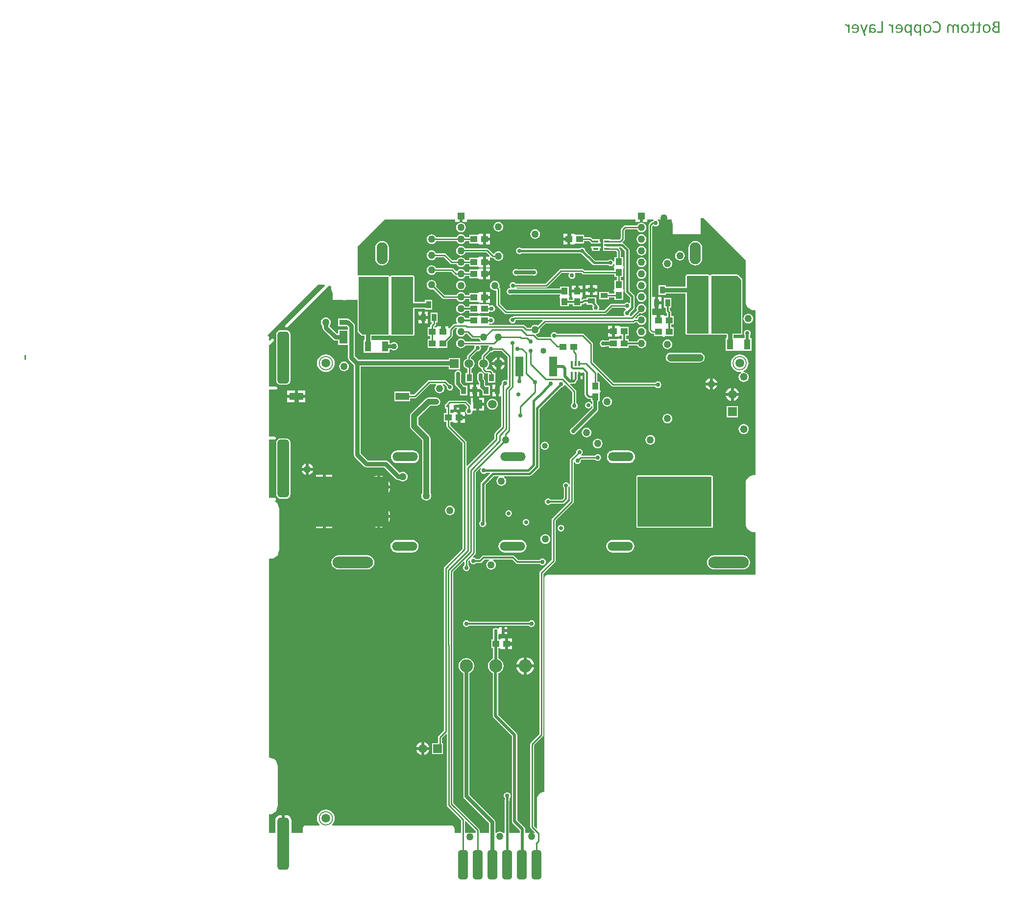
<source format=gbr>
%TF.GenerationSoftware,Altium Limited,Altium Designer,21.6.4 (81)*%
G04 Layer_Physical_Order=4*
G04 Layer_Color=16711680*
%FSLAX26Y26*%
%MOIN*%
%TF.SameCoordinates,BD845C9F-3E28-4BEA-89B7-7B09B8E8D9D1*%
%TF.FilePolarity,Positive*%
%TF.FileFunction,Copper,L4,Bot,Signal*%
%TF.Part,Single*%
G01*
G75*
%TA.AperFunction,NonConductor*%
%ADD10C,0.008000*%
%TA.AperFunction,SMDPad,CuDef*%
%ADD12R,0.055118X0.086614*%
%ADD13R,0.055118X0.035433*%
%ADD14R,0.043307X0.045276*%
%ADD16R,0.036221X0.082677*%
%ADD17R,0.083465X0.082677*%
G04:AMPARAMS|DCode=34|XSize=65mil|YSize=200mil|CornerRadius=16.25mil|HoleSize=0mil|Usage=FLASHONLY|Rotation=180.000|XOffset=0mil|YOffset=0mil|HoleType=Round|Shape=RoundedRectangle|*
%AMROUNDEDRECTD34*
21,1,0.065000,0.167500,0,0,180.0*
21,1,0.032500,0.200000,0,0,180.0*
1,1,0.032500,-0.016250,0.083750*
1,1,0.032500,0.016250,0.083750*
1,1,0.032500,0.016250,-0.083750*
1,1,0.032500,-0.016250,-0.083750*
%
%ADD34ROUNDEDRECTD34*%
%ADD38R,0.045276X0.043307*%
%ADD39R,0.055118X0.137795*%
%ADD40R,0.013780X0.035433*%
%ADD42R,0.033465X0.051181*%
%ADD43R,0.043307X0.068898*%
%ADD46R,0.051181X0.033465*%
%TA.AperFunction,Conductor*%
%ADD47C,0.030000*%
%ADD48C,0.020000*%
%ADD49C,0.010000*%
%ADD50C,0.012000*%
%ADD51C,0.015000*%
%ADD52C,0.025000*%
%ADD53C,0.050000*%
%ADD55C,0.040000*%
%TA.AperFunction,ComponentPad*%
%ADD56C,0.050000*%
G04:AMPARAMS|DCode=57|XSize=354.331mil|YSize=78.74mil|CornerRadius=19.685mil|HoleSize=0mil|Usage=FLASHONLY|Rotation=270.000|XOffset=0mil|YOffset=0mil|HoleType=Round|Shape=RoundedRectangle|*
%AMROUNDEDRECTD57*
21,1,0.354331,0.039370,0,0,270.0*
21,1,0.314961,0.078740,0,0,270.0*
1,1,0.039370,-0.019685,-0.157480*
1,1,0.039370,-0.019685,0.157480*
1,1,0.039370,0.019685,0.157480*
1,1,0.039370,0.019685,-0.157480*
%
%ADD57ROUNDEDRECTD57*%
G04:AMPARAMS|DCode=58|XSize=393.701mil|YSize=78.74mil|CornerRadius=19.685mil|HoleSize=0mil|Usage=FLASHONLY|Rotation=270.000|XOffset=0mil|YOffset=0mil|HoleType=Round|Shape=RoundedRectangle|*
%AMROUNDEDRECTD58*
21,1,0.393701,0.039370,0,0,270.0*
21,1,0.354331,0.078740,0,0,270.0*
1,1,0.039370,-0.019685,-0.177165*
1,1,0.039370,-0.019685,0.177165*
1,1,0.039370,0.019685,0.177165*
1,1,0.039370,0.019685,-0.177165*
%
%ADD58ROUNDEDRECTD58*%
%ADD59C,0.090000*%
%ADD60O,0.075000X0.150000*%
%ADD61C,0.157480*%
%ADD62R,0.050000X0.050000*%
%ADD63C,0.059055*%
%ADD64R,0.059055X0.059055*%
%TA.AperFunction,SMDPad,CuDef*%
%ADD65C,0.059055*%
%TA.AperFunction,ComponentPad*%
%ADD66C,0.060000*%
%ADD67R,0.060000X0.060000*%
%ADD68C,0.051968*%
%ADD69C,0.125000*%
%ADD70O,0.173228X0.059055*%
%ADD71O,0.070000X0.125000*%
%ADD72R,0.078740X0.334646*%
%TA.AperFunction,ViaPad*%
%ADD73C,0.050000*%
%TA.AperFunction,WasherPad*%
%ADD74O,0.275591X0.078740*%
%TA.AperFunction,ViaPad*%
%ADD75C,0.028000*%
%ADD76C,0.030000*%
%ADD77C,0.040000*%
%ADD78C,0.024000*%
%TA.AperFunction,NonConductor*%
%ADD82C,0.010000*%
%TA.AperFunction,SMDPad,CuDef*%
%ADD120R,0.035433X0.013780*%
%ADD121R,0.092126X0.051181*%
%ADD122R,0.023622X0.015748*%
G36*
X1355000Y4433425D02*
X1385000D01*
Y4450000D01*
X2533000D01*
Y4433425D01*
X2563000D01*
Y4473425D01*
X2583000D01*
Y4433425D01*
X2613000D01*
Y4450000D01*
X2657016D01*
X2658533Y4445000D01*
X2653418Y4441582D01*
X2651195Y4438255D01*
X2650000D01*
X2644928Y4437246D01*
X2640628Y4434373D01*
X2624683Y4418428D01*
X2621809Y4414127D01*
X2620800Y4409055D01*
Y3700000D01*
X2621809Y3694928D01*
X2624683Y3690628D01*
X2639683Y3675628D01*
X2643983Y3672754D01*
X2649055Y3671745D01*
X2657945D01*
Y3655347D01*
X2716402D01*
X2717430Y3653808D01*
X2720903Y3651487D01*
X2725000Y3650672D01*
X2729097Y3651487D01*
X2732570Y3653808D01*
X2733598Y3655347D01*
X2792055D01*
Y3714653D01*
X2775692D01*
Y3734347D01*
X2792055D01*
Y3793653D01*
X2775691D01*
Y3816583D01*
X2774605Y3822046D01*
X2771510Y3826677D01*
X2771510Y3826677D01*
X2766256Y3831930D01*
Y3848102D01*
X2776715D01*
Y3915284D01*
X2727250D01*
Y3848102D01*
X2737708D01*
Y3826018D01*
X2737708Y3826018D01*
X2738794Y3820555D01*
X2741889Y3815924D01*
X2747143Y3810670D01*
Y3793653D01*
X2733598D01*
X2732570Y3795192D01*
X2729097Y3797513D01*
X2726220Y3798085D01*
Y3800653D01*
X2698582D01*
Y3764000D01*
X2678582D01*
Y3800653D01*
X2650945D01*
X2647310Y3803949D01*
Y3841103D01*
X2667179D01*
Y3881693D01*
Y3922284D01*
X2647310D01*
Y4403565D01*
X2652275Y4408530D01*
X2653418Y4408418D01*
X2661026Y4403334D01*
X2670000Y4401549D01*
X2678974Y4403334D01*
X2686582Y4408418D01*
X2691666Y4416026D01*
X2693451Y4425000D01*
X2691666Y4433974D01*
X2686582Y4441582D01*
X2681467Y4445000D01*
X2682984Y4450000D01*
X2777791D01*
X2778575Y4442038D01*
X2783722Y4425073D01*
X2787273Y4418428D01*
Y4350000D01*
X2975000D01*
Y4455954D01*
X2978073Y4459681D01*
X2996769D01*
X3282771Y4173679D01*
X3281719Y4163000D01*
Y3890000D01*
X3282839Y3878630D01*
X3286156Y3867697D01*
X3291541Y3857621D01*
X3298789Y3848789D01*
X3307621Y3841541D01*
X3317697Y3836156D01*
X3328630Y3832839D01*
X3340000Y3831719D01*
X3345294Y3832241D01*
X3348999Y3828883D01*
Y2714117D01*
X3345294Y2710759D01*
X3340000Y2711281D01*
X3328630Y2710161D01*
X3317697Y2706844D01*
X3307621Y2701459D01*
X3298789Y2694211D01*
X3291541Y2685379D01*
X3286156Y2675303D01*
X3282839Y2664370D01*
X3281719Y2653000D01*
Y2380000D01*
X3282839Y2368630D01*
X3286156Y2357697D01*
X3291541Y2347621D01*
X3298789Y2338789D01*
X3307621Y2331541D01*
X3317697Y2326156D01*
X3328630Y2322839D01*
X3340000Y2321719D01*
X3345294Y2322241D01*
X3348999Y2318883D01*
Y2036662D01*
X3348900D01*
X3348108Y2034748D01*
X3346194Y2033956D01*
Y2033858D01*
X1943194D01*
Y2033938D01*
X1934841Y2032838D01*
X1927989Y2030000D01*
X1921194D01*
Y2025116D01*
X1920372Y2024485D01*
X1915243Y2017800D01*
X1912018Y2010016D01*
X1910918Y2001662D01*
X1910998D01*
Y557276D01*
X1909824Y557161D01*
X1898891Y553844D01*
X1888815Y548458D01*
X1879984Y541211D01*
X1872736Y532379D01*
X1867350Y522303D01*
X1864034Y511370D01*
X1862914Y500000D01*
Y320000D01*
X1864034Y308630D01*
X1864207Y308059D01*
X1859918Y305489D01*
X1843255Y322152D01*
Y874510D01*
X1901736Y932991D01*
X1904609Y937291D01*
X1905618Y942364D01*
Y2039510D01*
X1984372Y2118264D01*
X1987246Y2122564D01*
X1988255Y2127637D01*
Y2400991D01*
X2108782Y2521518D01*
X2111655Y2525818D01*
X2112664Y2530890D01*
Y2796519D01*
X2117664Y2798036D01*
X2121418Y2792418D01*
X2129026Y2787334D01*
X2138000Y2785549D01*
X2146974Y2787334D01*
X2154582Y2792418D01*
X2159666Y2800026D01*
X2161451Y2809000D01*
X2160670Y2812925D01*
X2164490Y2816745D01*
X2256195D01*
X2258418Y2813418D01*
X2266026Y2808334D01*
X2275000Y2806549D01*
X2283974Y2808334D01*
X2291582Y2813418D01*
X2296666Y2821026D01*
X2298451Y2830000D01*
X2296666Y2838974D01*
X2291582Y2846582D01*
X2283974Y2851666D01*
X2275000Y2853451D01*
X2266026Y2851666D01*
X2258418Y2846582D01*
X2256195Y2843255D01*
X2164812D01*
X2163295Y2848255D01*
X2167278Y2850916D01*
X2172141Y2858193D01*
X2173848Y2866777D01*
X2172141Y2875361D01*
X2167278Y2882638D01*
X2160001Y2887501D01*
X2151417Y2889208D01*
X2142833Y2887501D01*
X2135556Y2882638D01*
X2130694Y2875361D01*
X2128986Y2866777D01*
X2129598Y2863703D01*
X2090037Y2824142D01*
X2087164Y2819842D01*
X2086155Y2814769D01*
Y2646908D01*
X2081155Y2646416D01*
X2080724Y2648584D01*
X2075861Y2655861D01*
X2068584Y2660724D01*
X2060000Y2662431D01*
X2051416Y2660724D01*
X2044139Y2655861D01*
X2039276Y2648584D01*
X2037569Y2640000D01*
X2039276Y2631416D01*
X2044139Y2624139D01*
X2045726Y2623079D01*
Y2555913D01*
X2034087Y2544274D01*
X1954424D01*
X1953364Y2545861D01*
X1946087Y2550724D01*
X1937503Y2552431D01*
X1928919Y2550724D01*
X1921642Y2545861D01*
X1916779Y2538584D01*
X1915072Y2530000D01*
X1916779Y2521416D01*
X1921642Y2514139D01*
X1928919Y2509276D01*
X1937503Y2507569D01*
X1946087Y2509276D01*
X1953364Y2514139D01*
X1954424Y2515726D01*
X2039999D01*
X2040000Y2515726D01*
X2045463Y2516812D01*
X2050093Y2519907D01*
X2070093Y2539906D01*
X2070093Y2539907D01*
X2073188Y2544537D01*
X2074274Y2550000D01*
X2074274Y2550001D01*
Y2623079D01*
X2075861Y2624139D01*
X2080724Y2631416D01*
X2081155Y2633584D01*
X2086155Y2633092D01*
Y2536381D01*
X1965628Y2415854D01*
X1962754Y2411553D01*
X1961745Y2406481D01*
Y2133127D01*
X1882991Y2054372D01*
X1880118Y2050072D01*
X1879109Y2045000D01*
Y947854D01*
X1820628Y889372D01*
X1817754Y885072D01*
X1816745Y880000D01*
Y316662D01*
X1817754Y311589D01*
X1820628Y307289D01*
X1848297Y279619D01*
X1846384Y275000D01*
X1782353D01*
Y301171D01*
X1780956Y308194D01*
X1776977Y314148D01*
X1727801Y363324D01*
Y942655D01*
X1726404Y949678D01*
X1722426Y955633D01*
X1598353Y1079706D01*
Y1361102D01*
X1608833Y1365443D01*
X1619904Y1373939D01*
X1628399Y1385010D01*
X1633740Y1397903D01*
X1635561Y1411739D01*
X1633740Y1425574D01*
X1628399Y1438467D01*
X1619904Y1449539D01*
X1608833Y1458034D01*
X1600457Y1461504D01*
Y1532008D01*
X1609923D01*
X1610951Y1530470D01*
X1614425Y1528149D01*
X1617301Y1527577D01*
Y1525008D01*
X1644939D01*
Y1561662D01*
Y1598315D01*
X1617301D01*
Y1595747D01*
X1614425Y1595175D01*
X1610951Y1592854D01*
X1609923Y1591315D01*
X1600457D01*
Y1626492D01*
X1604506Y1628788D01*
X1605457Y1628788D01*
X1621317D01*
Y1651662D01*
Y1674536D01*
X1604506D01*
Y1671463D01*
X1601915Y1667536D01*
X1599505Y1667536D01*
X1590746D01*
X1589127Y1668618D01*
X1582104Y1670014D01*
X1575081Y1668618D01*
X1573462Y1667536D01*
X1562293D01*
Y1635788D01*
X1563751D01*
Y1591315D01*
X1551466D01*
Y1532008D01*
X1563751D01*
Y1461504D01*
X1555375Y1458034D01*
X1544304Y1449539D01*
X1535809Y1438467D01*
X1530468Y1425574D01*
X1528647Y1411739D01*
X1530468Y1397903D01*
X1535809Y1385010D01*
X1544304Y1373939D01*
X1555375Y1365443D01*
X1561647Y1362845D01*
Y1072104D01*
X1563044Y1065081D01*
X1567023Y1059127D01*
X1691096Y935053D01*
Y355722D01*
X1692493Y348699D01*
X1696472Y342745D01*
X1745647Y293569D01*
Y275000D01*
X1673389D01*
Y492139D01*
X1674601Y493952D01*
X1675804Y500000D01*
Y511898D01*
X1676582Y512418D01*
X1681666Y520026D01*
X1683451Y529000D01*
X1681666Y537974D01*
X1676582Y545582D01*
X1668974Y550665D01*
X1660000Y552451D01*
X1651026Y550665D01*
X1643418Y545582D01*
X1638334Y537974D01*
X1636549Y529000D01*
X1638334Y520026D01*
X1643418Y512418D01*
X1644196Y511898D01*
Y505446D01*
X1642985Y503633D01*
X1641782Y497586D01*
Y275000D01*
X1632664D01*
X1632513Y275198D01*
X1625619Y280487D01*
X1617591Y283812D01*
X1608977Y284947D01*
X1600362Y283812D01*
X1592334Y280487D01*
X1585441Y275198D01*
X1585289Y275000D01*
X1578487D01*
Y350000D01*
X1576896Y357999D01*
X1572365Y364780D01*
X1403006Y534139D01*
Y1363030D01*
X1408833Y1365443D01*
X1419904Y1373939D01*
X1428399Y1385010D01*
X1433740Y1397903D01*
X1435561Y1411739D01*
X1433740Y1425574D01*
X1428399Y1438467D01*
X1419904Y1449539D01*
X1408833Y1458034D01*
X1395940Y1463374D01*
X1382104Y1465196D01*
X1368268Y1463374D01*
X1355375Y1458034D01*
X1344304Y1449539D01*
X1335809Y1438467D01*
X1330468Y1425574D01*
X1328647Y1411739D01*
X1330468Y1397903D01*
X1335809Y1385010D01*
X1344304Y1373939D01*
X1355375Y1365443D01*
X1361202Y1363030D01*
Y525482D01*
X1361202Y525481D01*
X1362793Y517483D01*
X1367324Y510702D01*
X1536684Y341342D01*
Y275000D01*
X1470840D01*
Y295000D01*
X1469831Y300072D01*
X1466958Y304373D01*
X1293255Y478076D01*
Y1550000D01*
X1293252Y1550016D01*
Y2051376D01*
X1364230Y2122355D01*
X1368849Y2120441D01*
Y2098805D01*
X1365522Y2096582D01*
X1360438Y2088974D01*
X1358653Y2080000D01*
X1360438Y2071026D01*
X1365522Y2063418D01*
X1373130Y2058334D01*
X1382104Y2056549D01*
X1391078Y2058334D01*
X1398686Y2063418D01*
X1403770Y2071026D01*
X1405555Y2080000D01*
X1403770Y2088974D01*
X1398686Y2096582D01*
X1395359Y2098805D01*
Y2124614D01*
X1402605Y2131860D01*
X1407214Y2129397D01*
X1406549Y2126059D01*
X1408334Y2117085D01*
X1413418Y2109477D01*
X1421026Y2104393D01*
X1430000Y2102608D01*
X1438974Y2104393D01*
X1446582Y2109477D01*
X1448124Y2111785D01*
X1476105D01*
X1476106Y2111785D01*
X1481568Y2112871D01*
X1486199Y2115965D01*
X1505913Y2135679D01*
X1536838D01*
X1537832Y2130679D01*
X1533358Y2128825D01*
X1526464Y2123536D01*
X1521175Y2116642D01*
X1517849Y2108615D01*
X1516715Y2100000D01*
X1517849Y2091385D01*
X1521175Y2083358D01*
X1526464Y2076464D01*
X1533358Y2071175D01*
X1541385Y2067849D01*
X1550000Y2066715D01*
X1558615Y2067849D01*
X1566642Y2071175D01*
X1573536Y2076464D01*
X1578825Y2083358D01*
X1582151Y2091385D01*
X1583285Y2100000D01*
X1582151Y2108615D01*
X1578825Y2116642D01*
X1573536Y2123536D01*
X1566642Y2128825D01*
X1562168Y2130679D01*
X1563162Y2135679D01*
X1694134D01*
X1719906Y2109907D01*
X1719907Y2109907D01*
X1724537Y2106812D01*
X1730000Y2105726D01*
X1881421D01*
X1882963Y2103418D01*
X1890571Y2098334D01*
X1899545Y2096549D01*
X1908520Y2098334D01*
X1916127Y2103418D01*
X1921211Y2111026D01*
X1922996Y2120000D01*
X1921211Y2128974D01*
X1916127Y2136582D01*
X1908520Y2141666D01*
X1899545Y2143451D01*
X1890571Y2141666D01*
X1882963Y2136582D01*
X1881421Y2134274D01*
X1735913D01*
X1710140Y2160047D01*
X1705509Y2163141D01*
X1700047Y2164228D01*
X1700046Y2164227D01*
X1500000D01*
X1494537Y2163141D01*
X1489907Y2160047D01*
X1489906Y2160046D01*
X1470193Y2140333D01*
X1448124D01*
X1446582Y2142641D01*
X1438974Y2147724D01*
X1430000Y2149510D01*
X1426662Y2148845D01*
X1424198Y2153454D01*
X1442955Y2172210D01*
X1445829Y2176510D01*
X1446838Y2181583D01*
Y2728093D01*
X1477756Y2759011D01*
X1481640Y2755824D01*
X1478334Y2750877D01*
X1476549Y2741903D01*
X1478334Y2732929D01*
X1483418Y2725321D01*
X1491026Y2720237D01*
X1500000Y2718452D01*
X1508974Y2720237D01*
X1516582Y2725321D01*
X1517867Y2727243D01*
X1543360D01*
X1545274Y2722624D01*
X1483825Y2661175D01*
X1480399Y2656048D01*
X1479196Y2650000D01*
Y2397769D01*
X1477421Y2396582D01*
X1472337Y2388974D01*
X1470552Y2380000D01*
X1472337Y2371026D01*
X1477421Y2363418D01*
X1485028Y2358334D01*
X1494003Y2356549D01*
X1502977Y2358334D01*
X1510585Y2363418D01*
X1515668Y2371026D01*
X1517453Y2380000D01*
X1515668Y2388974D01*
X1510804Y2396255D01*
Y2643454D01*
X1570593Y2703243D01*
X1601242D01*
X1602250Y2701139D01*
X1602599Y2698243D01*
X1596464Y2693536D01*
X1591175Y2686642D01*
X1587849Y2678615D01*
X1586715Y2670000D01*
X1587849Y2661385D01*
X1591175Y2653358D01*
X1596464Y2646464D01*
X1603358Y2641175D01*
X1611385Y2637849D01*
X1620000Y2636715D01*
X1628615Y2637849D01*
X1636642Y2641175D01*
X1643536Y2646464D01*
X1648825Y2653358D01*
X1652151Y2661385D01*
X1653285Y2670000D01*
X1652151Y2678615D01*
X1648825Y2686642D01*
X1643536Y2693536D01*
X1637401Y2698243D01*
X1637750Y2701139D01*
X1638758Y2703243D01*
X1812988D01*
X1819036Y2704446D01*
X1824163Y2707872D01*
X1874541Y2758250D01*
X1877967Y2763377D01*
X1879170Y2769425D01*
Y3159135D01*
X2026780Y3306746D01*
X2034843Y3308349D01*
X2042451Y3313433D01*
X2047535Y3321041D01*
X2047997Y3323365D01*
X2052782Y3324817D01*
X2102805Y3274794D01*
Y3200570D01*
X2100117Y3198774D01*
X2095034Y3191166D01*
X2093248Y3182192D01*
X2095034Y3173218D01*
X2100117Y3165610D01*
X2107725Y3160527D01*
X2116699Y3158742D01*
X2125673Y3160527D01*
X2133281Y3165610D01*
X2138365Y3173218D01*
X2140150Y3182192D01*
X2138365Y3191166D01*
X2133281Y3198774D01*
X2129314Y3201425D01*
Y3280285D01*
X2128305Y3285357D01*
X2125432Y3289657D01*
X2087528Y3327561D01*
X2089599Y3332561D01*
X2111617D01*
X2118640Y3333958D01*
X2124595Y3337936D01*
X2128573Y3343890D01*
X2129514Y3348623D01*
X2135093Y3354202D01*
X2138188Y3358834D01*
X2139084Y3363339D01*
X2140591D01*
Y3396055D01*
X2150591D01*
Y3406055D01*
X2172480D01*
Y3410839D01*
X2177100Y3412753D01*
X2186513Y3403339D01*
Y3259843D01*
X2186513Y3259843D01*
X2187600Y3254380D01*
X2190694Y3249749D01*
X2206442Y3234001D01*
X2206442Y3234001D01*
X2211073Y3230907D01*
X2216535Y3229820D01*
X2230189D01*
Y3213457D01*
X2238941D01*
Y3193659D01*
X2233941Y3193166D01*
X2233716Y3194298D01*
X2228853Y3201576D01*
X2221576Y3206438D01*
X2212992Y3208146D01*
X2204408Y3206438D01*
X2197131Y3201576D01*
X2192269Y3194298D01*
X2190561Y3185715D01*
X2192269Y3177131D01*
X2197131Y3169853D01*
X2204408Y3164991D01*
X2212992Y3163284D01*
X2221576Y3164991D01*
X2228853Y3169853D01*
X2233716Y3177131D01*
X2233941Y3178263D01*
X2238941Y3177770D01*
Y3168500D01*
X2102374Y3031934D01*
X2101026Y3031666D01*
X2093418Y3026582D01*
X2088334Y3018974D01*
X2086549Y3010000D01*
X2088334Y3001026D01*
X2093418Y2993418D01*
X2101026Y2988334D01*
X2110000Y2986549D01*
X2118974Y2988334D01*
X2126582Y2993418D01*
X2131666Y3001026D01*
X2131934Y3002374D01*
X2274622Y3145063D01*
X2279153Y3151844D01*
X2280744Y3159843D01*
X2280744Y3159843D01*
Y3213457D01*
X2289496D01*
Y3271914D01*
X2291035Y3272942D01*
X2293355Y3276415D01*
X2294170Y3280512D01*
X2293355Y3284609D01*
X2291035Y3288082D01*
X2289496Y3289110D01*
Y3347567D01*
X2273097D01*
Y3405512D01*
X2273023Y3405885D01*
X2277631Y3408349D01*
X2370352Y3315628D01*
X2374652Y3312754D01*
X2379724Y3311745D01*
X2666577D01*
X2668801Y3308418D01*
X2676409Y3303334D01*
X2685383Y3301549D01*
X2694357Y3303334D01*
X2701965Y3308418D01*
X2707048Y3316026D01*
X2708834Y3325000D01*
X2707048Y3333974D01*
X2701965Y3341582D01*
X2694357Y3346666D01*
X2685383Y3348451D01*
X2676409Y3346666D01*
X2668801Y3341582D01*
X2666577Y3338255D01*
X2385215D01*
X2243255Y3480215D01*
Y3601693D01*
X2242246Y3606765D01*
X2239372Y3611066D01*
X2181179Y3669259D01*
X2176879Y3672132D01*
X2171806Y3673141D01*
X1998805D01*
X1996582Y3676469D01*
X1988974Y3681552D01*
X1980000Y3683337D01*
X1971026Y3681552D01*
X1963418Y3676469D01*
X1958334Y3668861D01*
X1956549Y3659887D01*
X1958070Y3652244D01*
X1955663Y3648889D01*
X1954342Y3647887D01*
X1952496Y3648255D01*
X1870490D01*
X1855791Y3662954D01*
X1857398Y3667689D01*
X1858615Y3667849D01*
X1866642Y3671175D01*
X1873536Y3676464D01*
X1878825Y3683358D01*
X1882151Y3691385D01*
X1883285Y3700000D01*
X1882583Y3705329D01*
X1919999Y3742745D01*
X2517000D01*
X2522072Y3743754D01*
X2526372Y3746628D01*
X2530490Y3750745D01*
X2543088D01*
X2544174Y3748121D01*
X2549464Y3741228D01*
X2556357Y3735938D01*
X2564385Y3732613D01*
X2573000Y3731479D01*
X2581615Y3732613D01*
X2589642Y3735938D01*
X2596536Y3741228D01*
X2601825Y3748121D01*
X2605150Y3756149D01*
X2606285Y3764764D01*
X2605150Y3773378D01*
X2601825Y3781406D01*
X2596536Y3788300D01*
X2589642Y3793589D01*
X2581615Y3796914D01*
X2573000Y3798049D01*
X2564385Y3796914D01*
X2556357Y3793589D01*
X2549464Y3788300D01*
X2544174Y3781406D01*
X2542455Y3777255D01*
X2532533D01*
X2530619Y3781874D01*
X2561354Y3812609D01*
X2564385Y3811353D01*
X2573000Y3810219D01*
X2581615Y3811353D01*
X2589642Y3814678D01*
X2596536Y3819968D01*
X2601825Y3826861D01*
X2605150Y3834889D01*
X2606285Y3843504D01*
X2605150Y3852119D01*
X2601825Y3860146D01*
X2596536Y3867040D01*
X2589642Y3872329D01*
X2581615Y3875655D01*
X2573000Y3876789D01*
X2564385Y3875655D01*
X2556357Y3872329D01*
X2549464Y3867040D01*
X2544174Y3860146D01*
X2540849Y3852119D01*
X2539715Y3843504D01*
X2540849Y3834889D01*
X2542400Y3831145D01*
X2504510Y3793255D01*
X2494904D01*
X2493045Y3798255D01*
X2497299Y3804622D01*
X2499084Y3813597D01*
X2498561Y3816229D01*
X2521151Y3838820D01*
X2524577Y3843947D01*
X2525780Y3849994D01*
Y3925000D01*
X2524577Y3931048D01*
X2521151Y3936175D01*
X2491438Y3965889D01*
Y4241145D01*
X2490235Y4247193D01*
X2486809Y4252320D01*
X2452954Y4286175D01*
X2447827Y4289601D01*
X2444883Y4290186D01*
X2443237Y4295612D01*
X2455790Y4308165D01*
X2458663Y4312465D01*
X2459672Y4317537D01*
Y4374510D01*
X2467908Y4382745D01*
X2542226D01*
X2544174Y4378043D01*
X2549464Y4371149D01*
X2556357Y4365859D01*
X2564385Y4362534D01*
X2573000Y4361400D01*
X2581615Y4362534D01*
X2589642Y4365859D01*
X2596536Y4371149D01*
X2601825Y4378043D01*
X2605150Y4386070D01*
X2606285Y4394685D01*
X2605150Y4403300D01*
X2601825Y4411327D01*
X2596536Y4418221D01*
X2589642Y4423511D01*
X2581615Y4426836D01*
X2573000Y4427970D01*
X2564385Y4426836D01*
X2556357Y4423511D01*
X2549464Y4418221D01*
X2544174Y4411327D01*
X2543316Y4409255D01*
X2462417D01*
X2457345Y4408246D01*
X2453045Y4405373D01*
X2437045Y4389373D01*
X2434172Y4385072D01*
X2433163Y4380000D01*
Y4323028D01*
X2423980Y4313845D01*
X2363118D01*
Y4315480D01*
X2311685D01*
Y4285701D01*
Y4260110D01*
Y4234520D01*
X2363118D01*
Y4236155D01*
X2398887D01*
X2404902Y4230140D01*
Y4192055D01*
X2388503D01*
Y4164646D01*
X2383881Y4163682D01*
X2383503Y4163761D01*
X2378759Y4170861D01*
X2371482Y4175724D01*
X2362898Y4177431D01*
X2354314Y4175724D01*
X2347037Y4170861D01*
X2346999Y4170804D01*
X2257963D01*
X2192418Y4236350D01*
X2192431Y4236417D01*
X2190724Y4245001D01*
X2185861Y4252278D01*
X2178584Y4257141D01*
X2170000Y4258848D01*
X2161416Y4257141D01*
X2154139Y4252278D01*
X2154101Y4252221D01*
X1758939D01*
X1758900Y4252278D01*
X1751623Y4257141D01*
X1743039Y4258848D01*
X1734455Y4257141D01*
X1727178Y4252278D01*
X1722316Y4245001D01*
X1720608Y4236417D01*
X1722316Y4227833D01*
X1727178Y4220556D01*
X1734455Y4215694D01*
X1743039Y4213986D01*
X1751623Y4215694D01*
X1758900Y4220556D01*
X1758939Y4220614D01*
X2154101D01*
X2154139Y4220556D01*
X2161416Y4215694D01*
X2170000Y4213986D01*
X2170068Y4214000D01*
X2240242Y4143825D01*
X2245369Y4140399D01*
X2251417Y4139196D01*
X2346999D01*
X2347037Y4139139D01*
X2354314Y4134276D01*
X2362898Y4132569D01*
X2371482Y4134276D01*
X2378759Y4139139D01*
X2383503Y4146239D01*
X2383881Y4146318D01*
X2388503Y4145354D01*
Y4133598D01*
X2386965Y4132570D01*
X2384644Y4129097D01*
X2383829Y4125000D01*
X2384644Y4120903D01*
X2386965Y4117430D01*
X2388503Y4116402D01*
Y4101837D01*
X2186396D01*
X2178861Y4109373D01*
X2174561Y4112246D01*
X2169488Y4113255D01*
X2025000D01*
X2019928Y4112246D01*
X2015628Y4109373D01*
X1919510Y4013255D01*
X1719063D01*
X1716839Y4016582D01*
X1709232Y4021666D01*
X1700257Y4023451D01*
X1691283Y4021666D01*
X1683675Y4016582D01*
X1678592Y4008974D01*
X1676807Y4000000D01*
X1678592Y3991026D01*
X1680835Y3987669D01*
X1680633Y3986494D01*
X1678304Y3982456D01*
X1671026Y3981008D01*
X1663418Y3975925D01*
X1658334Y3968317D01*
X1656549Y3959343D01*
X1658334Y3950368D01*
X1663418Y3942760D01*
X1671026Y3937677D01*
X1680000Y3935892D01*
X1688974Y3937677D01*
X1690689Y3938823D01*
X2020347D01*
Y3933598D01*
X2018808Y3932570D01*
X2016487Y3929097D01*
X2015672Y3925000D01*
X2016487Y3920903D01*
X2018808Y3917430D01*
X2020347Y3916402D01*
Y3857945D01*
X2079653D01*
Y3874308D01*
X2105586D01*
Y3857945D01*
X2164893D01*
Y3871308D01*
X2171999D01*
X2172000Y3871308D01*
X2177463Y3872395D01*
X2182093Y3875489D01*
X2186818Y3880214D01*
X2198102D01*
Y3869756D01*
X2236238D01*
X2243371Y3862623D01*
X2240933Y3858974D01*
X2239148Y3850000D01*
X2240933Y3841026D01*
X2243492Y3837196D01*
X2240819Y3832196D01*
X1656544D01*
X1612255Y3876485D01*
Y3976000D01*
X1611246Y3981072D01*
X1608372Y3985372D01*
X1605747Y3987998D01*
X1607151Y3991385D01*
X1608285Y4000000D01*
X1607151Y4008615D01*
X1603825Y4016642D01*
X1598536Y4023536D01*
X1591642Y4028825D01*
X1583615Y4032151D01*
X1575000Y4033285D01*
X1566385Y4032151D01*
X1558358Y4028825D01*
X1551464Y4023536D01*
X1546175Y4016642D01*
X1542849Y4008615D01*
X1541715Y4000000D01*
X1542849Y3991385D01*
X1546175Y3983358D01*
X1551464Y3976464D01*
X1558358Y3971175D01*
X1566385Y3967849D01*
X1575000Y3966715D01*
X1580745Y3967472D01*
X1585745Y3963745D01*
Y3870994D01*
X1586754Y3865922D01*
X1589628Y3861622D01*
X1641681Y3809568D01*
X1645981Y3806695D01*
X1651053Y3805686D01*
X2325000D01*
X2330072Y3806695D01*
X2334372Y3809568D01*
X2373188Y3848384D01*
X2456195D01*
X2458418Y3845057D01*
X2465725Y3840174D01*
X2466218Y3837585D01*
X2466068Y3834867D01*
X2459052Y3830179D01*
X2453968Y3822571D01*
X2452183Y3813597D01*
X2453968Y3804622D01*
X2458223Y3798255D01*
X2456364Y3793255D01*
X1710000D01*
X1704928Y3792246D01*
X1700628Y3789372D01*
X1698280Y3787025D01*
X1696321Y3787415D01*
X1687737Y3785708D01*
X1680460Y3780845D01*
X1675597Y3773568D01*
X1673890Y3764984D01*
X1675597Y3756400D01*
X1680460Y3749123D01*
X1687737Y3744261D01*
X1696321Y3742553D01*
X1704905Y3744261D01*
X1712182Y3749123D01*
X1717044Y3756400D01*
X1718752Y3764984D01*
X1720197Y3766745D01*
X1899438D01*
X1901509Y3761745D01*
X1867744Y3727980D01*
X1866642Y3728825D01*
X1858615Y3732151D01*
X1850000Y3733285D01*
X1841385Y3732151D01*
X1833358Y3728825D01*
X1826464Y3723536D01*
X1821175Y3716642D01*
X1819771Y3713255D01*
X1794954D01*
X1779372Y3728837D01*
X1775072Y3731710D01*
X1770000Y3732719D01*
X1541381D01*
X1537055Y3734347D01*
Y3739432D01*
X1542055Y3742130D01*
X1550000Y3740549D01*
X1558974Y3742334D01*
X1566582Y3747418D01*
X1571666Y3755026D01*
X1573451Y3764000D01*
X1571666Y3772974D01*
X1566582Y3780582D01*
X1558974Y3785666D01*
X1550000Y3787451D01*
X1542055Y3785870D01*
X1537055Y3788568D01*
Y3793653D01*
X1478598D01*
X1477570Y3795192D01*
X1474097Y3797513D01*
X1470000Y3798328D01*
X1465903Y3797513D01*
X1462430Y3795192D01*
X1461402Y3793653D01*
X1402945D01*
Y3778274D01*
X1375122D01*
X1373825Y3781406D01*
X1368536Y3788300D01*
X1361642Y3793589D01*
X1353614Y3796914D01*
X1345000Y3798049D01*
X1336385Y3796914D01*
X1328357Y3793589D01*
X1321464Y3788300D01*
X1316174Y3781406D01*
X1312849Y3773378D01*
X1311715Y3764764D01*
X1312849Y3756149D01*
X1316174Y3748121D01*
X1318851Y3744633D01*
X1316386Y3739633D01*
X1300846D01*
X1295774Y3738624D01*
X1291474Y3735751D01*
X1265628Y3709905D01*
X1264189Y3707751D01*
X1259189Y3709268D01*
Y3721653D01*
X1231551D01*
Y3685000D01*
X1211551D01*
Y3721653D01*
X1183913D01*
Y3719085D01*
X1181037Y3718513D01*
X1177563Y3716192D01*
X1176535Y3714653D01*
X1161971D01*
Y3720042D01*
X1171774Y3729845D01*
X1174647Y3734145D01*
X1175656Y3739217D01*
Y3748102D01*
X1187134D01*
Y3815284D01*
X1137669D01*
Y3748102D01*
X1145471D01*
X1147542Y3743102D01*
X1139344Y3734905D01*
X1136471Y3730604D01*
X1135462Y3725532D01*
Y3714653D01*
X1118079D01*
Y3655347D01*
X1135462D01*
Y3635653D01*
X1118078D01*
Y3576347D01*
X1176535D01*
X1177563Y3574808D01*
X1181037Y3572487D01*
X1185133Y3571672D01*
X1189230Y3572487D01*
X1192704Y3574808D01*
X1193732Y3576347D01*
X1252188D01*
Y3617893D01*
X1284372Y3650077D01*
X1287246Y3654377D01*
X1288255Y3659449D01*
Y3695042D01*
X1306336Y3713123D01*
X1318398D01*
X1320362Y3708123D01*
X1316174Y3702666D01*
X1312849Y3694638D01*
X1311715Y3686024D01*
X1312849Y3677409D01*
X1316174Y3669381D01*
X1321464Y3662488D01*
X1328357Y3657198D01*
X1336385Y3653873D01*
X1345000Y3652739D01*
X1353614Y3653873D01*
X1361642Y3657198D01*
X1368536Y3662488D01*
X1373825Y3669381D01*
X1375228Y3672769D01*
X1385730D01*
X1415628Y3642872D01*
X1419928Y3639998D01*
X1425000Y3638989D01*
X1468842D01*
X1471175Y3633358D01*
X1476464Y3626464D01*
X1479343Y3624255D01*
X1477646Y3619255D01*
X1375760D01*
X1373825Y3623926D01*
X1368536Y3630819D01*
X1361642Y3636109D01*
X1353614Y3639434D01*
X1345000Y3640568D01*
X1336385Y3639434D01*
X1328357Y3636109D01*
X1321464Y3630819D01*
X1316174Y3623926D01*
X1312849Y3615898D01*
X1311715Y3607284D01*
X1312849Y3598669D01*
X1316174Y3590641D01*
X1321464Y3583748D01*
X1328357Y3578458D01*
X1336385Y3575133D01*
X1345000Y3573999D01*
X1353614Y3575133D01*
X1361642Y3578458D01*
X1368536Y3583748D01*
X1373825Y3590641D01*
X1374697Y3592745D01*
X1435767D01*
X1438440Y3587745D01*
X1435920Y3583974D01*
X1434135Y3575000D01*
X1434916Y3571075D01*
X1390628Y3526787D01*
X1387754Y3522487D01*
X1386745Y3517414D01*
Y3503344D01*
X1381074Y3500995D01*
X1373235Y3494980D01*
X1367220Y3487141D01*
X1363438Y3478012D01*
X1362149Y3468215D01*
X1363438Y3458418D01*
X1367220Y3449289D01*
X1373235Y3441450D01*
X1381074Y3435435D01*
X1387940Y3432591D01*
Y3406913D01*
X1376462D01*
Y3339732D01*
X1425927D01*
Y3406913D01*
X1414449D01*
Y3433581D01*
X1418926Y3435435D01*
X1426765Y3441450D01*
X1432780Y3449289D01*
X1436562Y3458418D01*
X1437851Y3468215D01*
X1436562Y3478012D01*
X1432780Y3487141D01*
X1426765Y3494980D01*
X1418926Y3500995D01*
X1413255Y3503344D01*
Y3511924D01*
X1453661Y3552330D01*
X1457585Y3551549D01*
X1466560Y3553334D01*
X1474168Y3558418D01*
X1479251Y3566026D01*
X1481036Y3575000D01*
X1479251Y3583974D01*
X1476731Y3587745D01*
X1479404Y3592745D01*
X1533642D01*
X1535159Y3587745D01*
X1533418Y3586582D01*
X1528334Y3578974D01*
X1526549Y3570000D01*
X1527330Y3566075D01*
X1490628Y3529372D01*
X1487754Y3525072D01*
X1486745Y3520000D01*
Y3503344D01*
X1481074Y3500995D01*
X1473235Y3494980D01*
X1467220Y3487141D01*
X1463438Y3478012D01*
X1462149Y3468215D01*
X1463438Y3458418D01*
X1467220Y3449289D01*
X1473235Y3441450D01*
X1481074Y3435435D01*
X1486745Y3433086D01*
Y3430000D01*
X1487754Y3424928D01*
X1490628Y3420628D01*
X1504253Y3407002D01*
X1508553Y3404128D01*
X1513626Y3403119D01*
X1529265D01*
Y3339717D01*
X1578730D01*
Y3406898D01*
X1567074D01*
X1566243Y3411075D01*
X1563370Y3415375D01*
X1552998Y3425747D01*
X1548698Y3428620D01*
X1543626Y3429629D01*
X1523206D01*
X1521562Y3431770D01*
X1522482Y3438164D01*
X1526765Y3441450D01*
X1532780Y3449289D01*
X1536562Y3458418D01*
X1537851Y3468215D01*
X1536562Y3478012D01*
X1532780Y3487141D01*
X1526765Y3494980D01*
X1518926Y3500995D01*
X1513255Y3503344D01*
Y3514510D01*
X1546075Y3547330D01*
X1550000Y3546549D01*
X1558974Y3548334D01*
X1566582Y3553418D01*
X1568805Y3556745D01*
X1619510D01*
X1661745Y3514510D01*
Y3357486D01*
X1656745Y3354814D01*
X1653974Y3356666D01*
X1645000Y3358451D01*
X1636026Y3356666D01*
X1628418Y3351582D01*
X1623334Y3343974D01*
X1621549Y3335000D01*
X1622152Y3331972D01*
X1618895Y3327284D01*
X1601399D01*
Y3286693D01*
Y3246102D01*
X1620003D01*
Y3217663D01*
X1620745Y3213929D01*
Y3042490D01*
X1577628Y2999372D01*
X1574754Y2995072D01*
X1573745Y2990000D01*
Y2958467D01*
X1387874Y2772596D01*
X1383255Y2774509D01*
Y2934000D01*
X1382246Y2939072D01*
X1379372Y2943372D01*
X1273837Y3048908D01*
Y3072347D01*
X1288402D01*
X1289430Y3070808D01*
X1292903Y3068487D01*
X1295779Y3067915D01*
Y3065347D01*
X1323417D01*
Y3102000D01*
Y3138653D01*
X1295779D01*
Y3136085D01*
X1292903Y3135513D01*
X1289430Y3133192D01*
X1288402Y3131653D01*
X1273837D01*
Y3155025D01*
X1278795Y3155126D01*
Y3155126D01*
X1295607D01*
Y3178000D01*
X1305607D01*
Y3188000D01*
X1332417D01*
Y3191139D01*
X1369525D01*
X1386155Y3174510D01*
Y3163805D01*
X1382827Y3161582D01*
X1377744Y3153974D01*
X1375959Y3145000D01*
X1377744Y3136026D01*
X1382827Y3128418D01*
X1390435Y3123334D01*
X1399409Y3121549D01*
X1408384Y3123334D01*
X1415992Y3128418D01*
X1421075Y3136026D01*
X1422860Y3145000D01*
X1425639Y3148386D01*
X1447585D01*
Y3192913D01*
Y3237441D01*
X1413058D01*
Y3191973D01*
X1410944Y3190687D01*
X1408058Y3190096D01*
X1384388Y3213766D01*
X1380088Y3216640D01*
X1375016Y3217648D01*
X1270000D01*
X1264928Y3216640D01*
X1260628Y3213766D01*
X1247021Y3200160D01*
X1244148Y3195860D01*
X1243753Y3193874D01*
X1236583D01*
Y3162126D01*
X1247328D01*
Y3131653D01*
X1229945D01*
Y3072347D01*
X1247328D01*
Y3043417D01*
X1248337Y3038345D01*
X1251210Y3034045D01*
X1356745Y2928510D01*
Y2210490D01*
X1233210Y2086955D01*
X1230337Y2082655D01*
X1229328Y2077583D01*
Y971879D01*
X1191822Y934372D01*
X1188949Y930072D01*
X1187940Y925000D01*
Y887528D01*
X1147606D01*
Y812472D01*
X1222661D01*
Y887528D01*
X1214449D01*
Y919510D01*
X1243126Y948187D01*
X1247745Y946273D01*
Y464716D01*
X1248754Y459643D01*
X1251628Y455343D01*
X1346745Y360225D01*
Y275000D01*
X1301900D01*
Y301662D01*
X1302194D01*
X1300215Y311611D01*
X1294579Y320046D01*
X1286144Y325682D01*
X1276194Y327661D01*
Y327368D01*
X470104D01*
X468420Y332075D01*
X468804Y332391D01*
X476298Y341522D01*
X481866Y351940D01*
X485295Y363244D01*
X486453Y375000D01*
X485295Y386756D01*
X481866Y398060D01*
X476298Y408478D01*
X468804Y417609D01*
X459672Y425103D01*
X449254Y430672D01*
X437950Y434101D01*
X426194Y435259D01*
X414438Y434101D01*
X403134Y430672D01*
X392716Y425103D01*
X383585Y417609D01*
X376091Y408478D01*
X370523Y398060D01*
X367094Y386756D01*
X365936Y375000D01*
X367094Y363244D01*
X370523Y351940D01*
X376091Y341522D01*
X383585Y332391D01*
X383969Y332075D01*
X382285Y327368D01*
X291194D01*
Y327563D01*
X283196Y325973D01*
X276415Y321442D01*
X271884Y314661D01*
X270293Y306662D01*
X270489D01*
Y275000D01*
X191679D01*
Y361284D01*
X190487Y370339D01*
X186992Y378776D01*
X181433Y386022D01*
X174187Y391582D01*
X165750Y395077D01*
X156695Y396269D01*
X147010D01*
Y203804D01*
X127010D01*
Y396269D01*
X117325D01*
X108270Y395077D01*
X99833Y391582D01*
X92587Y386022D01*
X87028Y378776D01*
X83533Y370339D01*
X82341Y361284D01*
Y275000D01*
X40196D01*
Y401739D01*
X51370Y402839D01*
X62303Y406156D01*
X72379Y411541D01*
X81211Y418789D01*
X88459Y427621D01*
X93844Y437697D01*
X97161Y448630D01*
X98281Y460000D01*
Y730000D01*
X97161Y741370D01*
X93844Y752303D01*
X88459Y762379D01*
X81211Y771211D01*
X72379Y778458D01*
X62303Y783844D01*
X51370Y787161D01*
X40196Y788261D01*
Y2138962D01*
X43901Y2142320D01*
X50000Y2141719D01*
X61370Y2142839D01*
X72303Y2146156D01*
X82379Y2151541D01*
X91211Y2158789D01*
X98459Y2167621D01*
X103844Y2177697D01*
X107161Y2188630D01*
X108281Y2200000D01*
Y2480000D01*
X107161Y2491370D01*
X103844Y2502303D01*
X98459Y2512379D01*
X91211Y2521211D01*
X82379Y2528459D01*
X79223Y2530146D01*
X80002Y2535398D01*
X80916Y2535580D01*
X84224Y2537790D01*
X86434Y2541098D01*
X87210Y2545000D01*
X86434Y2548902D01*
X84224Y2552210D01*
X80916Y2554420D01*
X77014Y2555196D01*
X40196D01*
Y2952804D01*
X75000D01*
X78902Y2953580D01*
X82210Y2955790D01*
X84420Y2959098D01*
X85196Y2963000D01*
X84420Y2966902D01*
X82210Y2970210D01*
X78902Y2972420D01*
X75000Y2973196D01*
X40196D01*
Y3291466D01*
X86000D01*
X89902Y3292242D01*
X93210Y3294452D01*
X95420Y3297760D01*
X96196Y3301662D01*
X95420Y3305564D01*
X93210Y3308872D01*
X89902Y3311082D01*
X86000Y3311858D01*
X40196D01*
Y3586639D01*
X40000Y3587624D01*
Y3596459D01*
X43902Y3597235D01*
X47210Y3599446D01*
X68882Y3621118D01*
X71092Y3624426D01*
X71868Y3628328D01*
X71092Y3632229D01*
X68882Y3635537D01*
X65574Y3637747D01*
X61672Y3638524D01*
X57771Y3637747D01*
X54463Y3635537D01*
X44619Y3625694D01*
X40000Y3627607D01*
Y3651378D01*
X30000Y3661378D01*
X372987Y4004365D01*
X416758D01*
X418671Y3999746D01*
X328616Y3909690D01*
X150789Y3731864D01*
X148579Y3728556D01*
X147803Y3724654D01*
X148579Y3720752D01*
X150789Y3717444D01*
X154097Y3715234D01*
X157999Y3714458D01*
X161900Y3715234D01*
X165208Y3717444D01*
X343035Y3895271D01*
X444920Y3997156D01*
X444952Y3997159D01*
X445024Y3997087D01*
X445038Y3997108D01*
X448181Y3999207D01*
X451887Y3999945D01*
X455594Y3999207D01*
X458736Y3997108D01*
X460293Y3994778D01*
X461452Y3990258D01*
X461452Y3990258D01*
X463190Y3972615D01*
X468336Y3955650D01*
X471887Y3949006D01*
Y3902481D01*
X531211D01*
X534244Y3901561D01*
X551887Y3899823D01*
X569530Y3901561D01*
X572564Y3902481D01*
X640194D01*
X641419Y3901974D01*
Y3692213D01*
X641419Y3692213D01*
X642040Y3689091D01*
X643808Y3686445D01*
X643808Y3686445D01*
X669398Y3660854D01*
X672044Y3659086D01*
X675166Y3658465D01*
X675167Y3658465D01*
X687494D01*
Y3629088D01*
X681291D01*
Y3544190D01*
X740598D01*
X740598Y3544190D01*
Y3544190D01*
X745521Y3544003D01*
X745903Y3543748D01*
X750000Y3542933D01*
X790000D01*
X794097Y3543748D01*
X794479Y3544003D01*
X799402Y3544190D01*
X799402Y3544190D01*
X799402Y3544190D01*
X858709D01*
Y3565737D01*
X870245D01*
X874879Y3562181D01*
X881691Y3559359D01*
X889000Y3558397D01*
X896309Y3559359D01*
X903121Y3562181D01*
X908970Y3566669D01*
X913458Y3572518D01*
X916279Y3579329D01*
X917242Y3586639D01*
X916279Y3593948D01*
X913458Y3600760D01*
X908970Y3606608D01*
X903121Y3611097D01*
X896309Y3613918D01*
X889000Y3614880D01*
X881691Y3613918D01*
X874879Y3611097D01*
X870245Y3607540D01*
X858709D01*
Y3629088D01*
X799402D01*
X799402Y3629088D01*
Y3629088D01*
X794479Y3629274D01*
X794097Y3629530D01*
X790000Y3630344D01*
X750000D01*
X745903Y3629530D01*
X745521Y3629274D01*
X740598Y3629088D01*
X740598Y3629088D01*
X740598Y3629088D01*
X734395D01*
Y3658465D01*
X851111D01*
X854232Y3659086D01*
X856879Y3660854D01*
X858516Y3663305D01*
X859815Y3663501D01*
X862406D01*
X863706Y3663305D01*
X865343Y3660854D01*
X867989Y3659086D01*
X871111Y3658465D01*
X1019851D01*
X1022972Y3659086D01*
X1025619Y3660854D01*
X1027387Y3663501D01*
X1028008Y3666622D01*
Y3844014D01*
X1100268D01*
Y3834717D01*
X1149732D01*
Y3901898D01*
X1100268D01*
Y3890915D01*
X1028008D01*
Y4060323D01*
X1027387Y4063444D01*
X1025619Y4066090D01*
X1022972Y4067859D01*
X1019851Y4068479D01*
X871111D01*
X867989Y4067859D01*
X865343Y4066090D01*
X863706Y4063640D01*
X862406Y4063444D01*
X859815D01*
X858516Y4063640D01*
X856879Y4066090D01*
X854232Y4067859D01*
X851111Y4068479D01*
X649575D01*
X647612Y4068089D01*
X643938Y4070116D01*
X642612Y4071305D01*
Y4261897D01*
X642607Y4261923D01*
X643848Y4268162D01*
X645230Y4270230D01*
X825000Y4450000D01*
X1305000D01*
Y4433425D01*
X1335000D01*
Y4473425D01*
X1355000D01*
Y4433425D01*
D02*
G37*
G36*
X2459830Y4234599D02*
Y3959343D01*
X2461033Y3953295D01*
X2464459Y3948168D01*
X2494173Y3918454D01*
Y3882503D01*
X2489173Y3879831D01*
X2483974Y3883304D01*
X2475000Y3885089D01*
X2466026Y3883304D01*
X2458418Y3878221D01*
X2456195Y3874893D01*
X2367698D01*
X2362625Y3873885D01*
X2358325Y3871011D01*
X2319510Y3832196D01*
X2284377D01*
X2281705Y3837196D01*
X2284264Y3841026D01*
X2286049Y3850000D01*
X2284264Y3858974D01*
X2279180Y3866582D01*
X2275831Y3868820D01*
X2275786Y3869046D01*
X2272692Y3873677D01*
X2272692Y3873677D01*
X2265284Y3881085D01*
Y3919221D01*
X2198102D01*
Y3908763D01*
X2180906D01*
X2180906Y3908763D01*
X2175443Y3907676D01*
X2170812Y3904582D01*
X2169893Y3903662D01*
X2164893Y3905733D01*
Y3916402D01*
X2166431Y3917430D01*
X2168752Y3920903D01*
X2169324Y3923779D01*
X2171893D01*
Y3951417D01*
X2135239D01*
X2098586D01*
Y3923779D01*
X2101154D01*
X2101727Y3920903D01*
X2104047Y3917430D01*
X2105586Y3916402D01*
Y3902857D01*
X2079653D01*
Y3916402D01*
X2081192Y3917430D01*
X2083513Y3920903D01*
X2084328Y3925000D01*
X2083513Y3929097D01*
X2081192Y3932570D01*
X2079653Y3933598D01*
Y3992055D01*
X2020347D01*
Y3980626D01*
X1725541D01*
X1722711Y3985626D01*
X1723383Y3986745D01*
X1925000D01*
X1930072Y3987754D01*
X1934372Y3990628D01*
X2030490Y4086745D01*
X2078850D01*
X2081522Y4081745D01*
X2078334Y4076974D01*
X2076549Y4068000D01*
X2078334Y4059026D01*
X2083418Y4051418D01*
X2091026Y4046334D01*
X2100000Y4044549D01*
X2108974Y4046334D01*
X2116582Y4051418D01*
X2121666Y4059026D01*
X2123451Y4068000D01*
X2121666Y4076974D01*
X2118478Y4081745D01*
X2121150Y4086745D01*
X2163998D01*
X2171533Y4079210D01*
X2175833Y4076337D01*
X2180906Y4075328D01*
X2388503D01*
Y4057945D01*
X2404902D01*
Y4035362D01*
X2388279D01*
Y3976905D01*
X2386740Y3975877D01*
X2384420Y3972404D01*
X2383605Y3968307D01*
X2384420Y3964210D01*
X2386740Y3960737D01*
X2388279Y3959709D01*
Y3945145D01*
X2351898D01*
Y3956622D01*
X2284717D01*
Y3907158D01*
X2351898D01*
Y3918635D01*
X2388279D01*
Y3901252D01*
X2447586D01*
Y3959709D01*
X2449125Y3960737D01*
X2451445Y3964210D01*
X2452260Y3968307D01*
X2451445Y3972404D01*
X2449125Y3975877D01*
X2447586Y3976905D01*
Y4035362D01*
X2431412D01*
Y4057945D01*
X2447811D01*
Y4116402D01*
X2449349Y4117430D01*
X2451670Y4120903D01*
X2452485Y4125000D01*
X2451670Y4129097D01*
X2449349Y4132570D01*
X2447811Y4133598D01*
Y4192055D01*
X2431412D01*
Y4235630D01*
X2430403Y4240702D01*
X2427530Y4245002D01*
X2418336Y4254196D01*
X2420407Y4259196D01*
X2435233D01*
X2459830Y4234599D01*
D02*
G37*
G36*
X1019851Y3666622D02*
X871111D01*
Y4060323D01*
X1019851D01*
Y3666622D01*
D02*
G37*
G36*
X851111D02*
X675166D01*
X649575Y3692213D01*
Y4060323D01*
X851111D01*
Y3666622D01*
D02*
G37*
G36*
X1444331Y289510D02*
Y275000D01*
X1373255D01*
Y354053D01*
X1377874Y355966D01*
X1444331Y289510D01*
D02*
G37*
G36*
X4707763Y5778088D02*
X4709359Y5777810D01*
X4710817Y5777394D01*
X4712135Y5776977D01*
X4713246Y5776492D01*
X4713731Y5776283D01*
X4714078Y5776145D01*
X4714425Y5775936D01*
X4714634Y5775867D01*
X4714772Y5775728D01*
X4714842D01*
X4716438Y5774757D01*
X4718034Y5773577D01*
X4719492Y5772328D01*
X4720880Y5771148D01*
X4721990Y5770037D01*
X4722476Y5769551D01*
X4722892Y5769135D01*
X4723239Y5768788D01*
X4723447Y5768511D01*
X4723586Y5768372D01*
X4723656Y5768302D01*
Y5775450D01*
Y5775797D01*
X4723725Y5776006D01*
X4723794Y5776145D01*
X4723864Y5776214D01*
X4724072Y5776492D01*
X4724280Y5776630D01*
X4724488Y5776769D01*
X4724558Y5776839D01*
X4724974Y5777047D01*
X4725460Y5777116D01*
X4725807Y5777186D01*
X4725946D01*
X4726640Y5777255D01*
X4727334Y5777324D01*
X4729069D01*
X4729763Y5777255D01*
X4730040D01*
X4730249Y5777186D01*
X4730387D01*
X4730943Y5777116D01*
X4731359Y5776977D01*
X4731706Y5776908D01*
X4731775Y5776839D01*
X4732053Y5776630D01*
X4732331Y5776422D01*
X4732400Y5776283D01*
X4732469Y5776214D01*
X4732539Y5776006D01*
X4732608Y5775728D01*
Y5775520D01*
Y5775451D01*
Y5721457D01*
X4732539Y5721110D01*
X4732469Y5720833D01*
X4732400Y5720694D01*
Y5720625D01*
X4732192Y5720416D01*
X4731914Y5720278D01*
X4731706Y5720208D01*
X4731637Y5720139D01*
X4731151Y5720000D01*
X4730665Y5719861D01*
X4730249Y5719792D01*
X4730110D01*
X4729346Y5719722D01*
X4728514Y5719653D01*
X4726709D01*
X4725946Y5719722D01*
X4725668D01*
X4725391Y5719792D01*
X4725252D01*
X4724627Y5719931D01*
X4724141Y5720000D01*
X4723794Y5720139D01*
X4723725D01*
X4723378Y5720278D01*
X4723100Y5720486D01*
X4723031Y5720555D01*
X4722962Y5720624D01*
X4722823Y5720902D01*
X4722684Y5721180D01*
Y5721388D01*
Y5721457D01*
Y5759141D01*
X4721227Y5760946D01*
X4719839Y5762542D01*
X4718520Y5763861D01*
X4717410Y5764971D01*
X4716507Y5765804D01*
X4715813Y5766428D01*
X4715536Y5766637D01*
X4715328Y5766775D01*
X4715258Y5766914D01*
X4715189D01*
X4713870Y5767816D01*
X4712621Y5768441D01*
X4711511Y5768927D01*
X4710470Y5769204D01*
X4709567Y5769413D01*
X4708873Y5769482D01*
X4708665Y5769551D01*
X4708318D01*
X4707347Y5769482D01*
X4706375Y5769413D01*
X4705612Y5769204D01*
X4704848Y5768996D01*
X4704293Y5768788D01*
X4703877Y5768649D01*
X4703599Y5768511D01*
X4703530Y5768441D01*
X4702836Y5768025D01*
X4702142Y5767470D01*
X4701586Y5766984D01*
X4701101Y5766498D01*
X4700754Y5766012D01*
X4700407Y5765665D01*
X4700268Y5765387D01*
X4700198Y5765318D01*
X4699713Y5764555D01*
X4699366Y5763722D01*
X4699019Y5762889D01*
X4698741Y5762126D01*
X4698533Y5761501D01*
X4698394Y5760946D01*
X4698255Y5760599D01*
Y5760460D01*
X4697839Y5758309D01*
X4697700Y5757268D01*
X4697631Y5756296D01*
X4697561Y5755463D01*
Y5754769D01*
Y5754353D01*
Y5754283D01*
Y5754214D01*
Y5721457D01*
X4697492Y5721110D01*
X4697422Y5720833D01*
X4697353Y5720694D01*
Y5720624D01*
X4697145Y5720416D01*
X4696867Y5720278D01*
X4696659Y5720208D01*
X4696590Y5720139D01*
X4696104Y5720000D01*
X4695618Y5719861D01*
X4695202Y5719792D01*
X4695063D01*
X4694230Y5719722D01*
X4693467Y5719653D01*
X4691662D01*
X4690899Y5719722D01*
X4690621D01*
X4690413Y5719792D01*
X4690274D01*
X4689650Y5719931D01*
X4689164Y5720000D01*
X4688817Y5720139D01*
X4688747D01*
X4688331Y5720278D01*
X4688123Y5720486D01*
X4687984Y5720555D01*
X4687915Y5720624D01*
X4687776Y5720902D01*
X4687637Y5721180D01*
Y5721388D01*
Y5721457D01*
Y5759141D01*
X4686110Y5760946D01*
X4684722Y5762542D01*
X4683473Y5763861D01*
X4682363Y5764971D01*
X4681460Y5765804D01*
X4680766Y5766428D01*
X4680489Y5766637D01*
X4680281Y5766775D01*
X4680211Y5766914D01*
X4680142D01*
X4678823Y5767816D01*
X4677574Y5768441D01*
X4676394Y5768927D01*
X4675353Y5769204D01*
X4674451Y5769413D01*
X4673826Y5769482D01*
X4673549Y5769551D01*
X4673202D01*
X4672230Y5769482D01*
X4671328Y5769413D01*
X4670495Y5769204D01*
X4669801Y5768996D01*
X4669246Y5768788D01*
X4668830Y5768649D01*
X4668552Y5768511D01*
X4668483Y5768441D01*
X4667719Y5768025D01*
X4667095Y5767470D01*
X4666470Y5766984D01*
X4665984Y5766498D01*
X4665637Y5766012D01*
X4665290Y5765665D01*
X4665151Y5765387D01*
X4665082Y5765318D01*
X4664596Y5764555D01*
X4664249Y5763722D01*
X4663902Y5762889D01*
X4663625Y5762126D01*
X4663416Y5761501D01*
X4663278Y5760946D01*
X4663139Y5760599D01*
Y5760460D01*
X4662792Y5758309D01*
X4662653Y5757268D01*
X4662584Y5756296D01*
X4662514Y5755463D01*
Y5754769D01*
Y5754353D01*
Y5754283D01*
Y5754214D01*
Y5721457D01*
X4662445Y5721110D01*
X4662375Y5720833D01*
X4662306Y5720694D01*
Y5720624D01*
X4662098Y5720416D01*
X4661820Y5720278D01*
X4661612Y5720208D01*
X4661543Y5720139D01*
X4661057Y5720000D01*
X4660571Y5719861D01*
X4660155Y5719792D01*
X4660016D01*
X4659183Y5719722D01*
X4658420Y5719653D01*
X4656546D01*
X4655782Y5719722D01*
X4655505D01*
X4655297Y5719792D01*
X4655158D01*
X4654533Y5719931D01*
X4654047Y5720000D01*
X4653700Y5720139D01*
X4653631D01*
X4653284Y5720278D01*
X4653006Y5720486D01*
X4652937Y5720555D01*
X4652868Y5720624D01*
X4652729Y5720902D01*
X4652590Y5721180D01*
Y5721388D01*
Y5721457D01*
Y5755602D01*
X4652659Y5757268D01*
X4652729Y5758864D01*
X4652868Y5760321D01*
X4653076Y5761570D01*
X4653284Y5762681D01*
X4653353Y5763097D01*
X4653423Y5763514D01*
X4653492Y5763791D01*
Y5763999D01*
X4653562Y5764138D01*
Y5764208D01*
X4653978Y5765734D01*
X4654394Y5767123D01*
X4654950Y5768302D01*
X4655435Y5769413D01*
X4655921Y5770245D01*
X4656338Y5770870D01*
X4656615Y5771287D01*
X4656685Y5771425D01*
X4657517Y5772536D01*
X4658489Y5773507D01*
X4659461Y5774340D01*
X4660363Y5775034D01*
X4661126Y5775520D01*
X4661820Y5775936D01*
X4662237Y5776214D01*
X4662306Y5776283D01*
X4662375D01*
X4663763Y5776908D01*
X4665221Y5777394D01*
X4666678Y5777671D01*
X4668066Y5777949D01*
X4669315Y5778088D01*
X4669801D01*
X4670218Y5778157D01*
X4671120D01*
X4672716Y5778088D01*
X4673410Y5777949D01*
X4674104Y5777880D01*
X4674659Y5777741D01*
X4675076Y5777602D01*
X4675353Y5777533D01*
X4675423D01*
X4677019Y5777047D01*
X4677782Y5776700D01*
X4678407Y5776422D01*
X4678962Y5776145D01*
X4679378Y5775936D01*
X4679725Y5775797D01*
X4679795Y5775728D01*
X4680628Y5775242D01*
X4681460Y5774687D01*
X4682224Y5774132D01*
X4682918Y5773577D01*
X4683542Y5773091D01*
X4684028Y5772744D01*
X4684306Y5772466D01*
X4684445Y5772397D01*
X4685347Y5771633D01*
X4686249Y5770801D01*
X4687151Y5769968D01*
X4687915Y5769204D01*
X4688609Y5768511D01*
X4689094Y5767955D01*
X4689441Y5767608D01*
X4689580Y5767470D01*
X4689927Y5768302D01*
X4690344Y5769135D01*
X4690760Y5769899D01*
X4691176Y5770523D01*
X4691523Y5771009D01*
X4691732Y5771425D01*
X4691940Y5771703D01*
X4692009Y5771772D01*
X4692564Y5772466D01*
X4693120Y5773091D01*
X4693744Y5773716D01*
X4694230Y5774201D01*
X4694716Y5774548D01*
X4695132Y5774826D01*
X4695410Y5775034D01*
X4695479Y5775104D01*
X4697075Y5776075D01*
X4697839Y5776422D01*
X4698602Y5776769D01*
X4699227Y5776977D01*
X4699713Y5777185D01*
X4700060Y5777324D01*
X4700198D01*
X4701239Y5777602D01*
X4702211Y5777810D01*
X4703252Y5777949D01*
X4704154Y5778088D01*
X4704987D01*
X4705612Y5778157D01*
X4706167D01*
X4707763Y5778088D01*
D02*
G37*
G36*
X4147358Y5778088D02*
X4148399Y5777949D01*
X4149301Y5777879D01*
X4150134Y5777741D01*
X4150689Y5777602D01*
X4151106Y5777532D01*
X4151244D01*
X4152355Y5777324D01*
X4153396Y5777047D01*
X4154367Y5776838D01*
X4155200Y5776630D01*
X4155894Y5776422D01*
X4156380Y5776214D01*
X4156727Y5776145D01*
X4156866Y5776075D01*
X4157768Y5775728D01*
X4158670Y5775450D01*
X4159434Y5775104D01*
X4160128Y5774826D01*
X4160683Y5774548D01*
X4161099Y5774409D01*
X4161377Y5774271D01*
X4161446Y5774201D01*
X4162140Y5773854D01*
X4162695Y5773438D01*
X4163181Y5773160D01*
X4163528Y5772883D01*
X4163875Y5772675D01*
X4164083Y5772466D01*
X4164153Y5772397D01*
X4164222Y5772328D01*
X4164708Y5771772D01*
X4164986Y5771217D01*
X4165124Y5770801D01*
X4165194Y5770731D01*
Y5770662D01*
X4165333Y5769968D01*
X4165402Y5769204D01*
Y5768858D01*
Y5768649D01*
Y5768441D01*
Y5768372D01*
Y5767747D01*
X4165333Y5767192D01*
Y5766845D01*
Y5766775D01*
Y5766706D01*
X4165194Y5766220D01*
X4165055Y5765804D01*
X4164986Y5765526D01*
X4164916Y5765457D01*
X4164708Y5765179D01*
X4164500Y5764902D01*
X4164361Y5764832D01*
X4164292Y5764763D01*
X4164014Y5764624D01*
X4163736Y5764555D01*
X4163459D01*
X4163181Y5764624D01*
X4162834Y5764694D01*
X4162140Y5764971D01*
X4161793Y5765110D01*
X4161516Y5765249D01*
X4161377Y5765387D01*
X4161307D01*
X4160058Y5766012D01*
X4159503Y5766359D01*
X4158878Y5766637D01*
X4158393Y5766914D01*
X4157976Y5767123D01*
X4157699Y5767192D01*
X4157629Y5767261D01*
X4155894Y5768025D01*
X4155061Y5768372D01*
X4154229Y5768649D01*
X4153604Y5768858D01*
X4153049Y5769066D01*
X4152702Y5769135D01*
X4152563Y5769204D01*
X4151453Y5769482D01*
X4150273Y5769760D01*
X4149162Y5769898D01*
X4148191Y5769968D01*
X4147289Y5770037D01*
X4146595Y5770107D01*
X4144721D01*
X4143610Y5769968D01*
X4142639Y5769829D01*
X4141875Y5769690D01*
X4141181Y5769551D01*
X4140696Y5769413D01*
X4140349Y5769343D01*
X4140279Y5769274D01*
X4139446Y5768927D01*
X4138683Y5768580D01*
X4138058Y5768163D01*
X4137503Y5767747D01*
X4137017Y5767400D01*
X4136740Y5767122D01*
X4136532Y5766914D01*
X4136462Y5766845D01*
X4135907Y5766220D01*
X4135491Y5765596D01*
X4135074Y5764902D01*
X4134797Y5764277D01*
X4134588Y5763722D01*
X4134450Y5763305D01*
X4134311Y5763028D01*
Y5762889D01*
X4134103Y5761987D01*
X4133894Y5761015D01*
X4133756Y5760113D01*
X4133686Y5759280D01*
X4133617Y5758517D01*
Y5757962D01*
Y5757545D01*
Y5757476D01*
Y5757406D01*
Y5753242D01*
X4141043D01*
X4143333Y5753173D01*
X4145484Y5753104D01*
X4147427Y5752895D01*
X4148260Y5752826D01*
X4149093Y5752687D01*
X4149856Y5752618D01*
X4150481Y5752479D01*
X4151036Y5752410D01*
X4151522Y5752340D01*
X4151938Y5752271D01*
X4152216Y5752202D01*
X4152355Y5752132D01*
X4152424D01*
X4154229Y5751646D01*
X4155825Y5751160D01*
X4157282Y5750605D01*
X4158531Y5750050D01*
X4159503Y5749564D01*
X4159919Y5749356D01*
X4160266Y5749148D01*
X4160544Y5749009D01*
X4160752Y5748870D01*
X4160822Y5748801D01*
X4160891D01*
X4162140Y5747899D01*
X4163181Y5746997D01*
X4164083Y5746025D01*
X4164847Y5745192D01*
X4165471Y5744359D01*
X4165888Y5743735D01*
X4166165Y5743318D01*
X4166235Y5743249D01*
Y5743180D01*
X4166859Y5741861D01*
X4167276Y5740542D01*
X4167623Y5739224D01*
X4167831Y5737975D01*
X4167970Y5736864D01*
Y5736448D01*
X4168039Y5736031D01*
Y5735684D01*
Y5735476D01*
Y5735337D01*
Y5735268D01*
X4167970Y5733880D01*
X4167831Y5732561D01*
X4167623Y5731382D01*
X4167345Y5730341D01*
X4167137Y5729508D01*
X4166929Y5728883D01*
X4166790Y5728467D01*
X4166721Y5728397D01*
Y5728328D01*
X4166165Y5727217D01*
X4165610Y5726246D01*
X4164986Y5725344D01*
X4164361Y5724580D01*
X4163806Y5723956D01*
X4163389Y5723539D01*
X4163112Y5723192D01*
X4162973Y5723123D01*
X4162001Y5722359D01*
X4161030Y5721735D01*
X4160058Y5721249D01*
X4159156Y5720763D01*
X4158323Y5720416D01*
X4157699Y5720208D01*
X4157282Y5720069D01*
X4157213Y5720000D01*
X4157143D01*
X4155825Y5719653D01*
X4154437Y5719375D01*
X4153188Y5719167D01*
X4151938Y5719028D01*
X4150897Y5718959D01*
X4150481D01*
X4150065Y5718889D01*
X4149371D01*
X4147566Y5718959D01*
X4145901Y5719236D01*
X4144304Y5719583D01*
X4142986Y5719930D01*
X4141806Y5720347D01*
X4141320Y5720486D01*
X4140973Y5720624D01*
X4140626Y5720763D01*
X4140418Y5720902D01*
X4140279Y5720971D01*
X4140210D01*
X4138614Y5721804D01*
X4137156Y5722776D01*
X4135768Y5723747D01*
X4134588Y5724650D01*
X4133617Y5725482D01*
X4132923Y5726176D01*
X4132645Y5726454D01*
X4132437Y5726662D01*
X4132368Y5726732D01*
X4132298Y5726801D01*
Y5721388D01*
X4132229Y5720902D01*
X4132090Y5720624D01*
X4131951Y5720416D01*
X4131882Y5720347D01*
X4131465Y5720139D01*
X4131049Y5720000D01*
X4130702Y5719861D01*
X4130563D01*
X4129730Y5719722D01*
X4128967Y5719653D01*
X4127510D01*
X4127024Y5719722D01*
X4126607D01*
X4126260Y5719792D01*
X4125983D01*
X4125775Y5719861D01*
X4125636D01*
X4125011Y5720000D01*
X4124595Y5720139D01*
X4124317Y5720277D01*
X4124248Y5720347D01*
X4123970Y5720624D01*
X4123831Y5720971D01*
X4123762Y5721249D01*
Y5721388D01*
Y5757823D01*
X4123831Y5759627D01*
X4123970Y5761293D01*
X4124109Y5762820D01*
X4124317Y5764069D01*
X4124595Y5765110D01*
X4124664Y5765526D01*
X4124734Y5765873D01*
X4124803Y5766220D01*
X4124872Y5766428D01*
X4124942Y5766498D01*
Y5766567D01*
X4125428Y5767955D01*
X4125983Y5769204D01*
X4126607Y5770245D01*
X4127163Y5771217D01*
X4127718Y5771911D01*
X4128204Y5772466D01*
X4128481Y5772813D01*
X4128620Y5772952D01*
X4129592Y5773854D01*
X4130702Y5774618D01*
X4131812Y5775312D01*
X4132853Y5775867D01*
X4133756Y5776283D01*
X4134519Y5776561D01*
X4134797Y5776700D01*
X4135005Y5776769D01*
X4135144Y5776838D01*
X4135213D01*
X4136809Y5777255D01*
X4138475Y5777602D01*
X4140071Y5777810D01*
X4141667Y5778018D01*
X4142361D01*
X4142986Y5778088D01*
X4143610D01*
X4144096Y5778157D01*
X4146248D01*
X4147358Y5778088D01*
D02*
G37*
G36*
X4109535Y5777255D02*
X4109951D01*
X4110298Y5777185D01*
X4110507D01*
X4110645Y5777116D01*
X4110715D01*
X4111409Y5776977D01*
X4111895Y5776769D01*
X4112172Y5776630D01*
X4112242Y5776561D01*
X4112519Y5776214D01*
X4112658Y5775797D01*
X4112727Y5775520D01*
Y5775450D01*
Y5775381D01*
X4112658Y5774756D01*
X4112450Y5774132D01*
X4112380Y5773854D01*
X4112311Y5773646D01*
X4112242Y5773507D01*
Y5773438D01*
X4093018Y5721874D01*
X4092810Y5721457D01*
X4092601Y5721110D01*
X4092463Y5720833D01*
X4092393Y5720763D01*
X4092046Y5720416D01*
X4091699Y5720208D01*
X4091422Y5720069D01*
X4091352Y5720000D01*
X4098778Y5701262D01*
X4098986Y5700707D01*
X4099056Y5700290D01*
Y5699943D01*
Y5699874D01*
X4098917Y5699457D01*
X4098778Y5699180D01*
X4098570Y5698972D01*
X4098500Y5698902D01*
X4098084Y5698694D01*
X4097598Y5698555D01*
X4097182Y5698416D01*
X4097043D01*
X4096210Y5698278D01*
X4095447Y5698208D01*
X4093504D01*
X4092532Y5698278D01*
X4091769Y5698416D01*
X4091144Y5698486D01*
X4090658Y5698625D01*
X4090311Y5698694D01*
X4090103Y5698763D01*
X4090034D01*
X4089548Y5698972D01*
X4089131Y5699180D01*
X4088854Y5699457D01*
X4088576Y5699666D01*
X4088299Y5700082D01*
X4088229Y5700151D01*
Y5700221D01*
X4081012Y5720000D01*
X4061649Y5773646D01*
X4061441Y5774340D01*
X4061371Y5774895D01*
X4061302Y5775242D01*
Y5775381D01*
X4061371Y5775867D01*
X4061580Y5776283D01*
X4061788Y5776491D01*
X4061857Y5776561D01*
X4062343Y5776838D01*
X4062829Y5776977D01*
X4063245Y5777116D01*
X4063453D01*
X4064286Y5777255D01*
X4065188Y5777324D01*
X4067409D01*
X4067964Y5777255D01*
X4068381D01*
X4068728Y5777185D01*
X4068936D01*
X4069075Y5777116D01*
X4069144D01*
X4069769Y5776977D01*
X4070255Y5776838D01*
X4070532Y5776700D01*
X4070671Y5776630D01*
X4070810Y5776491D01*
X4071018Y5776283D01*
X4071296Y5775797D01*
X4071434Y5775381D01*
X4071504Y5775242D01*
Y5775173D01*
X4086355Y5731659D01*
X4086564D01*
X4101970Y5774965D01*
X4102179Y5775450D01*
X4102317Y5775867D01*
X4102456Y5776075D01*
X4102526Y5776144D01*
X4102803Y5776491D01*
X4103081Y5776700D01*
X4103289Y5776769D01*
X4103428Y5776838D01*
X4103914Y5777047D01*
X4104399Y5777116D01*
X4104816Y5777185D01*
X4105024D01*
X4105440Y5777255D01*
X4105857D01*
X4106759Y5777324D01*
X4108980D01*
X4109535Y5777255D01*
D02*
G37*
G36*
X4578818Y5798422D02*
X4581455Y5798144D01*
X4582635Y5797936D01*
X4583815Y5797658D01*
X4584856Y5797450D01*
X4585827Y5797173D01*
X4586729Y5796895D01*
X4587562Y5796687D01*
X4588256Y5796409D01*
X4588811Y5796201D01*
X4589297Y5796062D01*
X4589644Y5795923D01*
X4589852Y5795785D01*
X4589922D01*
X4592143Y5794674D01*
X4594225Y5793356D01*
X4596098Y5792037D01*
X4596862Y5791343D01*
X4597625Y5790718D01*
X4598319Y5790094D01*
X4598944Y5789539D01*
X4599430Y5789053D01*
X4599846Y5788636D01*
X4600193Y5788220D01*
X4600471Y5787943D01*
X4600609Y5787804D01*
X4600679Y5787734D01*
X4602275Y5785722D01*
X4603663Y5783570D01*
X4604843Y5781419D01*
X4605884Y5779406D01*
X4606300Y5778504D01*
X4606647Y5777602D01*
X4606994Y5776908D01*
X4607202Y5776214D01*
X4607411Y5775728D01*
X4607549Y5775312D01*
X4607688Y5775034D01*
Y5774965D01*
X4608521Y5772050D01*
X4609076Y5769066D01*
X4609493Y5766220D01*
X4609701Y5764832D01*
X4609840Y5763514D01*
X4609909Y5762334D01*
X4609978Y5761224D01*
X4610048Y5760252D01*
Y5759350D01*
X4610117Y5758725D01*
Y5758170D01*
Y5757892D01*
Y5757753D01*
X4610048Y5754353D01*
X4609909Y5752687D01*
X4609770Y5751160D01*
X4609562Y5749703D01*
X4609423Y5748315D01*
X4609215Y5747066D01*
X4608937Y5745886D01*
X4608729Y5744845D01*
X4608521Y5743873D01*
X4608382Y5743041D01*
X4608174Y5742347D01*
X4608035Y5741861D01*
X4607896Y5741444D01*
X4607827Y5741167D01*
Y5741097D01*
X4606855Y5738530D01*
X4605814Y5736170D01*
X4605259Y5735060D01*
X4604704Y5734088D01*
X4604218Y5733186D01*
X4603663Y5732353D01*
X4603177Y5731590D01*
X4602691Y5730896D01*
X4602275Y5730341D01*
X4601928Y5729855D01*
X4601650Y5729438D01*
X4601442Y5729161D01*
X4601303Y5729022D01*
X4601234Y5728953D01*
X4599568Y5727217D01*
X4597833Y5725691D01*
X4596098Y5724441D01*
X4594433Y5723400D01*
X4593739Y5722984D01*
X4593045Y5722568D01*
X4592420Y5722290D01*
X4591934Y5722012D01*
X4591449Y5721804D01*
X4591171Y5721666D01*
X4590963Y5721527D01*
X4590893D01*
X4588534Y5720694D01*
X4586174Y5720069D01*
X4583884Y5719653D01*
X4582774Y5719445D01*
X4581733Y5719375D01*
X4580830Y5719236D01*
X4579928Y5719167D01*
X4579165Y5719098D01*
X4578471D01*
X4577985Y5719028D01*
X4577222D01*
X4575625Y5719098D01*
X4574099Y5719167D01*
X4572780Y5719306D01*
X4571531Y5719445D01*
X4570559Y5719583D01*
X4569796Y5719722D01*
X4569518Y5719792D01*
X4569310Y5719861D01*
X4569171D01*
X4567853Y5720139D01*
X4566603Y5720486D01*
X4565493Y5720763D01*
X4564521Y5721110D01*
X4563758Y5721319D01*
X4563133Y5721527D01*
X4562786Y5721666D01*
X4562648Y5721735D01*
X4561607Y5722151D01*
X4560704Y5722637D01*
X4559872Y5722984D01*
X4559247Y5723331D01*
X4558692Y5723678D01*
X4558275Y5723886D01*
X4557998Y5724025D01*
X4557928Y5724095D01*
X4557234Y5724511D01*
X4556679Y5724927D01*
X4556263Y5725205D01*
X4555916Y5725483D01*
X4555638Y5725691D01*
X4555499Y5725829D01*
X4555361Y5725968D01*
X4554944Y5726385D01*
X4554736Y5726732D01*
X4554597Y5726940D01*
X4554528Y5727009D01*
X4554389Y5727356D01*
X4554250Y5727634D01*
X4554181Y5727842D01*
Y5727912D01*
X4554042Y5728328D01*
X4553973Y5728744D01*
X4553903Y5729022D01*
Y5729161D01*
X4553834Y5729785D01*
Y5730341D01*
Y5730757D01*
Y5730826D01*
Y5730896D01*
Y5731867D01*
X4553903Y5732561D01*
Y5732839D01*
X4553973Y5733047D01*
Y5733117D01*
Y5733186D01*
X4554042Y5733810D01*
X4554111Y5734227D01*
X4554181Y5734505D01*
X4554250Y5734574D01*
X4554389Y5734921D01*
X4554528Y5735129D01*
X4554667Y5735199D01*
X4554736Y5735268D01*
X4554944Y5735407D01*
X4555152Y5735476D01*
X4555430D01*
X4555777Y5735407D01*
X4556193Y5735268D01*
X4557026Y5734921D01*
X4557373Y5734643D01*
X4557651Y5734505D01*
X4557859Y5734366D01*
X4557928Y5734296D01*
X4558553Y5733880D01*
X4559178Y5733463D01*
X4559872Y5732978D01*
X4560496Y5732631D01*
X4561051Y5732284D01*
X4561537Y5732006D01*
X4561815Y5731798D01*
X4561954Y5731729D01*
X4562925Y5731243D01*
X4563897Y5730757D01*
X4564868Y5730341D01*
X4565840Y5729993D01*
X4566603Y5729646D01*
X4567297Y5729438D01*
X4567714Y5729300D01*
X4567783Y5729230D01*
X4567853D01*
X4569171Y5728883D01*
X4570559Y5728605D01*
X4571878Y5728397D01*
X4573127Y5728258D01*
X4574237Y5728189D01*
X4574723D01*
X4575140Y5728120D01*
X4575903D01*
X4577916Y5728189D01*
X4579720Y5728397D01*
X4581455Y5728744D01*
X4582912Y5729091D01*
X4583537Y5729300D01*
X4584092Y5729438D01*
X4584578Y5729646D01*
X4584994Y5729785D01*
X4585341Y5729855D01*
X4585550Y5729993D01*
X4585688Y5730063D01*
X4585758D01*
X4587285Y5730896D01*
X4588742Y5731798D01*
X4589922Y5732700D01*
X4591032Y5733672D01*
X4591865Y5734435D01*
X4592490Y5735129D01*
X4592767Y5735407D01*
X4592906Y5735615D01*
X4592975Y5735684D01*
X4593045Y5735754D01*
X4594086Y5737280D01*
X4594988Y5738877D01*
X4595821Y5740473D01*
X4596445Y5741930D01*
X4596931Y5743249D01*
X4597139Y5743804D01*
X4597348Y5744290D01*
X4597486Y5744706D01*
X4597556Y5744984D01*
X4597625Y5745192D01*
Y5745261D01*
X4598180Y5747482D01*
X4598527Y5749703D01*
X4598805Y5751924D01*
X4599013Y5753936D01*
X4599083Y5754839D01*
X4599152Y5755672D01*
Y5756435D01*
X4599221Y5757060D01*
Y5757615D01*
Y5757962D01*
Y5758239D01*
Y5758309D01*
X4599152Y5761015D01*
X4598944Y5763514D01*
X4598874Y5764694D01*
X4598736Y5765734D01*
X4598597Y5766775D01*
X4598389Y5767678D01*
X4598250Y5768511D01*
X4598111Y5769274D01*
X4597972Y5769968D01*
X4597903Y5770454D01*
X4597764Y5770940D01*
X4597695Y5771217D01*
X4597625Y5771425D01*
Y5771495D01*
X4596931Y5773577D01*
X4596168Y5775520D01*
X4595404Y5777185D01*
X4594641Y5778643D01*
X4594294Y5779198D01*
X4594016Y5779753D01*
X4593739Y5780239D01*
X4593461Y5780655D01*
X4593253Y5780933D01*
X4593114Y5781141D01*
X4592975Y5781280D01*
Y5781350D01*
X4591796Y5782738D01*
X4590546Y5783987D01*
X4589297Y5785028D01*
X4588187Y5785930D01*
X4587215Y5786555D01*
X4586382Y5787040D01*
X4586105Y5787248D01*
X4585897Y5787387D01*
X4585758Y5787457D01*
X4585688D01*
X4584023Y5788151D01*
X4582427Y5788636D01*
X4580830Y5789053D01*
X4579373Y5789261D01*
X4578124Y5789400D01*
X4577569Y5789469D01*
X4577083Y5789539D01*
X4576250D01*
X4574515Y5789469D01*
X4572919Y5789331D01*
X4571531Y5789192D01*
X4570351Y5788984D01*
X4569379Y5788706D01*
X4568685Y5788567D01*
X4568408Y5788498D01*
X4568200Y5788428D01*
X4568130Y5788359D01*
X4568061D01*
X4566812Y5787943D01*
X4565701Y5787457D01*
X4564730Y5787040D01*
X4563897Y5786624D01*
X4563203Y5786277D01*
X4562717Y5785999D01*
X4562439Y5785791D01*
X4562301Y5785722D01*
X4561468Y5785236D01*
X4560635Y5784750D01*
X4560010Y5784334D01*
X4559455Y5783917D01*
X4558969Y5783570D01*
X4558692Y5783362D01*
X4558484Y5783223D01*
X4558414Y5783154D01*
X4557859Y5782807D01*
X4557373Y5782529D01*
X4556957Y5782321D01*
X4556610Y5782182D01*
X4556332Y5782113D01*
X4556124Y5782043D01*
X4555985D01*
X4555638Y5782113D01*
X4555430Y5782182D01*
X4555291Y5782252D01*
X4555222D01*
X4555014Y5782529D01*
X4554805Y5782807D01*
X4554736Y5783015D01*
X4554667Y5783084D01*
X4554458Y5783570D01*
X4554320Y5784056D01*
X4554250Y5784403D01*
Y5784472D01*
Y5784542D01*
X4554181Y5785236D01*
X4554111Y5785860D01*
Y5786138D01*
Y5786346D01*
Y5786485D01*
Y5786555D01*
Y5787318D01*
X4554181Y5787943D01*
X4554250Y5788289D01*
Y5788428D01*
X4554320Y5788984D01*
X4554389Y5789400D01*
X4554458Y5789677D01*
Y5789747D01*
X4554597Y5790163D01*
X4554736Y5790441D01*
X4554805Y5790649D01*
X4554875Y5790718D01*
X4555152Y5791135D01*
X4555499Y5791551D01*
X4555777Y5791829D01*
X4555846Y5791968D01*
X4555916D01*
X4556263Y5792315D01*
X4556749Y5792662D01*
X4557651Y5793356D01*
X4558137Y5793633D01*
X4558484Y5793842D01*
X4558761Y5793980D01*
X4558831Y5794050D01*
X4560427Y5794952D01*
X4561260Y5795299D01*
X4562023Y5795646D01*
X4562648Y5795923D01*
X4563133Y5796132D01*
X4563480Y5796201D01*
X4563619Y5796270D01*
X4565701Y5796965D01*
X4566673Y5797173D01*
X4567575Y5797450D01*
X4568338Y5797589D01*
X4568963Y5797728D01*
X4569379Y5797867D01*
X4569518D01*
X4571878Y5798283D01*
X4572919Y5798422D01*
X4573960Y5798491D01*
X4574793Y5798561D01*
X4576042D01*
X4578818Y5798422D01*
D02*
G37*
G36*
X4874115Y5791621D02*
X4874392D01*
X4874601Y5791551D01*
X4874809D01*
X4875433Y5791413D01*
X4875919Y5791274D01*
X4876197Y5791204D01*
X4876336Y5791135D01*
X4876683Y5790927D01*
X4876891Y5790719D01*
X4877030Y5790580D01*
X4877099Y5790510D01*
X4877238Y5790233D01*
X4877307Y5790025D01*
Y5789816D01*
Y5789747D01*
Y5776977D01*
X4884802D01*
X4885149Y5776908D01*
X4885427Y5776839D01*
X4885635Y5776769D01*
X4885705Y5776700D01*
X4885913Y5776492D01*
X4886121Y5776283D01*
X4886260Y5776075D01*
X4886329Y5776006D01*
X4886468Y5775589D01*
X4886607Y5775173D01*
X4886676Y5774826D01*
Y5774757D01*
Y5774687D01*
X4886746Y5774063D01*
X4886815Y5773438D01*
Y5773230D01*
Y5773022D01*
Y5772883D01*
Y5772813D01*
Y5772050D01*
X4886746Y5771425D01*
X4886676Y5770870D01*
X4886537Y5770454D01*
X4886468Y5770107D01*
X4886399Y5769899D01*
X4886329Y5769760D01*
Y5769690D01*
X4886121Y5769413D01*
X4885843Y5769205D01*
X4885358Y5768927D01*
X4885011Y5768788D01*
X4877307D01*
Y5737211D01*
X4877238Y5735546D01*
X4877168Y5733949D01*
X4877030Y5732631D01*
X4876891Y5731382D01*
X4876752Y5730410D01*
X4876613Y5729716D01*
X4876544Y5729438D01*
X4876474Y5729230D01*
Y5729161D01*
Y5729091D01*
X4876127Y5727842D01*
X4875642Y5726732D01*
X4875225Y5725760D01*
X4874739Y5724927D01*
X4874323Y5724233D01*
X4873976Y5723748D01*
X4873768Y5723470D01*
X4873698Y5723331D01*
X4872935Y5722568D01*
X4872102Y5721874D01*
X4871269Y5721319D01*
X4870506Y5720833D01*
X4869812Y5720486D01*
X4869257Y5720208D01*
X4868910Y5720069D01*
X4868771Y5720000D01*
X4867591Y5719653D01*
X4866411Y5719375D01*
X4865162Y5719237D01*
X4864052Y5719098D01*
X4863080Y5719028D01*
X4862247Y5718959D01*
X4861553D01*
X4860512Y5719028D01*
X4859610Y5719098D01*
X4859263D01*
X4858986Y5719167D01*
X4858777D01*
X4857806Y5719306D01*
X4856973Y5719514D01*
X4856626Y5719584D01*
X4856418D01*
X4856279Y5719653D01*
X4856210D01*
X4855307Y5719861D01*
X4854613Y5720069D01*
X4854336Y5720139D01*
X4854128Y5720208D01*
X4854058Y5720278D01*
X4853989D01*
X4853364Y5720555D01*
X4852878Y5720833D01*
X4852601Y5721041D01*
X4852531Y5721110D01*
X4852184Y5721527D01*
X4851976Y5722082D01*
X4851907Y5722498D01*
X4851837Y5722568D01*
Y5722637D01*
X4851699Y5723539D01*
X4851560Y5724442D01*
Y5724789D01*
Y5725136D01*
Y5725344D01*
Y5725413D01*
Y5726177D01*
X4851629Y5726732D01*
X4851699Y5727079D01*
Y5727218D01*
X4851768Y5727703D01*
X4851907Y5728050D01*
X4851976Y5728259D01*
Y5728328D01*
X4852115Y5728606D01*
X4852254Y5728744D01*
X4852323Y5728883D01*
X4852393D01*
X4852601Y5729022D01*
X4852740Y5729091D01*
X4852948D01*
X4853295Y5729022D01*
X4853711Y5728953D01*
X4853919Y5728883D01*
X4854058Y5728814D01*
X4854544Y5728606D01*
X4855030Y5728397D01*
X4855377Y5728259D01*
X4855446Y5728189D01*
X4855516D01*
X4856140Y5727981D01*
X4856765Y5727842D01*
X4857042Y5727773D01*
X4857251Y5727703D01*
X4857389Y5727634D01*
X4857459D01*
X4858292Y5727495D01*
X4859055Y5727426D01*
X4859888D01*
X4861345Y5727565D01*
X4862594Y5727842D01*
X4863635Y5728328D01*
X4864399Y5728883D01*
X4865023Y5729369D01*
X4865440Y5729855D01*
X4865717Y5730132D01*
X4865787Y5730271D01*
X4866342Y5731451D01*
X4866689Y5732770D01*
X4866967Y5734158D01*
X4867175Y5735546D01*
X4867314Y5736795D01*
Y5737281D01*
X4867383Y5737766D01*
Y5738113D01*
Y5738460D01*
Y5738599D01*
Y5738669D01*
Y5768788D01*
X4853572D01*
X4853225Y5768858D01*
X4852948Y5768927D01*
X4852531Y5769274D01*
X4852184Y5769552D01*
X4852115Y5769621D01*
Y5769690D01*
X4851907Y5770107D01*
X4851768Y5770593D01*
X4851629Y5771634D01*
X4851560Y5772050D01*
Y5772466D01*
Y5772744D01*
Y5772813D01*
Y5773577D01*
X4851629Y5774201D01*
X4851699Y5774548D01*
Y5774687D01*
X4851837Y5775242D01*
X4851976Y5775659D01*
X4852046Y5775936D01*
X4852115Y5776006D01*
X4852323Y5776353D01*
X4852531Y5776561D01*
X4852670Y5776630D01*
X4852740Y5776700D01*
X4853017Y5776839D01*
X4853295Y5776977D01*
X4867383D01*
Y5789747D01*
X4867452Y5790025D01*
X4867522Y5790302D01*
X4867591Y5790441D01*
X4867661Y5790510D01*
X4867869Y5790788D01*
X4868146Y5790927D01*
X4868355Y5791066D01*
X4868424Y5791135D01*
X4868910Y5791343D01*
X4869396Y5791482D01*
X4869812Y5791551D01*
X4869951D01*
X4870714Y5791621D01*
X4871547Y5791690D01*
X4873351D01*
X4874115Y5791621D01*
D02*
G37*
G36*
X4832961D02*
X4833238D01*
X4833446Y5791551D01*
X4833655D01*
X4834279Y5791413D01*
X4834765Y5791274D01*
X4835043Y5791204D01*
X4835181Y5791135D01*
X4835528Y5790927D01*
X4835737Y5790719D01*
X4835875Y5790580D01*
X4835945Y5790510D01*
X4836084Y5790233D01*
X4836153Y5790025D01*
Y5789816D01*
Y5789747D01*
Y5776977D01*
X4843648D01*
X4843995Y5776908D01*
X4844273Y5776839D01*
X4844481Y5776769D01*
X4844550Y5776700D01*
X4844759Y5776492D01*
X4844967Y5776283D01*
X4845106Y5776075D01*
X4845175Y5776006D01*
X4845314Y5775589D01*
X4845453Y5775173D01*
X4845522Y5774826D01*
Y5774757D01*
Y5774687D01*
X4845591Y5774063D01*
X4845661Y5773438D01*
Y5773230D01*
Y5773022D01*
Y5772883D01*
Y5772813D01*
Y5772050D01*
X4845591Y5771425D01*
X4845522Y5770870D01*
X4845383Y5770454D01*
X4845314Y5770107D01*
X4845244Y5769899D01*
X4845175Y5769760D01*
Y5769690D01*
X4844967Y5769413D01*
X4844689Y5769205D01*
X4844203Y5768927D01*
X4843856Y5768788D01*
X4836153D01*
Y5737211D01*
X4836084Y5735546D01*
X4836014Y5733949D01*
X4835875Y5732631D01*
X4835737Y5731382D01*
X4835598Y5730410D01*
X4835459Y5729716D01*
X4835390Y5729438D01*
X4835320Y5729230D01*
Y5729161D01*
Y5729091D01*
X4834973Y5727842D01*
X4834487Y5726732D01*
X4834071Y5725760D01*
X4833585Y5724927D01*
X4833169Y5724233D01*
X4832822Y5723748D01*
X4832614Y5723470D01*
X4832544Y5723331D01*
X4831781Y5722568D01*
X4830948Y5721874D01*
X4830115Y5721319D01*
X4829352Y5720833D01*
X4828658Y5720486D01*
X4828103Y5720208D01*
X4827756Y5720069D01*
X4827617Y5720000D01*
X4826437Y5719653D01*
X4825257Y5719375D01*
X4824008Y5719237D01*
X4822898Y5719098D01*
X4821926Y5719028D01*
X4821093Y5718959D01*
X4820399D01*
X4819358Y5719028D01*
X4818456Y5719098D01*
X4818109D01*
X4817831Y5719167D01*
X4817623D01*
X4816652Y5719306D01*
X4815819Y5719514D01*
X4815472Y5719584D01*
X4815264D01*
X4815125Y5719653D01*
X4815055D01*
X4814153Y5719861D01*
X4813459Y5720069D01*
X4813182Y5720139D01*
X4812973Y5720208D01*
X4812904Y5720278D01*
X4812835D01*
X4812210Y5720555D01*
X4811724Y5720833D01*
X4811447Y5721041D01*
X4811377Y5721110D01*
X4811030Y5721527D01*
X4810822Y5722082D01*
X4810753Y5722498D01*
X4810683Y5722568D01*
Y5722637D01*
X4810544Y5723539D01*
X4810406Y5724442D01*
Y5724789D01*
Y5725136D01*
Y5725344D01*
Y5725413D01*
Y5726177D01*
X4810475Y5726732D01*
X4810544Y5727079D01*
Y5727218D01*
X4810614Y5727703D01*
X4810753Y5728050D01*
X4810822Y5728259D01*
Y5728328D01*
X4810961Y5728606D01*
X4811100Y5728744D01*
X4811169Y5728883D01*
X4811238D01*
X4811447Y5729022D01*
X4811585Y5729091D01*
X4811794D01*
X4812141Y5729022D01*
X4812557Y5728953D01*
X4812765Y5728883D01*
X4812904Y5728814D01*
X4813390Y5728606D01*
X4813876Y5728397D01*
X4814223Y5728259D01*
X4814292Y5728189D01*
X4814361D01*
X4814986Y5727981D01*
X4815611Y5727842D01*
X4815888Y5727773D01*
X4816096Y5727703D01*
X4816235Y5727634D01*
X4816305D01*
X4817137Y5727495D01*
X4817901Y5727426D01*
X4818734D01*
X4820191Y5727565D01*
X4821440Y5727842D01*
X4822481Y5728328D01*
X4823245Y5728883D01*
X4823869Y5729369D01*
X4824286Y5729855D01*
X4824563Y5730132D01*
X4824633Y5730271D01*
X4825188Y5731451D01*
X4825535Y5732770D01*
X4825812Y5734158D01*
X4826021Y5735546D01*
X4826159Y5736795D01*
Y5737281D01*
X4826229Y5737766D01*
Y5738113D01*
Y5738460D01*
Y5738599D01*
Y5738669D01*
Y5768788D01*
X4812418D01*
X4812071Y5768858D01*
X4811794Y5768927D01*
X4811377Y5769274D01*
X4811030Y5769552D01*
X4810961Y5769621D01*
Y5769690D01*
X4810753Y5770107D01*
X4810614Y5770593D01*
X4810475Y5771634D01*
X4810406Y5772050D01*
Y5772466D01*
Y5772744D01*
Y5772813D01*
Y5773577D01*
X4810475Y5774201D01*
X4810544Y5774548D01*
Y5774687D01*
X4810683Y5775242D01*
X4810822Y5775659D01*
X4810891Y5775936D01*
X4810961Y5776006D01*
X4811169Y5776353D01*
X4811377Y5776561D01*
X4811516Y5776630D01*
X4811585Y5776700D01*
X4811863Y5776839D01*
X4812141Y5776977D01*
X4826229D01*
Y5789747D01*
X4826298Y5790025D01*
X4826368Y5790302D01*
X4826437Y5790441D01*
X4826506Y5790510D01*
X4826715Y5790788D01*
X4826992Y5790927D01*
X4827200Y5791066D01*
X4827270Y5791135D01*
X4827756Y5791343D01*
X4828241Y5791482D01*
X4828658Y5791551D01*
X4828797D01*
X4829560Y5791621D01*
X4830393Y5791690D01*
X4832197D01*
X4832961Y5791621D01*
D02*
G37*
G36*
X4327520Y5778088D02*
X4329533Y5777810D01*
X4331407Y5777533D01*
X4332240Y5777324D01*
X4333003Y5777116D01*
X4333697Y5776908D01*
X4334322Y5776769D01*
X4334807Y5776561D01*
X4335293Y5776422D01*
X4335640Y5776283D01*
X4335918Y5776145D01*
X4336057Y5776075D01*
X4336126D01*
X4337861Y5775242D01*
X4339457Y5774271D01*
X4340845Y5773299D01*
X4342025Y5772328D01*
X4342997Y5771425D01*
X4343691Y5770731D01*
X4343968Y5770454D01*
X4344176Y5770245D01*
X4344246Y5770176D01*
X4344315Y5770107D01*
X4345495Y5768580D01*
X4346536Y5767053D01*
X4347438Y5765457D01*
X4348202Y5763999D01*
X4348757Y5762681D01*
X4348965Y5762126D01*
X4349173Y5761640D01*
X4349312Y5761293D01*
X4349451Y5761015D01*
X4349520Y5760807D01*
Y5760738D01*
X4350075Y5758586D01*
X4350492Y5756435D01*
X4350839Y5754353D01*
X4351047Y5752410D01*
X4351116Y5751507D01*
X4351186Y5750744D01*
Y5750050D01*
X4351255Y5749426D01*
Y5748940D01*
Y5748523D01*
Y5748315D01*
Y5748246D01*
X4351186Y5745609D01*
X4350978Y5743110D01*
X4350839Y5742000D01*
X4350700Y5740959D01*
X4350561Y5739918D01*
X4350353Y5739016D01*
X4350214Y5738183D01*
X4350075Y5737489D01*
X4349937Y5736864D01*
X4349798Y5736309D01*
X4349659Y5735892D01*
X4349590Y5735615D01*
X4349520Y5735407D01*
Y5735337D01*
X4348826Y5733394D01*
X4347993Y5731590D01*
X4347161Y5730063D01*
X4346328Y5728675D01*
X4345911Y5728120D01*
X4345564Y5727634D01*
X4345217Y5727217D01*
X4344940Y5726870D01*
X4344732Y5726524D01*
X4344523Y5726315D01*
X4344454Y5726246D01*
X4344385Y5726176D01*
X4343066Y5724927D01*
X4341609Y5723817D01*
X4340221Y5722845D01*
X4338902Y5722082D01*
X4337722Y5721457D01*
X4337236Y5721249D01*
X4336820Y5721041D01*
X4336473Y5720902D01*
X4336195Y5720763D01*
X4336057Y5720694D01*
X4335987D01*
X4334044Y5720069D01*
X4332031Y5719653D01*
X4330088Y5719306D01*
X4328284Y5719098D01*
X4327451Y5719028D01*
X4326688Y5718959D01*
X4325994D01*
X4325438Y5718890D01*
X4322940D01*
X4321621Y5718959D01*
X4320372Y5719098D01*
X4319262Y5719167D01*
X4318360Y5719306D01*
X4317666Y5719375D01*
X4317457D01*
X4317249Y5719445D01*
X4317110D01*
X4315861Y5719653D01*
X4314751Y5719861D01*
X4313710Y5720069D01*
X4312877Y5720278D01*
X4312114Y5720416D01*
X4311628Y5720555D01*
X4311281Y5720694D01*
X4311142D01*
X4310240Y5720971D01*
X4309407Y5721249D01*
X4308713Y5721527D01*
X4308088Y5721735D01*
X4307603Y5721943D01*
X4307256Y5722082D01*
X4307047Y5722221D01*
X4306978D01*
X4306423Y5722498D01*
X4305937Y5722707D01*
X4305659Y5722915D01*
X4305382Y5723053D01*
X4305174Y5723123D01*
X4305104Y5723192D01*
X4305035Y5723262D01*
X4304618Y5723748D01*
X4304549Y5723886D01*
X4304480Y5723956D01*
X4304271Y5724441D01*
X4304202Y5724650D01*
Y5724719D01*
X4304133Y5725066D01*
X4304063Y5725413D01*
X4303994Y5725691D01*
Y5725760D01*
X4303924Y5726246D01*
Y5726662D01*
Y5727009D01*
Y5727148D01*
Y5727912D01*
X4303994Y5728467D01*
X4304063Y5728814D01*
Y5728953D01*
X4304133Y5729438D01*
X4304202Y5729855D01*
X4304271Y5730063D01*
X4304341Y5730132D01*
X4304480Y5730410D01*
X4304618Y5730618D01*
X4304757Y5730688D01*
X4304827Y5730757D01*
X4305104Y5730896D01*
X4305312Y5731034D01*
X4305868D01*
X4306215Y5730896D01*
X4306909Y5730688D01*
X4307256Y5730549D01*
X4307533Y5730479D01*
X4307672Y5730341D01*
X4307741D01*
X4308297Y5730132D01*
X4308921Y5729855D01*
X4310032Y5729438D01*
X4310587Y5729230D01*
X4311003Y5729091D01*
X4311281Y5729022D01*
X4311350Y5728953D01*
X4312183Y5728675D01*
X4313085Y5728397D01*
X4313918Y5728189D01*
X4314751Y5727981D01*
X4315445Y5727773D01*
X4316069Y5727703D01*
X4316416Y5727565D01*
X4316555D01*
X4317735Y5727356D01*
X4318845Y5727217D01*
X4320025Y5727079D01*
X4321066Y5727009D01*
X4321968D01*
X4322732Y5726940D01*
X4323356D01*
X4325161Y5727009D01*
X4326757Y5727148D01*
X4328145Y5727356D01*
X4329394Y5727634D01*
X4330366Y5727842D01*
X4331060Y5728050D01*
X4331337Y5728120D01*
X4331546Y5728189D01*
X4331615Y5728258D01*
X4331684D01*
X4332864Y5728814D01*
X4333905Y5729438D01*
X4334877Y5730132D01*
X4335640Y5730757D01*
X4336265Y5731312D01*
X4336751Y5731798D01*
X4337028Y5732075D01*
X4337098Y5732214D01*
X4337792Y5733186D01*
X4338416Y5734296D01*
X4338971Y5735268D01*
X4339388Y5736239D01*
X4339665Y5737142D01*
X4339874Y5737766D01*
X4340012Y5738044D01*
Y5738252D01*
X4340082Y5738322D01*
Y5738391D01*
X4340359Y5739779D01*
X4340568Y5741167D01*
X4340776Y5742555D01*
X4340845Y5743804D01*
X4340915Y5744914D01*
X4340984Y5745331D01*
Y5745747D01*
Y5746094D01*
Y5746302D01*
Y5746441D01*
Y5746511D01*
X4305521D01*
X4304965Y5746580D01*
X4304480Y5746650D01*
X4303994Y5746788D01*
X4303577Y5746997D01*
X4303300Y5747205D01*
X4303022Y5747343D01*
X4302883Y5747413D01*
X4302814Y5747482D01*
X4302398Y5747899D01*
X4302120Y5748385D01*
X4301912Y5748940D01*
X4301773Y5749495D01*
X4301704Y5750050D01*
X4301634Y5750467D01*
Y5750744D01*
Y5750814D01*
Y5752618D01*
X4301704Y5754561D01*
X4301842Y5756365D01*
X4302051Y5758031D01*
X4302328Y5759558D01*
X4302467Y5760182D01*
X4302606Y5760738D01*
X4302675Y5761224D01*
X4302814Y5761709D01*
X4302883Y5761987D01*
X4302953Y5762265D01*
X4303022Y5762403D01*
Y5762473D01*
X4303577Y5764138D01*
X4304271Y5765734D01*
X4304965Y5767053D01*
X4305659Y5768302D01*
X4306284Y5769274D01*
X4306770Y5769968D01*
X4306978Y5770245D01*
X4307117Y5770454D01*
X4307186Y5770523D01*
X4307256Y5770592D01*
X4308366Y5771842D01*
X4309615Y5772883D01*
X4310864Y5773854D01*
X4311975Y5774618D01*
X4313016Y5775242D01*
X4313502Y5775520D01*
X4313849Y5775728D01*
X4314196Y5775867D01*
X4314404Y5776006D01*
X4314543Y5776075D01*
X4314612D01*
X4316347Y5776769D01*
X4318151Y5777255D01*
X4319956Y5777671D01*
X4321621Y5777880D01*
X4322454Y5778018D01*
X4323148D01*
X4323773Y5778088D01*
X4324328Y5778157D01*
X4325369D01*
X4327520Y5778088D01*
D02*
G37*
G36*
X4029864Y5778088D02*
X4031876Y5777810D01*
X4033750Y5777532D01*
X4034583Y5777324D01*
X4035346Y5777116D01*
X4036040Y5776908D01*
X4036665Y5776769D01*
X4037151Y5776561D01*
X4037637Y5776422D01*
X4037984Y5776283D01*
X4038261Y5776144D01*
X4038400Y5776075D01*
X4038469D01*
X4040204Y5775242D01*
X4041801Y5774271D01*
X4043189Y5773299D01*
X4044368Y5772327D01*
X4045340Y5771425D01*
X4046034Y5770731D01*
X4046312Y5770454D01*
X4046520Y5770245D01*
X4046589Y5770176D01*
X4046659Y5770107D01*
X4047838Y5768580D01*
X4048879Y5767053D01*
X4049782Y5765457D01*
X4050545Y5763999D01*
X4051100Y5762681D01*
X4051308Y5762126D01*
X4051517Y5761640D01*
X4051655Y5761293D01*
X4051794Y5761015D01*
X4051864Y5760807D01*
Y5760738D01*
X4052419Y5758586D01*
X4052835Y5756435D01*
X4053182Y5754353D01*
X4053390Y5752410D01*
X4053460Y5751507D01*
X4053529Y5750744D01*
Y5750050D01*
X4053599Y5749425D01*
Y5748940D01*
Y5748523D01*
Y5748315D01*
Y5748246D01*
X4053529Y5745608D01*
X4053321Y5743110D01*
X4053182Y5742000D01*
X4053043Y5740959D01*
X4052905Y5739918D01*
X4052696Y5739015D01*
X4052558Y5738183D01*
X4052419Y5737489D01*
X4052280Y5736864D01*
X4052141Y5736309D01*
X4052002Y5735892D01*
X4051933Y5735615D01*
X4051864Y5735407D01*
Y5735337D01*
X4051170Y5733394D01*
X4050337Y5731590D01*
X4049504Y5730063D01*
X4048671Y5728675D01*
X4048255Y5728120D01*
X4047908Y5727634D01*
X4047561Y5727217D01*
X4047283Y5726870D01*
X4047075Y5726523D01*
X4046867Y5726315D01*
X4046797Y5726246D01*
X4046728Y5726176D01*
X4045409Y5724927D01*
X4043952Y5723817D01*
X4042564Y5722845D01*
X4041245Y5722082D01*
X4040066Y5721457D01*
X4039580Y5721249D01*
X4039163Y5721041D01*
X4038816Y5720902D01*
X4038539Y5720763D01*
X4038400Y5720694D01*
X4038331D01*
X4036387Y5720069D01*
X4034375Y5719653D01*
X4032432Y5719306D01*
X4030627Y5719098D01*
X4029794Y5719028D01*
X4029031Y5718959D01*
X4028337D01*
X4027782Y5718889D01*
X4025283D01*
X4023965Y5718959D01*
X4022716Y5719098D01*
X4021605Y5719167D01*
X4020703Y5719306D01*
X4020009Y5719375D01*
X4019801D01*
X4019593Y5719445D01*
X4019454D01*
X4018205Y5719653D01*
X4017094Y5719861D01*
X4016053Y5720069D01*
X4015220Y5720277D01*
X4014457Y5720416D01*
X4013971Y5720555D01*
X4013624Y5720694D01*
X4013485D01*
X4012583Y5720971D01*
X4011750Y5721249D01*
X4011056Y5721527D01*
X4010432Y5721735D01*
X4009946Y5721943D01*
X4009599Y5722082D01*
X4009391Y5722221D01*
X4009321D01*
X4008766Y5722498D01*
X4008280Y5722706D01*
X4008003Y5722915D01*
X4007725Y5723053D01*
X4007517Y5723123D01*
X4007448Y5723192D01*
X4007378Y5723262D01*
X4006962Y5723747D01*
X4006892Y5723886D01*
X4006823Y5723956D01*
X4006615Y5724441D01*
X4006545Y5724650D01*
Y5724719D01*
X4006476Y5725066D01*
X4006407Y5725413D01*
X4006337Y5725691D01*
Y5725760D01*
X4006268Y5726246D01*
Y5726662D01*
Y5727009D01*
Y5727148D01*
Y5727911D01*
X4006337Y5728467D01*
X4006407Y5728814D01*
Y5728952D01*
X4006476Y5729438D01*
X4006545Y5729855D01*
X4006615Y5730063D01*
X4006684Y5730132D01*
X4006823Y5730410D01*
X4006962Y5730618D01*
X4007101Y5730687D01*
X4007170Y5730757D01*
X4007448Y5730896D01*
X4007656Y5731034D01*
X4008211D01*
X4008558Y5730896D01*
X4009252Y5730687D01*
X4009599Y5730549D01*
X4009877Y5730479D01*
X4010015Y5730340D01*
X4010085D01*
X4010640Y5730132D01*
X4011265Y5729855D01*
X4012375Y5729438D01*
X4012930Y5729230D01*
X4013347Y5729091D01*
X4013624Y5729022D01*
X4013694Y5728952D01*
X4014526Y5728675D01*
X4015429Y5728397D01*
X4016261Y5728189D01*
X4017094Y5727981D01*
X4017788Y5727773D01*
X4018413Y5727703D01*
X4018760Y5727564D01*
X4018899D01*
X4020078Y5727356D01*
X4021189Y5727217D01*
X4022369Y5727079D01*
X4023410Y5727009D01*
X4024312D01*
X4025075Y5726940D01*
X4025700D01*
X4027504Y5727009D01*
X4029100Y5727148D01*
X4030488Y5727356D01*
X4031738Y5727634D01*
X4032709Y5727842D01*
X4033403Y5728050D01*
X4033681Y5728120D01*
X4033889Y5728189D01*
X4033958Y5728258D01*
X4034028D01*
X4035208Y5728814D01*
X4036249Y5729438D01*
X4037220Y5730132D01*
X4037984Y5730757D01*
X4038608Y5731312D01*
X4039094Y5731798D01*
X4039372Y5732075D01*
X4039441Y5732214D01*
X4040135Y5733186D01*
X4040760Y5734296D01*
X4041315Y5735268D01*
X4041731Y5736239D01*
X4042009Y5737142D01*
X4042217Y5737766D01*
X4042356Y5738044D01*
Y5738252D01*
X4042425Y5738321D01*
Y5738391D01*
X4042703Y5739779D01*
X4042911Y5741167D01*
X4043119Y5742555D01*
X4043189Y5743804D01*
X4043258Y5744914D01*
X4043327Y5745331D01*
Y5745747D01*
Y5746094D01*
Y5746302D01*
Y5746441D01*
Y5746511D01*
X4007864D01*
X4007309Y5746580D01*
X4006823Y5746649D01*
X4006337Y5746788D01*
X4005921Y5746996D01*
X4005643Y5747205D01*
X4005366Y5747343D01*
X4005227Y5747413D01*
X4005157Y5747482D01*
X4004741Y5747899D01*
X4004463Y5748384D01*
X4004255Y5748940D01*
X4004116Y5749495D01*
X4004047Y5750050D01*
X4003978Y5750466D01*
Y5750744D01*
Y5750813D01*
Y5752618D01*
X4004047Y5754561D01*
X4004186Y5756365D01*
X4004394Y5758031D01*
X4004672Y5759558D01*
X4004810Y5760182D01*
X4004949Y5760738D01*
X4005019Y5761223D01*
X4005157Y5761709D01*
X4005227Y5761987D01*
X4005296Y5762264D01*
X4005366Y5762403D01*
Y5762473D01*
X4005921Y5764138D01*
X4006615Y5765734D01*
X4007309Y5767053D01*
X4008003Y5768302D01*
X4008627Y5769274D01*
X4009113Y5769968D01*
X4009321Y5770245D01*
X4009460Y5770454D01*
X4009530Y5770523D01*
X4009599Y5770592D01*
X4010709Y5771842D01*
X4011959Y5772883D01*
X4013208Y5773854D01*
X4014318Y5774618D01*
X4015359Y5775242D01*
X4015845Y5775520D01*
X4016192Y5775728D01*
X4016539Y5775867D01*
X4016747Y5776006D01*
X4016886Y5776075D01*
X4016955D01*
X4018690Y5776769D01*
X4020495Y5777255D01*
X4022299Y5777671D01*
X4023965Y5777879D01*
X4024798Y5778018D01*
X4025492D01*
X4026116Y5778088D01*
X4026671Y5778157D01*
X4027712D01*
X4029864Y5778088D01*
D02*
G37*
G36*
X5006669Y5797520D02*
X5007155Y5797450D01*
X5007987Y5797103D01*
X5008334Y5796895D01*
X5008612Y5796756D01*
X5008751Y5796687D01*
X5008820Y5796618D01*
X5009237Y5796201D01*
X5009514Y5795715D01*
X5009722Y5795160D01*
X5009861Y5794674D01*
X5009931Y5794119D01*
X5010000Y5793772D01*
Y5793495D01*
Y5793356D01*
Y5724164D01*
X5009931Y5723331D01*
X5009792Y5722637D01*
X5009653Y5722082D01*
X5009375Y5721666D01*
X5009167Y5721319D01*
X5009028Y5721110D01*
X5008890Y5720972D01*
X5008820Y5720902D01*
X5008334Y5720625D01*
X5007849Y5720416D01*
X5007016Y5720139D01*
X5006669Y5720069D01*
X5006391Y5720000D01*
X4984322D01*
X4982865Y5720069D01*
X4981546Y5720208D01*
X4980366Y5720347D01*
X4979464Y5720416D01*
X4978770Y5720555D01*
X4978492D01*
X4978284Y5720625D01*
X4978145D01*
X4976896Y5720902D01*
X4975716Y5721180D01*
X4974675Y5721527D01*
X4973704Y5721804D01*
X4972940Y5722082D01*
X4972316Y5722290D01*
X4971969Y5722429D01*
X4971830Y5722498D01*
X4970720Y5722984D01*
X4969748Y5723539D01*
X4968846Y5724025D01*
X4968013Y5724511D01*
X4967388Y5724997D01*
X4966903Y5725344D01*
X4966625Y5725552D01*
X4966486Y5725621D01*
X4965653Y5726315D01*
X4964890Y5727079D01*
X4964196Y5727842D01*
X4963571Y5728467D01*
X4963086Y5729091D01*
X4962739Y5729508D01*
X4962530Y5729785D01*
X4962461Y5729924D01*
X4961836Y5730826D01*
X4961281Y5731798D01*
X4960865Y5732700D01*
X4960518Y5733602D01*
X4960171Y5734296D01*
X4959963Y5734921D01*
X4959893Y5735268D01*
X4959824Y5735407D01*
X4959477Y5736587D01*
X4959269Y5737766D01*
X4959060Y5738946D01*
X4958991Y5739987D01*
X4958922Y5740889D01*
X4958852Y5741583D01*
Y5741861D01*
Y5742069D01*
Y5742139D01*
Y5742208D01*
X4958922Y5743665D01*
X4959060Y5744984D01*
X4959269Y5746233D01*
X4959477Y5747274D01*
X4959685Y5748176D01*
X4959893Y5748870D01*
X4960032Y5749287D01*
X4960101Y5749356D01*
Y5749426D01*
X4960587Y5750605D01*
X4961073Y5751716D01*
X4961628Y5752687D01*
X4962183Y5753590D01*
X4962669Y5754214D01*
X4963016Y5754769D01*
X4963294Y5755047D01*
X4963363Y5755186D01*
X4964196Y5756088D01*
X4965029Y5756851D01*
X4965792Y5757615D01*
X4966556Y5758170D01*
X4967250Y5758656D01*
X4967735Y5759003D01*
X4968082Y5759211D01*
X4968221Y5759280D01*
X4969262Y5759836D01*
X4970303Y5760321D01*
X4971275Y5760668D01*
X4972177Y5760946D01*
X4972940Y5761154D01*
X4973565Y5761293D01*
X4973981Y5761432D01*
X4974120D01*
X4973218Y5761848D01*
X4972385Y5762334D01*
X4971622Y5762820D01*
X4970928Y5763236D01*
X4970442Y5763653D01*
X4970026Y5763930D01*
X4969748Y5764138D01*
X4969679Y5764208D01*
X4968985Y5764832D01*
X4968360Y5765526D01*
X4967805Y5766151D01*
X4967319Y5766776D01*
X4966903Y5767261D01*
X4966625Y5767678D01*
X4966486Y5767955D01*
X4966417Y5768025D01*
X4965584Y5769690D01*
X4965237Y5770454D01*
X4964959Y5771148D01*
X4964751Y5771772D01*
X4964612Y5772258D01*
X4964474Y5772536D01*
Y5772675D01*
X4964057Y5774548D01*
X4963918Y5775451D01*
X4963849Y5776283D01*
X4963780Y5776908D01*
Y5777463D01*
Y5777810D01*
Y5777949D01*
X4963849Y5779615D01*
X4963988Y5781211D01*
X4964265Y5782599D01*
X4964543Y5783848D01*
X4964821Y5784820D01*
X4964959Y5785236D01*
X4965098Y5785583D01*
X4965168Y5785861D01*
X4965237Y5786069D01*
X4965306Y5786138D01*
Y5786208D01*
X4965931Y5787526D01*
X4966625Y5788706D01*
X4967388Y5789747D01*
X4968152Y5790649D01*
X4968776Y5791413D01*
X4969332Y5791968D01*
X4969679Y5792245D01*
X4969748Y5792384D01*
X4969817D01*
X4970997Y5793286D01*
X4972177Y5794050D01*
X4973426Y5794674D01*
X4974606Y5795230D01*
X4975647Y5795646D01*
X4976410Y5795993D01*
X4976757Y5796062D01*
X4976966Y5796132D01*
X4977104Y5796201D01*
X4977174D01*
X4978909Y5796687D01*
X4980852Y5797034D01*
X4982726Y5797242D01*
X4984530Y5797450D01*
X4985363D01*
X4986126Y5797520D01*
X4986820D01*
X4987376Y5797589D01*
X5006183D01*
X5006669Y5797520D01*
D02*
G37*
G36*
X4211484Y5797867D02*
X4211761Y5797797D01*
X4211969D01*
X4212108Y5797728D01*
X4212178D01*
X4212802Y5797589D01*
X4213357Y5797520D01*
X4213635Y5797450D01*
X4213774Y5797381D01*
X4214190Y5797242D01*
X4214398Y5797034D01*
X4214537Y5796895D01*
X4214607Y5796826D01*
X4214745Y5796548D01*
X4214815Y5796270D01*
Y5796062D01*
Y5795993D01*
Y5724164D01*
X4214745Y5723331D01*
X4214607Y5722637D01*
X4214468Y5722082D01*
X4214190Y5721666D01*
X4213982Y5721319D01*
X4213843Y5721110D01*
X4213704Y5720971D01*
X4213635Y5720902D01*
X4213149Y5720624D01*
X4212663Y5720416D01*
X4211831Y5720139D01*
X4211484Y5720069D01*
X4211206Y5720000D01*
X4176714D01*
X4176367Y5720069D01*
X4176020Y5720139D01*
X4175881Y5720208D01*
X4175812D01*
X4175534Y5720486D01*
X4175326Y5720763D01*
X4175187Y5720971D01*
X4175118Y5721041D01*
X4174910Y5721527D01*
X4174771Y5721943D01*
X4174702Y5722290D01*
Y5722429D01*
X4174632Y5723123D01*
X4174563Y5723748D01*
Y5724025D01*
Y5724233D01*
Y5724372D01*
Y5724441D01*
Y5725274D01*
X4174632Y5725968D01*
X4174702Y5726385D01*
Y5726454D01*
Y5726524D01*
X4174840Y5727079D01*
X4174979Y5727495D01*
X4175049Y5727773D01*
X4175118Y5727842D01*
X4175326Y5728189D01*
X4175534Y5728467D01*
X4175743Y5728605D01*
X4175812Y5728675D01*
X4176090Y5728814D01*
X4176367Y5728953D01*
X4204474D01*
Y5795993D01*
X4204544Y5796340D01*
X4204613Y5796618D01*
X4204682Y5796756D01*
X4204752Y5796826D01*
X4204960Y5797034D01*
X4205238Y5797242D01*
X4205515Y5797311D01*
X4205585Y5797381D01*
X4206070Y5797520D01*
X4206626Y5797658D01*
X4207042Y5797728D01*
X4207181D01*
X4207944Y5797867D01*
X4208777Y5797936D01*
X4210651D01*
X4211484Y5797867D01*
D02*
G37*
G36*
X4264158Y5778088D02*
X4264783Y5778018D01*
X4265269Y5777949D01*
X4265754Y5777810D01*
X4266101Y5777741D01*
X4266310Y5777671D01*
X4266379D01*
X4267004Y5777463D01*
X4267628Y5777255D01*
X4268183Y5776977D01*
X4268669Y5776700D01*
X4269155Y5776492D01*
X4269502Y5776283D01*
X4269710Y5776145D01*
X4269780Y5776075D01*
X4270404Y5775589D01*
X4271098Y5775104D01*
X4271723Y5774548D01*
X4272278Y5773993D01*
X4272764Y5773507D01*
X4273111Y5773160D01*
X4273388Y5772883D01*
X4273458Y5772813D01*
X4274221Y5771980D01*
X4274915Y5771148D01*
X4275609Y5770315D01*
X4276234Y5769482D01*
X4276789Y5768719D01*
X4277275Y5768163D01*
X4277552Y5767747D01*
X4277622Y5767678D01*
Y5775450D01*
Y5775797D01*
X4277691Y5776006D01*
X4277761Y5776145D01*
X4277830Y5776214D01*
X4278038Y5776492D01*
X4278246Y5776630D01*
X4278455Y5776769D01*
X4278524Y5776838D01*
X4278940Y5777047D01*
X4279426Y5777116D01*
X4279773Y5777185D01*
X4279912D01*
X4280606Y5777255D01*
X4281300Y5777324D01*
X4283035D01*
X4283729Y5777255D01*
X4284007D01*
X4284215Y5777185D01*
X4284354D01*
X4284909Y5777116D01*
X4285325Y5776977D01*
X4285672Y5776908D01*
X4285742Y5776838D01*
X4286019Y5776630D01*
X4286297Y5776422D01*
X4286366Y5776283D01*
X4286436Y5776214D01*
X4286505Y5776006D01*
X4286574Y5775728D01*
Y5775520D01*
Y5775450D01*
Y5721457D01*
X4286505Y5721110D01*
X4286436Y5720833D01*
X4286366Y5720694D01*
Y5720624D01*
X4286158Y5720416D01*
X4285880Y5720278D01*
X4285672Y5720208D01*
X4285603Y5720139D01*
X4285117Y5720000D01*
X4284631Y5719861D01*
X4284215Y5719792D01*
X4284076D01*
X4283313Y5719722D01*
X4282480Y5719653D01*
X4280675D01*
X4279912Y5719722D01*
X4279634D01*
X4279357Y5719792D01*
X4279218D01*
X4278593Y5719931D01*
X4278108Y5720000D01*
X4277761Y5720139D01*
X4277691D01*
X4277344Y5720278D01*
X4277067Y5720486D01*
X4276997Y5720555D01*
X4276928Y5720624D01*
X4276789Y5720902D01*
X4276650Y5721180D01*
Y5721388D01*
Y5721457D01*
Y5756990D01*
X4275887Y5758170D01*
X4275193Y5759211D01*
X4274499Y5760182D01*
X4273944Y5761015D01*
X4273458Y5761640D01*
X4273111Y5762126D01*
X4272903Y5762473D01*
X4272833Y5762542D01*
X4272209Y5763375D01*
X4271584Y5764069D01*
X4271029Y5764694D01*
X4270543Y5765179D01*
X4270127Y5765596D01*
X4269849Y5765943D01*
X4269641Y5766082D01*
X4269571Y5766151D01*
X4268947Y5766637D01*
X4268392Y5767053D01*
X4267906Y5767400D01*
X4267420Y5767678D01*
X4267073Y5767886D01*
X4266795Y5768025D01*
X4266587Y5768163D01*
X4266518D01*
X4265477Y5768511D01*
X4264505Y5768719D01*
X4264158Y5768788D01*
X4263603D01*
X4262701Y5768719D01*
X4262007Y5768649D01*
X4261729Y5768580D01*
X4261521D01*
X4261382Y5768511D01*
X4261313D01*
X4260549Y5768372D01*
X4259925Y5768163D01*
X4259508Y5768094D01*
X4259439Y5768025D01*
X4259370D01*
X4258745Y5767816D01*
X4258259Y5767678D01*
X4257912Y5767539D01*
X4257773Y5767470D01*
X4257288Y5767331D01*
X4256941Y5767261D01*
X4256663Y5767192D01*
X4256594D01*
X4256247Y5767261D01*
X4256038Y5767331D01*
X4255900Y5767400D01*
X4255830Y5767470D01*
X4255622Y5767678D01*
X4255483Y5767955D01*
X4255414Y5768163D01*
Y5768233D01*
X4255275Y5768719D01*
X4255206Y5769135D01*
X4255136Y5769482D01*
Y5769621D01*
X4255067Y5770384D01*
Y5771078D01*
Y5771425D01*
Y5771703D01*
Y5771842D01*
Y5771911D01*
Y5772813D01*
Y5773507D01*
X4255136Y5773716D01*
Y5773924D01*
Y5773993D01*
Y5774062D01*
Y5774618D01*
X4255206Y5775034D01*
X4255275Y5775242D01*
Y5775312D01*
X4255344Y5775589D01*
X4255414Y5775797D01*
X4255483Y5775936D01*
Y5776006D01*
X4255553Y5776214D01*
X4255761Y5776422D01*
X4255900Y5776492D01*
X4255969Y5776561D01*
X4256316Y5776769D01*
X4256732Y5776977D01*
X4257079Y5777047D01*
X4257149Y5777116D01*
X4257218D01*
X4257843Y5777324D01*
X4258467Y5777533D01*
X4258745Y5777602D01*
X4258953D01*
X4259092Y5777671D01*
X4259161D01*
X4259925Y5777880D01*
X4260549Y5777949D01*
X4260827Y5778018D01*
X4261174D01*
X4261868Y5778088D01*
X4262423Y5778157D01*
X4262909D01*
X4264158Y5778088D01*
D02*
G37*
G36*
X3966502Y5778088D02*
X3967126Y5778018D01*
X3967612Y5777949D01*
X3968098Y5777810D01*
X3968445Y5777741D01*
X3968653Y5777671D01*
X3968722D01*
X3969347Y5777463D01*
X3969972Y5777255D01*
X3970527Y5776977D01*
X3971013Y5776700D01*
X3971498Y5776491D01*
X3971845Y5776283D01*
X3972054Y5776144D01*
X3972123Y5776075D01*
X3972748Y5775589D01*
X3973442Y5775103D01*
X3974066Y5774548D01*
X3974621Y5773993D01*
X3975107Y5773507D01*
X3975454Y5773160D01*
X3975732Y5772883D01*
X3975801Y5772813D01*
X3976565Y5771980D01*
X3977259Y5771148D01*
X3977953Y5770315D01*
X3978577Y5769482D01*
X3979132Y5768719D01*
X3979618Y5768163D01*
X3979896Y5767747D01*
X3979965Y5767678D01*
Y5775450D01*
Y5775797D01*
X3980035Y5776006D01*
X3980104Y5776144D01*
X3980173Y5776214D01*
X3980382Y5776491D01*
X3980590Y5776630D01*
X3980798Y5776769D01*
X3980867Y5776838D01*
X3981284Y5777047D01*
X3981770Y5777116D01*
X3982117Y5777185D01*
X3982255D01*
X3982949Y5777255D01*
X3983643Y5777324D01*
X3985378D01*
X3986072Y5777255D01*
X3986350D01*
X3986558Y5777185D01*
X3986697D01*
X3987252Y5777116D01*
X3987669Y5776977D01*
X3988016Y5776908D01*
X3988085Y5776838D01*
X3988363Y5776630D01*
X3988640Y5776422D01*
X3988710Y5776283D01*
X3988779Y5776214D01*
X3988848Y5776006D01*
X3988918Y5775728D01*
Y5775520D01*
Y5775450D01*
Y5721457D01*
X3988848Y5721110D01*
X3988779Y5720833D01*
X3988710Y5720694D01*
Y5720624D01*
X3988501Y5720416D01*
X3988224Y5720277D01*
X3988016Y5720208D01*
X3987946Y5720139D01*
X3987460Y5720000D01*
X3986975Y5719861D01*
X3986558Y5719792D01*
X3986419D01*
X3985656Y5719722D01*
X3984823Y5719653D01*
X3983019D01*
X3982255Y5719722D01*
X3981978D01*
X3981700Y5719792D01*
X3981561D01*
X3980937Y5719930D01*
X3980451Y5720000D01*
X3980104Y5720139D01*
X3980035D01*
X3979688Y5720277D01*
X3979410Y5720486D01*
X3979341Y5720555D01*
X3979271Y5720624D01*
X3979132Y5720902D01*
X3978994Y5721180D01*
Y5721388D01*
Y5721457D01*
Y5756990D01*
X3978230Y5758170D01*
X3977536Y5759211D01*
X3976842Y5760182D01*
X3976287Y5761015D01*
X3975801Y5761640D01*
X3975454Y5762126D01*
X3975246Y5762473D01*
X3975177Y5762542D01*
X3974552Y5763375D01*
X3973927Y5764069D01*
X3973372Y5764693D01*
X3972886Y5765179D01*
X3972470Y5765596D01*
X3972192Y5765943D01*
X3971984Y5766081D01*
X3971915Y5766151D01*
X3971290Y5766637D01*
X3970735Y5767053D01*
X3970249Y5767400D01*
X3969763Y5767678D01*
X3969416Y5767886D01*
X3969139Y5768025D01*
X3968931Y5768163D01*
X3968861D01*
X3967820Y5768510D01*
X3966849Y5768719D01*
X3966502Y5768788D01*
X3965946D01*
X3965044Y5768719D01*
X3964350Y5768649D01*
X3964073Y5768580D01*
X3963864D01*
X3963726Y5768510D01*
X3963656D01*
X3962893Y5768372D01*
X3962268Y5768163D01*
X3961852Y5768094D01*
X3961782Y5768025D01*
X3961713D01*
X3961088Y5767816D01*
X3960603Y5767678D01*
X3960256Y5767539D01*
X3960117Y5767469D01*
X3959631Y5767331D01*
X3959284Y5767261D01*
X3959006Y5767192D01*
X3958937D01*
X3958590Y5767261D01*
X3958382Y5767331D01*
X3958243Y5767400D01*
X3958174Y5767469D01*
X3957965Y5767678D01*
X3957827Y5767955D01*
X3957757Y5768163D01*
Y5768233D01*
X3957618Y5768719D01*
X3957549Y5769135D01*
X3957480Y5769482D01*
Y5769621D01*
X3957410Y5770384D01*
Y5771078D01*
Y5771425D01*
Y5771703D01*
Y5771842D01*
Y5771911D01*
Y5772813D01*
Y5773507D01*
X3957480Y5773715D01*
Y5773924D01*
Y5773993D01*
Y5774062D01*
Y5774618D01*
X3957549Y5775034D01*
X3957618Y5775242D01*
Y5775312D01*
X3957688Y5775589D01*
X3957757Y5775797D01*
X3957827Y5775936D01*
Y5776006D01*
X3957896Y5776214D01*
X3958104Y5776422D01*
X3958243Y5776491D01*
X3958312Y5776561D01*
X3958659Y5776769D01*
X3959076Y5776977D01*
X3959423Y5777047D01*
X3959492Y5777116D01*
X3959562D01*
X3960186Y5777324D01*
X3960811Y5777532D01*
X3961088Y5777602D01*
X3961297D01*
X3961435Y5777671D01*
X3961505D01*
X3962268Y5777879D01*
X3962893Y5777949D01*
X3963170Y5778018D01*
X3963517D01*
X3964211Y5778088D01*
X3964767Y5778157D01*
X3965252D01*
X3966502Y5778088D01*
D02*
G37*
G36*
X4923181Y5778088D02*
X4925471Y5777810D01*
X4926581Y5777671D01*
X4927553Y5777463D01*
X4928455Y5777255D01*
X4929288Y5777047D01*
X4930051Y5776839D01*
X4930745Y5776630D01*
X4931370Y5776422D01*
X4931856Y5776283D01*
X4932203Y5776145D01*
X4932550Y5776006D01*
X4932688Y5775936D01*
X4932758D01*
X4934632Y5775034D01*
X4936297Y5773993D01*
X4937755Y5772952D01*
X4939004Y5771981D01*
X4939975Y5771078D01*
X4940392Y5770662D01*
X4940739Y5770384D01*
X4941016Y5770107D01*
X4941225Y5769899D01*
X4941294Y5769760D01*
X4941363Y5769690D01*
X4942543Y5768094D01*
X4943584Y5766498D01*
X4944486Y5764902D01*
X4945180Y5763375D01*
X4945736Y5762056D01*
X4946013Y5761501D01*
X4946152Y5761015D01*
X4946291Y5760668D01*
X4946430Y5760391D01*
X4946499Y5760183D01*
Y5760113D01*
X4947054Y5758031D01*
X4947471Y5755880D01*
X4947748Y5753867D01*
X4947956Y5751993D01*
X4948026Y5751091D01*
X4948095Y5750328D01*
Y5749703D01*
X4948165Y5749079D01*
Y5748593D01*
Y5748246D01*
Y5748038D01*
Y5747968D01*
X4948095Y5745470D01*
X4947887Y5743180D01*
X4947679Y5741098D01*
X4947540Y5740195D01*
X4947332Y5739293D01*
X4947193Y5738530D01*
X4947054Y5737836D01*
X4946915Y5737211D01*
X4946846Y5736725D01*
X4946707Y5736309D01*
X4946638Y5736031D01*
X4946568Y5735823D01*
Y5735754D01*
X4945874Y5733811D01*
X4945111Y5732006D01*
X4944348Y5730479D01*
X4943515Y5729091D01*
X4943168Y5728536D01*
X4942821Y5728050D01*
X4942543Y5727565D01*
X4942266Y5727218D01*
X4941988Y5726940D01*
X4941849Y5726732D01*
X4941780Y5726593D01*
X4941710Y5726524D01*
X4940392Y5725205D01*
X4939004Y5724025D01*
X4937616Y5723054D01*
X4936297Y5722290D01*
X4935187Y5721666D01*
X4934701Y5721388D01*
X4934285Y5721180D01*
X4933938Y5721041D01*
X4933660Y5720902D01*
X4933521Y5720833D01*
X4933452D01*
X4931509Y5720208D01*
X4929496Y5719722D01*
X4927553Y5719375D01*
X4925748Y5719167D01*
X4924985Y5719028D01*
X4924222D01*
X4923528Y5718959D01*
X4922972Y5718890D01*
X4921862D01*
X4919364Y5718959D01*
X4917073Y5719237D01*
X4916032Y5719375D01*
X4915061Y5719584D01*
X4914089Y5719792D01*
X4913256Y5720000D01*
X4912493Y5720208D01*
X4911868Y5720416D01*
X4911244Y5720625D01*
X4910758Y5720763D01*
X4910342Y5720902D01*
X4910064Y5721041D01*
X4909925Y5721110D01*
X4909856D01*
X4907982Y5722013D01*
X4906316Y5723054D01*
X4904859Y5724095D01*
X4903610Y5725066D01*
X4902569Y5725968D01*
X4902222Y5726385D01*
X4901875Y5726662D01*
X4901597Y5726940D01*
X4901389Y5727148D01*
X4901320Y5727287D01*
X4901250Y5727356D01*
X4900001Y5728953D01*
X4898960Y5730549D01*
X4898058Y5732145D01*
X4897364Y5733672D01*
X4896809Y5734990D01*
X4896531Y5735546D01*
X4896392Y5736031D01*
X4896253Y5736378D01*
X4896115Y5736656D01*
X4896045Y5736864D01*
Y5736934D01*
X4895421Y5739085D01*
X4895004Y5741167D01*
X4894657Y5743249D01*
X4894449Y5745123D01*
X4894380Y5745956D01*
X4894310Y5746719D01*
Y5747413D01*
X4894241Y5747968D01*
Y5748454D01*
Y5748801D01*
Y5749009D01*
Y5749079D01*
X4894310Y5751508D01*
X4894518Y5753798D01*
X4894796Y5755880D01*
X4894935Y5756782D01*
X4895074Y5757684D01*
X4895212Y5758448D01*
X4895351Y5759142D01*
X4895490Y5759766D01*
X4895629Y5760252D01*
X4895768Y5760668D01*
X4895837Y5760946D01*
X4895906Y5761154D01*
Y5761224D01*
X4896600Y5763167D01*
X4897364Y5764971D01*
X4898197Y5766498D01*
X4899029Y5767817D01*
X4899376Y5768441D01*
X4899793Y5768927D01*
X4900070Y5769343D01*
X4900348Y5769690D01*
X4900556Y5770037D01*
X4900764Y5770246D01*
X4900834Y5770315D01*
X4900903Y5770384D01*
X4902222Y5771703D01*
X4903540Y5772883D01*
X4904928Y5773854D01*
X4906247Y5774687D01*
X4907357Y5775312D01*
X4907843Y5775589D01*
X4908260Y5775798D01*
X4908607Y5775936D01*
X4908884Y5776075D01*
X4909023Y5776145D01*
X4909092D01*
X4911036Y5776839D01*
X4912979Y5777324D01*
X4914922Y5777671D01*
X4916726Y5777880D01*
X4917559Y5778018D01*
X4918323Y5778088D01*
X4919017D01*
X4919572Y5778157D01*
X4920682D01*
X4923181Y5778088D01*
D02*
G37*
G36*
X4776122D02*
X4778412Y5777810D01*
X4779523Y5777671D01*
X4780494Y5777463D01*
X4781396Y5777255D01*
X4782229Y5777047D01*
X4782993Y5776839D01*
X4783687Y5776630D01*
X4784311Y5776422D01*
X4784797Y5776283D01*
X4785144Y5776145D01*
X4785491Y5776006D01*
X4785630Y5775936D01*
X4785699D01*
X4787573Y5775034D01*
X4789239Y5773993D01*
X4790696Y5772952D01*
X4791945Y5771981D01*
X4792917Y5771078D01*
X4793333Y5770662D01*
X4793680Y5770384D01*
X4793958Y5770107D01*
X4794166Y5769899D01*
X4794235Y5769760D01*
X4794305Y5769690D01*
X4795485Y5768094D01*
X4796526Y5766498D01*
X4797428Y5764902D01*
X4798122Y5763375D01*
X4798677Y5762056D01*
X4798955Y5761501D01*
X4799093Y5761015D01*
X4799232Y5760668D01*
X4799371Y5760391D01*
X4799440Y5760183D01*
Y5760113D01*
X4799996Y5758031D01*
X4800412Y5755880D01*
X4800690Y5753867D01*
X4800898Y5751993D01*
X4800967Y5751091D01*
X4801037Y5750328D01*
Y5749703D01*
X4801106Y5749079D01*
Y5748593D01*
Y5748246D01*
Y5748038D01*
Y5747968D01*
X4801037Y5745470D01*
X4800828Y5743180D01*
X4800620Y5741098D01*
X4800481Y5740195D01*
X4800273Y5739293D01*
X4800134Y5738530D01*
X4799996Y5737836D01*
X4799857Y5737211D01*
X4799787Y5736725D01*
X4799649Y5736309D01*
X4799579Y5736031D01*
X4799510Y5735823D01*
Y5735754D01*
X4798816Y5733811D01*
X4798052Y5732006D01*
X4797289Y5730479D01*
X4796456Y5729091D01*
X4796109Y5728536D01*
X4795762Y5728050D01*
X4795485Y5727565D01*
X4795207Y5727218D01*
X4794929Y5726940D01*
X4794791Y5726732D01*
X4794721Y5726593D01*
X4794652Y5726524D01*
X4793333Y5725205D01*
X4791945Y5724025D01*
X4790557Y5723054D01*
X4789239Y5722290D01*
X4788128Y5721666D01*
X4787642Y5721388D01*
X4787226Y5721180D01*
X4786879Y5721041D01*
X4786601Y5720902D01*
X4786463Y5720833D01*
X4786393D01*
X4784450Y5720208D01*
X4782437Y5719722D01*
X4780494Y5719375D01*
X4778690Y5719167D01*
X4777926Y5719028D01*
X4777163D01*
X4776469Y5718959D01*
X4775914Y5718890D01*
X4774803D01*
X4772305Y5718959D01*
X4770015Y5719237D01*
X4768974Y5719375D01*
X4768002Y5719584D01*
X4767031Y5719792D01*
X4766198Y5720000D01*
X4765434Y5720208D01*
X4764810Y5720416D01*
X4764185Y5720625D01*
X4763699Y5720763D01*
X4763283Y5720902D01*
X4763005Y5721041D01*
X4762867Y5721110D01*
X4762797D01*
X4760923Y5722013D01*
X4759258Y5723054D01*
X4757800Y5724095D01*
X4756551Y5725066D01*
X4755510Y5725968D01*
X4755163Y5726385D01*
X4754816Y5726662D01*
X4754539Y5726940D01*
X4754330Y5727148D01*
X4754261Y5727287D01*
X4754192Y5727356D01*
X4752942Y5728953D01*
X4751901Y5730549D01*
X4750999Y5732145D01*
X4750305Y5733672D01*
X4749750Y5734990D01*
X4749472Y5735546D01*
X4749334Y5736031D01*
X4749195Y5736378D01*
X4749056Y5736656D01*
X4748987Y5736864D01*
Y5736934D01*
X4748362Y5739085D01*
X4747946Y5741167D01*
X4747599Y5743249D01*
X4747390Y5745123D01*
X4747321Y5745956D01*
X4747252Y5746719D01*
Y5747413D01*
X4747182Y5747968D01*
Y5748454D01*
Y5748801D01*
Y5749009D01*
Y5749079D01*
X4747252Y5751508D01*
X4747460Y5753798D01*
X4747737Y5755880D01*
X4747876Y5756782D01*
X4748015Y5757684D01*
X4748154Y5758448D01*
X4748293Y5759142D01*
X4748431Y5759766D01*
X4748570Y5760252D01*
X4748709Y5760668D01*
X4748778Y5760946D01*
X4748848Y5761154D01*
Y5761224D01*
X4749542Y5763167D01*
X4750305Y5764971D01*
X4751138Y5766498D01*
X4751971Y5767817D01*
X4752318Y5768441D01*
X4752734Y5768927D01*
X4753012Y5769343D01*
X4753289Y5769690D01*
X4753498Y5770037D01*
X4753706Y5770246D01*
X4753775Y5770315D01*
X4753845Y5770384D01*
X4755163Y5771703D01*
X4756482Y5772883D01*
X4757870Y5773854D01*
X4759188Y5774687D01*
X4760299Y5775312D01*
X4760785Y5775589D01*
X4761201Y5775798D01*
X4761548Y5775936D01*
X4761826Y5776075D01*
X4761964Y5776145D01*
X4762034D01*
X4763977Y5776839D01*
X4765920Y5777324D01*
X4767863Y5777671D01*
X4769668Y5777880D01*
X4770501Y5778018D01*
X4771264Y5778088D01*
X4771958D01*
X4772513Y5778157D01*
X4773624D01*
X4776122Y5778088D01*
D02*
G37*
G36*
X4520105Y5778088D02*
X4522396Y5777810D01*
X4523506Y5777671D01*
X4524478Y5777463D01*
X4525380Y5777255D01*
X4526213Y5777047D01*
X4526976Y5776838D01*
X4527670Y5776630D01*
X4528295Y5776422D01*
X4528780Y5776283D01*
X4529127Y5776145D01*
X4529474Y5776006D01*
X4529613Y5775936D01*
X4529683D01*
X4531556Y5775034D01*
X4533222Y5773993D01*
X4534679Y5772952D01*
X4535929Y5771980D01*
X4536900Y5771078D01*
X4537317Y5770662D01*
X4537664Y5770384D01*
X4537941Y5770107D01*
X4538149Y5769899D01*
X4538219Y5769760D01*
X4538288Y5769690D01*
X4539468Y5768094D01*
X4540509Y5766498D01*
X4541411Y5764902D01*
X4542105Y5763375D01*
X4542660Y5762056D01*
X4542938Y5761501D01*
X4543077Y5761015D01*
X4543216Y5760668D01*
X4543354Y5760391D01*
X4543424Y5760182D01*
Y5760113D01*
X4543979Y5758031D01*
X4544395Y5755880D01*
X4544673Y5753867D01*
X4544881Y5751993D01*
X4544951Y5751091D01*
X4545020Y5750328D01*
Y5749703D01*
X4545089Y5749078D01*
Y5748593D01*
Y5748246D01*
Y5748038D01*
Y5747968D01*
X4545020Y5745470D01*
X4544812Y5743180D01*
X4544604Y5741097D01*
X4544465Y5740195D01*
X4544257Y5739293D01*
X4544118Y5738530D01*
X4543979Y5737836D01*
X4543840Y5737211D01*
X4543771Y5736725D01*
X4543632Y5736309D01*
X4543563Y5736031D01*
X4543493Y5735823D01*
Y5735754D01*
X4542799Y5733810D01*
X4542036Y5732006D01*
X4541272Y5730479D01*
X4540440Y5729091D01*
X4540093Y5728536D01*
X4539746Y5728050D01*
X4539468Y5727565D01*
X4539190Y5727217D01*
X4538913Y5726940D01*
X4538774Y5726732D01*
X4538705Y5726593D01*
X4538635Y5726524D01*
X4537317Y5725205D01*
X4535929Y5724025D01*
X4534541Y5723053D01*
X4533222Y5722290D01*
X4532112Y5721666D01*
X4531626Y5721388D01*
X4531209Y5721180D01*
X4530862Y5721041D01*
X4530585Y5720902D01*
X4530446Y5720833D01*
X4530377D01*
X4528433Y5720208D01*
X4526421Y5719722D01*
X4524478Y5719375D01*
X4522673Y5719167D01*
X4521910Y5719028D01*
X4521146D01*
X4520452Y5718959D01*
X4519897Y5718890D01*
X4518787D01*
X4516288Y5718959D01*
X4513998Y5719236D01*
X4512957Y5719375D01*
X4511986Y5719583D01*
X4511014Y5719792D01*
X4510181Y5720000D01*
X4509418Y5720208D01*
X4508793Y5720416D01*
X4508169Y5720624D01*
X4507683Y5720763D01*
X4507266Y5720902D01*
X4506989Y5721041D01*
X4506850Y5721110D01*
X4506781D01*
X4504907Y5722012D01*
X4503241Y5723053D01*
X4501784Y5724095D01*
X4500535Y5725066D01*
X4499494Y5725968D01*
X4499147Y5726385D01*
X4498800Y5726662D01*
X4498522Y5726940D01*
X4498314Y5727148D01*
X4498244Y5727287D01*
X4498175Y5727356D01*
X4496926Y5728953D01*
X4495885Y5730549D01*
X4494983Y5732145D01*
X4494289Y5733672D01*
X4493733Y5734990D01*
X4493456Y5735546D01*
X4493317Y5736031D01*
X4493178Y5736378D01*
X4493039Y5736656D01*
X4492970Y5736864D01*
Y5736934D01*
X4492345Y5739085D01*
X4491929Y5741167D01*
X4491582Y5743249D01*
X4491374Y5745123D01*
X4491304Y5745956D01*
X4491235Y5746719D01*
Y5747413D01*
X4491166Y5747968D01*
Y5748454D01*
Y5748801D01*
Y5749009D01*
Y5749078D01*
X4491235Y5751507D01*
X4491443Y5753798D01*
X4491721Y5755880D01*
X4491860Y5756782D01*
X4491998Y5757684D01*
X4492137Y5758448D01*
X4492276Y5759141D01*
X4492415Y5759766D01*
X4492554Y5760252D01*
X4492692Y5760668D01*
X4492762Y5760946D01*
X4492831Y5761154D01*
Y5761224D01*
X4493525Y5763167D01*
X4494289Y5764971D01*
X4495121Y5766498D01*
X4495954Y5767816D01*
X4496301Y5768441D01*
X4496718Y5768927D01*
X4496995Y5769343D01*
X4497273Y5769690D01*
X4497481Y5770037D01*
X4497689Y5770245D01*
X4497759Y5770315D01*
X4497828Y5770384D01*
X4499147Y5771703D01*
X4500465Y5772883D01*
X4501853Y5773854D01*
X4503172Y5774687D01*
X4504282Y5775312D01*
X4504768Y5775589D01*
X4505184Y5775797D01*
X4505531Y5775936D01*
X4505809Y5776075D01*
X4505948Y5776145D01*
X4506017D01*
X4507960Y5776838D01*
X4509904Y5777324D01*
X4511847Y5777671D01*
X4513651Y5777880D01*
X4514484Y5778018D01*
X4515247Y5778088D01*
X4515941D01*
X4516497Y5778157D01*
X4517607D01*
X4520105Y5778088D01*
D02*
G37*
G36*
X4450705Y5778018D02*
X4451608Y5777949D01*
X4452371Y5777810D01*
X4452996Y5777671D01*
X4453481Y5777602D01*
X4453759Y5777463D01*
X4453898D01*
X4455633Y5776908D01*
X4456396Y5776630D01*
X4457160Y5776283D01*
X4457715Y5776006D01*
X4458201Y5775797D01*
X4458478Y5775659D01*
X4458617Y5775589D01*
X4460283Y5774618D01*
X4461046Y5774132D01*
X4461740Y5773646D01*
X4462365Y5773160D01*
X4462781Y5772883D01*
X4463059Y5772605D01*
X4463197Y5772536D01*
X4464863Y5771078D01*
X4465696Y5770315D01*
X4466390Y5769621D01*
X4467014Y5769066D01*
X4467500Y5768580D01*
X4467778Y5768302D01*
X4467917Y5768163D01*
Y5775450D01*
Y5775797D01*
X4467986Y5776075D01*
X4468055Y5776214D01*
X4468125Y5776283D01*
X4468333Y5776492D01*
X4468611Y5776700D01*
X4468819Y5776769D01*
X4468888Y5776838D01*
X4469305Y5777047D01*
X4469721Y5777116D01*
X4470068Y5777185D01*
X4470207D01*
X4470901Y5777255D01*
X4471525Y5777324D01*
X4473122D01*
X4473746Y5777255D01*
X4474024D01*
X4474232Y5777185D01*
X4474371D01*
X4474926Y5777116D01*
X4475342Y5776977D01*
X4475689Y5776908D01*
X4475759Y5776838D01*
X4476036Y5776700D01*
X4476314Y5776492D01*
X4476383Y5776353D01*
X4476453Y5776283D01*
X4476522Y5776006D01*
X4476592Y5775797D01*
Y5775520D01*
Y5775450D01*
Y5700151D01*
X4476522Y5699805D01*
X4476453Y5699527D01*
X4476383Y5699388D01*
Y5699319D01*
X4476175Y5699110D01*
X4475898Y5698902D01*
X4475689Y5698833D01*
X4475620Y5698764D01*
X4475134Y5698555D01*
X4474648Y5698486D01*
X4474232Y5698347D01*
X4474093D01*
X4473330Y5698278D01*
X4472497Y5698208D01*
X4470693D01*
X4469929Y5698278D01*
X4469652D01*
X4469374Y5698347D01*
X4469235D01*
X4468611Y5698486D01*
X4468125Y5698625D01*
X4467778Y5698694D01*
X4467708Y5698764D01*
X4467361Y5698972D01*
X4467084Y5699110D01*
X4467014Y5699249D01*
X4466945Y5699319D01*
X4466806Y5699596D01*
X4466667Y5699874D01*
Y5700082D01*
Y5700151D01*
Y5727079D01*
X4465904Y5726315D01*
X4465141Y5725621D01*
X4464447Y5724997D01*
X4463822Y5724441D01*
X4463336Y5724025D01*
X4462989Y5723678D01*
X4462712Y5723470D01*
X4462642Y5723400D01*
X4461185Y5722359D01*
X4460560Y5721943D01*
X4459936Y5721527D01*
X4459450Y5721249D01*
X4459103Y5721041D01*
X4458825Y5720902D01*
X4458756Y5720833D01*
X4457298Y5720208D01*
X4456674Y5719931D01*
X4456049Y5719722D01*
X4455563Y5719583D01*
X4455147Y5719445D01*
X4454869Y5719375D01*
X4454800D01*
X4453204Y5719098D01*
X4452510Y5719028D01*
X4451816Y5718959D01*
X4451191Y5718890D01*
X4450358D01*
X4448346Y5718959D01*
X4446403Y5719236D01*
X4444737Y5719583D01*
X4443280Y5719931D01*
X4442586Y5720139D01*
X4442030Y5720347D01*
X4441545Y5720486D01*
X4441128Y5720624D01*
X4440781Y5720763D01*
X4440573Y5720902D01*
X4440434Y5720971D01*
X4440365D01*
X4438769Y5721874D01*
X4437381Y5722845D01*
X4436131Y5723817D01*
X4435021Y5724788D01*
X4434188Y5725691D01*
X4433564Y5726385D01*
X4433286Y5726662D01*
X4433147Y5726870D01*
X4433008Y5726940D01*
Y5727009D01*
X4431967Y5728536D01*
X4431065Y5730202D01*
X4430302Y5731798D01*
X4429608Y5733255D01*
X4429122Y5734574D01*
X4428914Y5735199D01*
X4428775Y5735615D01*
X4428636Y5736031D01*
X4428567Y5736309D01*
X4428497Y5736517D01*
Y5736587D01*
X4428012Y5738738D01*
X4427595Y5740959D01*
X4427318Y5743110D01*
X4427179Y5745053D01*
X4427109Y5745956D01*
X4427040Y5746719D01*
Y5747482D01*
X4426971Y5748107D01*
Y5748593D01*
Y5748940D01*
Y5749217D01*
Y5749287D01*
X4427040Y5751438D01*
X4427179Y5753520D01*
X4427387Y5755394D01*
X4427595Y5757060D01*
X4427734Y5757753D01*
X4427803Y5758448D01*
X4427942Y5759003D01*
X4428012Y5759489D01*
X4428081Y5759905D01*
X4428150Y5760182D01*
X4428220Y5760321D01*
Y5760391D01*
X4428706Y5762334D01*
X4429330Y5764069D01*
X4429955Y5765665D01*
X4430579Y5766984D01*
X4430857Y5767539D01*
X4431135Y5768094D01*
X4431412Y5768511D01*
X4431620Y5768927D01*
X4431759Y5769204D01*
X4431898Y5769413D01*
X4432037Y5769551D01*
Y5769621D01*
X4433078Y5771009D01*
X4434188Y5772258D01*
X4435299Y5773368D01*
X4436340Y5774201D01*
X4437311Y5774965D01*
X4438075Y5775450D01*
X4438352Y5775659D01*
X4438560Y5775797D01*
X4438699Y5775867D01*
X4438769D01*
X4440365Y5776630D01*
X4442030Y5777185D01*
X4443696Y5777602D01*
X4445292Y5777880D01*
X4445986Y5777949D01*
X4446680Y5778018D01*
X4447235Y5778088D01*
X4447791Y5778157D01*
X4449734D01*
X4450705Y5778018D01*
D02*
G37*
G36*
X4386233D02*
X4387135Y5777949D01*
X4387898Y5777810D01*
X4388523Y5777671D01*
X4389009Y5777602D01*
X4389286Y5777463D01*
X4389425D01*
X4391160Y5776908D01*
X4391924Y5776630D01*
X4392687Y5776283D01*
X4393242Y5776006D01*
X4393728Y5775797D01*
X4394006Y5775659D01*
X4394144Y5775589D01*
X4395810Y5774618D01*
X4396573Y5774132D01*
X4397267Y5773646D01*
X4397892Y5773160D01*
X4398308Y5772883D01*
X4398586Y5772605D01*
X4398725Y5772536D01*
X4400390Y5771078D01*
X4401223Y5770315D01*
X4401917Y5769621D01*
X4402542Y5769066D01*
X4403028Y5768580D01*
X4403305Y5768302D01*
X4403444Y5768163D01*
Y5775450D01*
Y5775797D01*
X4403513Y5776075D01*
X4403583Y5776214D01*
X4403652Y5776283D01*
X4403860Y5776492D01*
X4404138Y5776700D01*
X4404346Y5776769D01*
X4404416Y5776838D01*
X4404832Y5777047D01*
X4405248Y5777116D01*
X4405595Y5777185D01*
X4405734D01*
X4406428Y5777255D01*
X4407053Y5777324D01*
X4408649D01*
X4409274Y5777255D01*
X4409551D01*
X4409759Y5777185D01*
X4409898D01*
X4410453Y5777116D01*
X4410870Y5776977D01*
X4411217Y5776908D01*
X4411286Y5776838D01*
X4411564Y5776700D01*
X4411841Y5776492D01*
X4411911Y5776353D01*
X4411980Y5776283D01*
X4412050Y5776006D01*
X4412119Y5775797D01*
Y5775520D01*
Y5775450D01*
Y5700151D01*
X4412050Y5699805D01*
X4411980Y5699527D01*
X4411911Y5699388D01*
Y5699319D01*
X4411703Y5699110D01*
X4411425Y5698902D01*
X4411217Y5698833D01*
X4411147Y5698764D01*
X4410662Y5698555D01*
X4410176Y5698486D01*
X4409759Y5698347D01*
X4409621D01*
X4408857Y5698278D01*
X4408024Y5698208D01*
X4406220D01*
X4405457Y5698278D01*
X4405179D01*
X4404901Y5698347D01*
X4404763D01*
X4404138Y5698486D01*
X4403652Y5698625D01*
X4403305Y5698694D01*
X4403236Y5698764D01*
X4402889Y5698972D01*
X4402611Y5699110D01*
X4402542Y5699249D01*
X4402472Y5699319D01*
X4402334Y5699596D01*
X4402195Y5699874D01*
Y5700082D01*
Y5700151D01*
Y5727079D01*
X4401431Y5726315D01*
X4400668Y5725621D01*
X4399974Y5724997D01*
X4399349Y5724441D01*
X4398864Y5724025D01*
X4398517Y5723678D01*
X4398239Y5723470D01*
X4398170Y5723400D01*
X4396712Y5722359D01*
X4396088Y5721943D01*
X4395463Y5721527D01*
X4394977Y5721249D01*
X4394630Y5721041D01*
X4394353Y5720902D01*
X4394283Y5720833D01*
X4392826Y5720208D01*
X4392201Y5719931D01*
X4391577Y5719722D01*
X4391091Y5719583D01*
X4390674Y5719445D01*
X4390397Y5719375D01*
X4390327D01*
X4388731Y5719098D01*
X4388037Y5719028D01*
X4387343Y5718959D01*
X4386719Y5718890D01*
X4385886D01*
X4383873Y5718959D01*
X4381930Y5719236D01*
X4380264Y5719583D01*
X4378807Y5719931D01*
X4378113Y5720139D01*
X4377558Y5720347D01*
X4377072Y5720486D01*
X4376656Y5720624D01*
X4376309Y5720763D01*
X4376100Y5720902D01*
X4375962Y5720971D01*
X4375892D01*
X4374296Y5721874D01*
X4372908Y5722845D01*
X4371659Y5723817D01*
X4370548Y5724788D01*
X4369716Y5725691D01*
X4369091Y5726385D01*
X4368813Y5726662D01*
X4368675Y5726870D01*
X4368536Y5726940D01*
Y5727009D01*
X4367495Y5728536D01*
X4366593Y5730202D01*
X4365829Y5731798D01*
X4365135Y5733255D01*
X4364649Y5734574D01*
X4364441Y5735199D01*
X4364302Y5735615D01*
X4364164Y5736031D01*
X4364094Y5736309D01*
X4364025Y5736517D01*
Y5736587D01*
X4363539Y5738738D01*
X4363123Y5740959D01*
X4362845Y5743110D01*
X4362706Y5745053D01*
X4362637Y5745956D01*
X4362567Y5746719D01*
Y5747482D01*
X4362498Y5748107D01*
Y5748593D01*
Y5748940D01*
Y5749217D01*
Y5749287D01*
X4362567Y5751438D01*
X4362706Y5753520D01*
X4362914Y5755394D01*
X4363123Y5757060D01*
X4363261Y5757753D01*
X4363331Y5758448D01*
X4363470Y5759003D01*
X4363539Y5759489D01*
X4363608Y5759905D01*
X4363678Y5760182D01*
X4363747Y5760321D01*
Y5760391D01*
X4364233Y5762334D01*
X4364858Y5764069D01*
X4365482Y5765665D01*
X4366107Y5766984D01*
X4366384Y5767539D01*
X4366662Y5768094D01*
X4366940Y5768511D01*
X4367148Y5768927D01*
X4367287Y5769204D01*
X4367425Y5769413D01*
X4367564Y5769551D01*
Y5769621D01*
X4368605Y5771009D01*
X4369716Y5772258D01*
X4370826Y5773368D01*
X4371867Y5774201D01*
X4372839Y5774965D01*
X4373602Y5775450D01*
X4373880Y5775659D01*
X4374088Y5775797D01*
X4374227Y5775867D01*
X4374296D01*
X4375892Y5776630D01*
X4377558Y5777185D01*
X4379223Y5777602D01*
X4380820Y5777880D01*
X4381514Y5777949D01*
X4382208Y5778018D01*
X4382763Y5778088D01*
X4383318Y5778157D01*
X4385261D01*
X4386233Y5778018D01*
D02*
G37*
%LPC*%
G36*
X1600000Y4433285D02*
X1591385Y4432151D01*
X1583358Y4428825D01*
X1576464Y4423536D01*
X1571175Y4416642D01*
X1567849Y4408615D01*
X1566715Y4400000D01*
X1567849Y4391385D01*
X1571175Y4383358D01*
X1576464Y4376464D01*
X1583358Y4371175D01*
X1591385Y4367849D01*
X1600000Y4366715D01*
X1608615Y4367849D01*
X1616642Y4371175D01*
X1623536Y4376464D01*
X1628825Y4383358D01*
X1632151Y4391385D01*
X1633285Y4400000D01*
X1632151Y4408615D01*
X1628825Y4416642D01*
X1623536Y4423536D01*
X1616642Y4428825D01*
X1608615Y4432151D01*
X1600000Y4433285D01*
D02*
G37*
G36*
X1345000Y4427970D02*
X1336385Y4426836D01*
X1328357Y4423511D01*
X1321464Y4418221D01*
X1316174Y4411327D01*
X1312849Y4403300D01*
X1311715Y4394685D01*
X1312849Y4386070D01*
X1316174Y4378043D01*
X1321464Y4371149D01*
X1328357Y4365859D01*
X1336385Y4362534D01*
X1345000Y4361400D01*
X1353614Y4362534D01*
X1361642Y4365859D01*
X1368536Y4371149D01*
X1373825Y4378043D01*
X1377150Y4386070D01*
X1378285Y4394685D01*
X1377150Y4403300D01*
X1373825Y4411327D01*
X1368536Y4418221D01*
X1361642Y4423511D01*
X1353614Y4426836D01*
X1345000Y4427970D01*
D02*
G37*
G36*
X1496418Y4353654D02*
X1468780D01*
Y4351085D01*
X1465903Y4350513D01*
X1462430Y4348192D01*
X1461402Y4346654D01*
X1402945D01*
Y4330255D01*
X1374792D01*
X1373825Y4332587D01*
X1368536Y4339481D01*
X1361642Y4344770D01*
X1353614Y4348096D01*
X1345000Y4349230D01*
X1336385Y4348096D01*
X1328357Y4344770D01*
X1321464Y4339481D01*
X1316174Y4332587D01*
X1315208Y4330255D01*
X1175400D01*
X1174825Y4331642D01*
X1169536Y4338536D01*
X1162642Y4343825D01*
X1154615Y4347151D01*
X1146000Y4348285D01*
X1137385Y4347151D01*
X1129358Y4343825D01*
X1122464Y4338536D01*
X1117175Y4331642D01*
X1113849Y4323615D01*
X1112715Y4315000D01*
X1113849Y4306385D01*
X1117175Y4298358D01*
X1122464Y4291464D01*
X1129358Y4286175D01*
X1137385Y4282849D01*
X1146000Y4281715D01*
X1154615Y4282849D01*
X1162642Y4286175D01*
X1169536Y4291464D01*
X1174825Y4298358D01*
X1177057Y4303745D01*
X1314334D01*
X1316174Y4299302D01*
X1321464Y4292409D01*
X1328357Y4287119D01*
X1336385Y4283794D01*
X1345000Y4282660D01*
X1353614Y4283794D01*
X1361642Y4287119D01*
X1368536Y4292409D01*
X1373825Y4299302D01*
X1375666Y4303745D01*
X1402945D01*
Y4287346D01*
X1461402D01*
X1462430Y4285808D01*
X1465903Y4283487D01*
X1468780Y4282915D01*
Y4280346D01*
X1496418D01*
Y4317000D01*
Y4353654D01*
D02*
G37*
G36*
X1544055D02*
X1516418D01*
Y4327000D01*
X1544055D01*
Y4353654D01*
D02*
G37*
G36*
X2068583D02*
X2040945D01*
Y4327000D01*
X2068583D01*
Y4353654D01*
D02*
G37*
G36*
X1850000Y4383285D02*
X1841385Y4382151D01*
X1833358Y4378825D01*
X1826464Y4373536D01*
X1821175Y4366642D01*
X1817849Y4358615D01*
X1816715Y4350000D01*
X1817849Y4341385D01*
X1821175Y4333358D01*
X1826464Y4326464D01*
X1833358Y4321175D01*
X1841385Y4317849D01*
X1850000Y4316715D01*
X1858615Y4317849D01*
X1866642Y4321175D01*
X1873536Y4326464D01*
X1878825Y4333358D01*
X1882151Y4341385D01*
X1883285Y4350000D01*
X1882151Y4358615D01*
X1878825Y4366642D01*
X1873536Y4373536D01*
X1866642Y4378825D01*
X1858615Y4382151D01*
X1850000Y4383285D01*
D02*
G37*
G36*
X2116220Y4353654D02*
X2088583D01*
Y4317000D01*
Y4280346D01*
X2116220D01*
Y4282915D01*
X2119097Y4283487D01*
X2122570Y4285808D01*
X2123598Y4287346D01*
X2182055D01*
Y4303745D01*
X2215691D01*
X2228218Y4291218D01*
X2229882Y4290106D01*
Y4285000D01*
X2262599D01*
X2295315D01*
Y4296890D01*
X2288315D01*
Y4315480D01*
X2241446D01*
X2230553Y4326373D01*
X2226253Y4329246D01*
X2221181Y4330255D01*
X2182055D01*
Y4346654D01*
X2123598D01*
X2122570Y4348192D01*
X2119097Y4350513D01*
X2116220Y4351085D01*
Y4353654D01*
D02*
G37*
G36*
X2573000Y4349230D02*
X2564385Y4348096D01*
X2556357Y4344770D01*
X2549464Y4339481D01*
X2544174Y4332587D01*
X2540849Y4324560D01*
X2539715Y4315945D01*
X2540849Y4307330D01*
X2544174Y4299302D01*
X2549464Y4292409D01*
X2556357Y4287119D01*
X2564385Y4283794D01*
X2573000Y4282660D01*
X2581615Y4283794D01*
X2589642Y4287119D01*
X2596536Y4292409D01*
X2601825Y4299302D01*
X2605150Y4307330D01*
X2606285Y4315945D01*
X2605150Y4324560D01*
X2601825Y4332587D01*
X2596536Y4339481D01*
X2589642Y4344770D01*
X2581615Y4348096D01*
X2573000Y4349230D01*
D02*
G37*
G36*
X2068583Y4307000D02*
X2040945D01*
Y4280346D01*
X2068583D01*
Y4307000D01*
D02*
G37*
G36*
X1544055Y4307000D02*
X1516418D01*
Y4280346D01*
X1544055D01*
Y4307000D01*
D02*
G37*
G36*
X2295315Y4265000D02*
X2262599D01*
X2229882D01*
Y4253110D01*
X2236882D01*
Y4234520D01*
X2288315D01*
Y4253110D01*
X2295315D01*
Y4265000D01*
D02*
G37*
G36*
X2573000Y4270489D02*
X2564385Y4269355D01*
X2556357Y4266030D01*
X2549464Y4260741D01*
X2544174Y4253847D01*
X2540849Y4245819D01*
X2539715Y4237205D01*
X2540849Y4228590D01*
X2544174Y4220562D01*
X2549464Y4213669D01*
X2556357Y4208379D01*
X2564385Y4205054D01*
X2573000Y4203920D01*
X2581615Y4205054D01*
X2589642Y4208379D01*
X2596536Y4213669D01*
X2601825Y4220562D01*
X2605150Y4228590D01*
X2606285Y4237205D01*
X2605150Y4245819D01*
X2601825Y4253847D01*
X2596536Y4260741D01*
X2589642Y4266030D01*
X2581615Y4269355D01*
X2573000Y4270489D01*
D02*
G37*
G36*
X2835000Y4237205D02*
X2826385Y4236070D01*
X2818358Y4232745D01*
X2811464Y4227456D01*
X2806175Y4220562D01*
X2802849Y4212535D01*
X2801715Y4203920D01*
X2802849Y4195305D01*
X2806175Y4187278D01*
X2811464Y4180384D01*
X2818358Y4175094D01*
X2826385Y4171769D01*
X2835000Y4170635D01*
X2843615Y4171769D01*
X2851642Y4175094D01*
X2858536Y4180384D01*
X2863825Y4187278D01*
X2867151Y4195305D01*
X2868285Y4203920D01*
X2867151Y4212535D01*
X2863825Y4220562D01*
X2858536Y4227456D01*
X2851642Y4232745D01*
X2843615Y4236070D01*
X2835000Y4237205D01*
D02*
G37*
G36*
X1345000Y4270489D02*
X1336385Y4269355D01*
X1328357Y4266030D01*
X1321464Y4260741D01*
X1316174Y4253847D01*
X1312849Y4245819D01*
X1311715Y4237205D01*
X1312849Y4228590D01*
X1316174Y4220562D01*
X1321464Y4213669D01*
X1328357Y4208379D01*
X1336385Y4205054D01*
X1345000Y4203920D01*
X1353614Y4205054D01*
X1361642Y4208379D01*
X1368536Y4213669D01*
X1373825Y4220562D01*
X1375558Y4224745D01*
X1517510D01*
X1540601Y4201654D01*
X1538530Y4196654D01*
X1516418D01*
Y4170000D01*
X1544055D01*
Y4191129D01*
X1549055Y4193200D01*
X1551628Y4190627D01*
X1555928Y4187754D01*
X1561000Y4186745D01*
X1569771D01*
X1571175Y4183358D01*
X1576464Y4176464D01*
X1583358Y4171175D01*
X1591385Y4167849D01*
X1600000Y4166715D01*
X1608615Y4167849D01*
X1616642Y4171175D01*
X1623536Y4176464D01*
X1628825Y4183358D01*
X1632151Y4191385D01*
X1633285Y4200000D01*
X1632151Y4208615D01*
X1628825Y4216642D01*
X1623536Y4223536D01*
X1616642Y4228825D01*
X1608615Y4232151D01*
X1600000Y4233285D01*
X1591385Y4232151D01*
X1583358Y4228825D01*
X1576464Y4223536D01*
X1571175Y4216642D01*
X1570631Y4215330D01*
X1565152Y4214593D01*
X1532372Y4247373D01*
X1528072Y4250246D01*
X1523000Y4251255D01*
X1374899D01*
X1373825Y4253847D01*
X1368536Y4260741D01*
X1361642Y4266030D01*
X1353614Y4269355D01*
X1345000Y4270489D01*
D02*
G37*
G36*
X2940000Y4303393D02*
X2928122Y4301829D01*
X2917054Y4297244D01*
X2907549Y4289951D01*
X2900256Y4280446D01*
X2895671Y4269378D01*
X2894107Y4257500D01*
Y4182500D01*
X2895671Y4170622D01*
X2900256Y4159554D01*
X2907549Y4150049D01*
X2917054Y4142756D01*
X2928122Y4138171D01*
X2940000Y4136607D01*
X2951878Y4138171D01*
X2962946Y4142756D01*
X2972451Y4150049D01*
X2979744Y4159554D01*
X2984329Y4170622D01*
X2985893Y4182500D01*
Y4257500D01*
X2984329Y4269378D01*
X2979744Y4280446D01*
X2972451Y4289951D01*
X2962946Y4297244D01*
X2951878Y4301829D01*
X2940000Y4303393D01*
D02*
G37*
G36*
X808355D02*
X796477Y4301829D01*
X785409Y4297244D01*
X775904Y4289951D01*
X768611Y4280446D01*
X764026Y4269378D01*
X762462Y4257500D01*
Y4182500D01*
X764026Y4170622D01*
X768611Y4159554D01*
X775904Y4150049D01*
X785409Y4142756D01*
X796477Y4138171D01*
X808355Y4136607D01*
X820233Y4138171D01*
X831301Y4142756D01*
X840806Y4150049D01*
X848099Y4159554D01*
X852684Y4170622D01*
X854247Y4182500D01*
Y4257500D01*
X852684Y4269378D01*
X848099Y4280446D01*
X840806Y4289951D01*
X831301Y4297244D01*
X820233Y4301829D01*
X808355Y4303393D01*
D02*
G37*
G36*
X2573000Y4191749D02*
X2564385Y4190615D01*
X2556357Y4187290D01*
X2549464Y4182001D01*
X2544174Y4175107D01*
X2540849Y4167079D01*
X2539715Y4158465D01*
X2540849Y4149850D01*
X2544174Y4141822D01*
X2549464Y4134929D01*
X2556357Y4129639D01*
X2564385Y4126314D01*
X2573000Y4125180D01*
X2581615Y4126314D01*
X2589642Y4129639D01*
X2596536Y4134929D01*
X2601825Y4141822D01*
X2605150Y4149850D01*
X2606285Y4158465D01*
X2605150Y4167079D01*
X2601825Y4175107D01*
X2596536Y4182001D01*
X2589642Y4187290D01*
X2581615Y4190615D01*
X2573000Y4191749D01*
D02*
G37*
G36*
X1544055Y4150000D02*
X1516418D01*
Y4123346D01*
X1544055D01*
Y4150000D01*
D02*
G37*
G36*
X1145000Y4239316D02*
X1136385Y4238182D01*
X1128358Y4234857D01*
X1121464Y4229567D01*
X1116175Y4222674D01*
X1112849Y4214646D01*
X1111715Y4206031D01*
X1112849Y4197417D01*
X1116175Y4189389D01*
X1121464Y4182495D01*
X1128358Y4177206D01*
X1136385Y4173881D01*
X1145000Y4172747D01*
X1153615Y4173881D01*
X1161642Y4177206D01*
X1168536Y4182495D01*
X1173825Y4189389D01*
X1175229Y4192777D01*
X1228478D01*
X1271628Y4149627D01*
X1275928Y4146754D01*
X1281000Y4145745D01*
X1314549D01*
X1316174Y4141822D01*
X1321464Y4134929D01*
X1328357Y4129639D01*
X1336385Y4126314D01*
X1345000Y4125180D01*
X1353614Y4126314D01*
X1361642Y4129639D01*
X1368536Y4134929D01*
X1373825Y4141822D01*
X1375450Y4145745D01*
X1402945D01*
Y4130346D01*
X1461402D01*
X1462430Y4128808D01*
X1465903Y4126487D01*
X1468780Y4125915D01*
Y4123346D01*
X1496418D01*
Y4160000D01*
Y4196654D01*
X1468780D01*
Y4194085D01*
X1465903Y4193513D01*
X1462430Y4191192D01*
X1461402Y4189654D01*
X1402945D01*
Y4172255D01*
X1375007D01*
X1373825Y4175107D01*
X1368536Y4182001D01*
X1361642Y4187290D01*
X1353614Y4190615D01*
X1345000Y4191749D01*
X1336385Y4190615D01*
X1328357Y4187290D01*
X1321464Y4182001D01*
X1316174Y4175107D01*
X1314993Y4172255D01*
X1286490D01*
X1243341Y4215404D01*
X1239041Y4218277D01*
X1233969Y4219286D01*
X1175229D01*
X1173825Y4222674D01*
X1168536Y4229567D01*
X1161642Y4234857D01*
X1153615Y4238182D01*
X1145000Y4239316D01*
D02*
G37*
G36*
X2750000Y4183285D02*
X2741385Y4182151D01*
X2733358Y4178825D01*
X2726464Y4173536D01*
X2721175Y4166642D01*
X2717849Y4158615D01*
X2716715Y4150000D01*
X2717849Y4141385D01*
X2721175Y4133358D01*
X2726464Y4126464D01*
X2733358Y4121175D01*
X2741385Y4117849D01*
X2750000Y4116715D01*
X2758615Y4117849D01*
X2766642Y4121175D01*
X2773536Y4126464D01*
X2778825Y4133358D01*
X2782151Y4141385D01*
X2783285Y4150000D01*
X2782151Y4158615D01*
X2778825Y4166642D01*
X2773536Y4173536D01*
X2766642Y4178825D01*
X2758615Y4182151D01*
X2750000Y4183285D01*
D02*
G37*
G36*
X1544055Y4116654D02*
X1516418D01*
Y4090000D01*
X1544055D01*
Y4116654D01*
D02*
G37*
G36*
X3226481Y4074739D02*
X3226481Y4074739D01*
X3050536D01*
X3047415Y4074118D01*
X3044769Y4072350D01*
X3043131Y4069899D01*
X3041832Y4069704D01*
X3039241D01*
X3037941Y4069899D01*
X3036304Y4072350D01*
X3033658Y4074118D01*
X3030536Y4074739D01*
X2881796D01*
X2878675Y4074118D01*
X2876028Y4072350D01*
X2874260Y4069704D01*
X2873639Y4066582D01*
Y3991758D01*
X2739313D01*
Y4001898D01*
X2689848D01*
Y3934717D01*
X2739313D01*
Y3944857D01*
X2873639D01*
Y3672881D01*
X2874260Y3669760D01*
X2876028Y3667114D01*
X2878675Y3665345D01*
X2881796Y3664725D01*
X3030536D01*
X3033658Y3665345D01*
X3036304Y3667114D01*
X3037941Y3669564D01*
X3039241Y3669760D01*
X3041832D01*
X3043131Y3669564D01*
X3044769Y3667114D01*
X3047415Y3665345D01*
X3050536Y3664725D01*
X3151215D01*
Y3642449D01*
X3145012D01*
Y3557551D01*
X3204319D01*
X3204319Y3557551D01*
Y3557551D01*
X3209242Y3557364D01*
X3209624Y3557109D01*
X3213721Y3556294D01*
X3253721D01*
X3257818Y3557109D01*
X3258200Y3557364D01*
X3263122Y3557551D01*
X3263123Y3557551D01*
X3263123Y3557551D01*
X3322430D01*
Y3642449D01*
X3311129D01*
Y3661068D01*
X3314441Y3666026D01*
X3316227Y3675000D01*
X3314441Y3683974D01*
X3309358Y3691582D01*
X3301750Y3696666D01*
X3292776Y3698451D01*
X3283802Y3696666D01*
X3276194Y3691582D01*
X3271110Y3683974D01*
X3269325Y3675000D01*
X3271110Y3666026D01*
X3274423Y3661068D01*
Y3642449D01*
X3263123D01*
X3263122Y3642449D01*
Y3642449D01*
X3258200Y3642636D01*
X3257818Y3642891D01*
X3253721Y3643706D01*
X3213721D01*
X3209624Y3642891D01*
X3209242Y3642636D01*
X3204319Y3642449D01*
X3204319Y3642449D01*
X3204319Y3642449D01*
X3198116D01*
Y3664725D01*
X3252072D01*
X3255193Y3665345D01*
X3257839Y3667114D01*
X3259607Y3669760D01*
X3260228Y3672881D01*
Y4040991D01*
X3260228Y4040992D01*
X3259607Y4044113D01*
X3257839Y4046759D01*
X3257839Y4046759D01*
X3232249Y4072350D01*
X3229602Y4074118D01*
X3226481Y4074739D01*
D02*
G37*
G36*
X1720000Y4113451D02*
X1711026Y4111666D01*
X1703418Y4106582D01*
X1698334Y4098974D01*
X1696549Y4090000D01*
X1698334Y4081026D01*
X1703418Y4073418D01*
X1711026Y4068334D01*
X1720000Y4066549D01*
X1728974Y4068334D01*
X1730118Y4069098D01*
X1834910D01*
X1842598Y4067569D01*
X1851182Y4069276D01*
X1858459Y4074139D01*
X1863322Y4081416D01*
X1865029Y4090000D01*
X1863322Y4098584D01*
X1858459Y4105861D01*
X1851182Y4110724D01*
X1842598Y4112431D01*
X1834910Y4110902D01*
X1730118D01*
X1728974Y4111666D01*
X1720000Y4113451D01*
D02*
G37*
G36*
X2573000Y4113009D02*
X2564385Y4111875D01*
X2556357Y4108550D01*
X2549464Y4103260D01*
X2544174Y4096367D01*
X2540849Y4088339D01*
X2539715Y4079724D01*
X2540849Y4071110D01*
X2544174Y4063082D01*
X2549464Y4056189D01*
X2556357Y4050899D01*
X2564385Y4047574D01*
X2573000Y4046440D01*
X2581615Y4047574D01*
X2589642Y4050899D01*
X2596536Y4056189D01*
X2601825Y4063082D01*
X2605150Y4071110D01*
X2606285Y4079724D01*
X2605150Y4088339D01*
X2601825Y4096367D01*
X2596536Y4103260D01*
X2589642Y4108550D01*
X2581615Y4111875D01*
X2573000Y4113009D01*
D02*
G37*
G36*
X1544055Y4070000D02*
X1516418D01*
Y4043347D01*
X1544055D01*
Y4070000D01*
D02*
G37*
G36*
X1145000Y4138285D02*
X1136385Y4137151D01*
X1128358Y4133825D01*
X1121464Y4128536D01*
X1116175Y4121642D01*
X1112849Y4113615D01*
X1111715Y4105000D01*
X1112849Y4096385D01*
X1116175Y4088358D01*
X1121464Y4081464D01*
X1128358Y4076175D01*
X1136385Y4072849D01*
X1145000Y4071715D01*
X1153615Y4072849D01*
X1161642Y4076175D01*
X1168536Y4081464D01*
X1173825Y4088358D01*
X1175229Y4091745D01*
X1279510D01*
X1300628Y4070628D01*
X1304928Y4067754D01*
X1310000Y4066745D01*
X1314657D01*
X1316174Y4063082D01*
X1321464Y4056189D01*
X1328357Y4050899D01*
X1336385Y4047574D01*
X1345000Y4046440D01*
X1353614Y4047574D01*
X1361642Y4050899D01*
X1368536Y4056189D01*
X1373825Y4063082D01*
X1375343Y4066745D01*
X1402945D01*
Y4050347D01*
X1461402D01*
X1462430Y4048808D01*
X1465903Y4046487D01*
X1468780Y4045915D01*
Y4043347D01*
X1496418D01*
Y4080000D01*
Y4116654D01*
X1468780D01*
Y4114085D01*
X1465903Y4113513D01*
X1462430Y4111192D01*
X1461402Y4109654D01*
X1402945D01*
Y4093255D01*
X1375114D01*
X1373825Y4096367D01*
X1368536Y4103260D01*
X1361642Y4108550D01*
X1353614Y4111875D01*
X1345000Y4113009D01*
X1336385Y4111875D01*
X1328357Y4108550D01*
X1321464Y4103260D01*
X1317596Y4098220D01*
X1311600Y4097145D01*
X1294372Y4114373D01*
X1290072Y4117246D01*
X1285000Y4118255D01*
X1175229D01*
X1173825Y4121642D01*
X1168536Y4128536D01*
X1161642Y4133825D01*
X1153615Y4137151D01*
X1145000Y4138285D01*
D02*
G37*
G36*
X2573000Y4034269D02*
X2564385Y4033135D01*
X2556357Y4029810D01*
X2549464Y4024520D01*
X2544174Y4017627D01*
X2540849Y4009599D01*
X2539715Y4000984D01*
X2540849Y3992370D01*
X2544174Y3984342D01*
X2549464Y3977448D01*
X2556357Y3972159D01*
X2564385Y3968834D01*
X2573000Y3967700D01*
X2581615Y3968834D01*
X2589642Y3972159D01*
X2596536Y3977448D01*
X2601825Y3984342D01*
X2605150Y3992370D01*
X2606285Y4000984D01*
X2605150Y4009599D01*
X2601825Y4017627D01*
X2596536Y4024520D01*
X2589642Y4029810D01*
X2581615Y4033135D01*
X2573000Y4034269D01*
D02*
G37*
G36*
X1345000D02*
X1336385Y4033135D01*
X1328357Y4029810D01*
X1321464Y4024520D01*
X1316174Y4017627D01*
X1312849Y4009599D01*
X1311715Y4000984D01*
X1312849Y3992370D01*
X1316174Y3984342D01*
X1321464Y3977448D01*
X1328357Y3972159D01*
X1336385Y3968834D01*
X1345000Y3967700D01*
X1353614Y3968834D01*
X1361642Y3972159D01*
X1368536Y3977448D01*
X1373825Y3984342D01*
X1377150Y3992370D01*
X1378285Y4000984D01*
X1377150Y4009599D01*
X1373825Y4017627D01*
X1368536Y4024520D01*
X1361642Y4029810D01*
X1353614Y4033135D01*
X1345000Y4034269D01*
D02*
G37*
G36*
X1544055Y3956653D02*
X1516418D01*
Y3930000D01*
X1544055D01*
Y3956653D01*
D02*
G37*
G36*
X2708911Y3922284D02*
X2687179D01*
Y3891693D01*
X2708911D01*
Y3922284D01*
D02*
G37*
G36*
X2573000Y3955529D02*
X2564385Y3954395D01*
X2556357Y3951070D01*
X2549464Y3945780D01*
X2544174Y3938887D01*
X2540849Y3930859D01*
X2539715Y3922244D01*
X2540849Y3913629D01*
X2544174Y3905602D01*
X2549464Y3898708D01*
X2556357Y3893419D01*
X2564385Y3890093D01*
X2573000Y3888959D01*
X2581615Y3890093D01*
X2589642Y3893419D01*
X2596536Y3898708D01*
X2601825Y3905602D01*
X2605150Y3913629D01*
X2606285Y3922244D01*
X2605150Y3930859D01*
X2601825Y3938887D01*
X2596536Y3945780D01*
X2589642Y3951070D01*
X2581615Y3954395D01*
X2573000Y3955529D01*
D02*
G37*
G36*
X1544055Y3910000D02*
X1516418D01*
Y3883347D01*
X1544055D01*
Y3910000D01*
D02*
G37*
G36*
X1145000Y4038285D02*
X1136385Y4037151D01*
X1128358Y4033825D01*
X1121464Y4028536D01*
X1116175Y4021642D01*
X1112849Y4013615D01*
X1111715Y4005000D01*
X1112849Y3996385D01*
X1116175Y3988358D01*
X1121464Y3981464D01*
X1128358Y3976175D01*
X1136385Y3972849D01*
X1145000Y3971715D01*
X1153615Y3972849D01*
X1157002Y3974253D01*
X1218383Y3912872D01*
X1222684Y3909998D01*
X1227756Y3908989D01*
X1314771D01*
X1316174Y3905602D01*
X1321464Y3898708D01*
X1328357Y3893419D01*
X1336385Y3890093D01*
X1345000Y3888959D01*
X1353614Y3890093D01*
X1361642Y3893419D01*
X1368536Y3898708D01*
X1373825Y3905602D01*
X1375127Y3908745D01*
X1402945D01*
Y3890347D01*
X1461402D01*
X1462430Y3888808D01*
X1465903Y3886487D01*
X1468780Y3885915D01*
Y3883347D01*
X1496418D01*
Y3920000D01*
Y3956653D01*
X1468780D01*
Y3954085D01*
X1465903Y3953513D01*
X1462430Y3951192D01*
X1461402Y3949653D01*
X1402945D01*
Y3935255D01*
X1375330D01*
X1373825Y3938887D01*
X1368536Y3945780D01*
X1361642Y3951070D01*
X1353614Y3954395D01*
X1345000Y3955529D01*
X1336385Y3954395D01*
X1328357Y3951070D01*
X1321464Y3945780D01*
X1316174Y3938887D01*
X1314771Y3935499D01*
X1233246D01*
X1175747Y3992998D01*
X1177151Y3996385D01*
X1178285Y4005000D01*
X1177151Y4013615D01*
X1173825Y4021642D01*
X1168536Y4028536D01*
X1161642Y4033825D01*
X1153615Y4037151D01*
X1145000Y4038285D01*
D02*
G37*
G36*
X1470000Y3877328D02*
X1465903Y3876513D01*
X1462430Y3874192D01*
X1461402Y3872653D01*
X1402945D01*
Y3857274D01*
X1375015D01*
X1373825Y3860146D01*
X1368536Y3867040D01*
X1361642Y3872329D01*
X1353614Y3875655D01*
X1345000Y3876789D01*
X1336385Y3875655D01*
X1328357Y3872329D01*
X1321464Y3867040D01*
X1316174Y3860146D01*
X1312849Y3852119D01*
X1311715Y3843504D01*
X1312849Y3834889D01*
X1316174Y3826861D01*
X1321464Y3819968D01*
X1328357Y3814678D01*
X1336385Y3811353D01*
X1345000Y3810219D01*
X1353614Y3811353D01*
X1361642Y3814678D01*
X1368536Y3819968D01*
X1373825Y3826861D01*
X1374598Y3828726D01*
X1402945D01*
Y3813347D01*
X1461402D01*
X1462430Y3811808D01*
X1465903Y3809487D01*
X1470000Y3808672D01*
X1474097Y3809487D01*
X1477570Y3811808D01*
X1478598Y3813347D01*
X1537055D01*
Y3820645D01*
X1542055Y3823318D01*
X1545024Y3821334D01*
X1553998Y3819549D01*
X1562972Y3821334D01*
X1570580Y3826418D01*
X1575663Y3834026D01*
X1577448Y3843000D01*
X1575663Y3851974D01*
X1570580Y3859582D01*
X1562972Y3864666D01*
X1553998Y3866451D01*
X1545024Y3864666D01*
X1542055Y3862682D01*
X1537055Y3865355D01*
Y3872653D01*
X1478598D01*
X1477570Y3874192D01*
X1474097Y3876513D01*
X1470000Y3877328D01*
D02*
G37*
G36*
X2708911Y3871693D02*
X2687179D01*
Y3841103D01*
X2708911D01*
Y3871693D01*
D02*
G37*
G36*
X1119331Y3822284D02*
X1097598D01*
Y3791693D01*
X1119331D01*
Y3822284D01*
D02*
G37*
G36*
X1077598D02*
X1055866D01*
Y3791693D01*
X1077598D01*
Y3822284D01*
D02*
G37*
G36*
X3300000Y3808745D02*
X3291385Y3807611D01*
X3283358Y3804286D01*
X3276464Y3798997D01*
X3271175Y3792103D01*
X3267849Y3784075D01*
X3266715Y3775461D01*
X3267849Y3766846D01*
X3271175Y3758818D01*
X3276464Y3751925D01*
X3283358Y3746635D01*
X3291385Y3743310D01*
X3300000Y3742176D01*
X3308615Y3743310D01*
X3316642Y3746635D01*
X3323536Y3751925D01*
X3328825Y3758818D01*
X3332151Y3766846D01*
X3333285Y3775461D01*
X3332151Y3784075D01*
X3328825Y3792103D01*
X3323536Y3798997D01*
X3316642Y3804286D01*
X3308615Y3807611D01*
X3300000Y3808745D01*
D02*
G37*
G36*
X1119331Y3771693D02*
X1097598D01*
Y3741103D01*
X1119331D01*
Y3771693D01*
D02*
G37*
G36*
X1077598D02*
X1055866D01*
Y3741103D01*
X1077598D01*
Y3771693D01*
D02*
G37*
G36*
X2373583Y3726653D02*
X2345945D01*
Y3700000D01*
X2373583D01*
Y3726653D01*
D02*
G37*
G36*
Y3680000D02*
X2345945D01*
Y3653347D01*
X2373583D01*
Y3680000D01*
D02*
G37*
G36*
X2573000Y3719308D02*
X2564385Y3718174D01*
X2556357Y3714849D01*
X2549464Y3709559D01*
X2544174Y3702666D01*
X2540849Y3694638D01*
X2539715Y3686024D01*
X2540849Y3677409D01*
X2544174Y3669381D01*
X2549464Y3662488D01*
X2556357Y3657198D01*
X2564385Y3653873D01*
X2573000Y3652739D01*
X2581615Y3653873D01*
X2589642Y3657198D01*
X2596536Y3662488D01*
X2601825Y3669381D01*
X2605150Y3677409D01*
X2606285Y3686024D01*
X2605150Y3694638D01*
X2601825Y3702666D01*
X2596536Y3709559D01*
X2589642Y3714849D01*
X2581615Y3718174D01*
X2573000Y3719308D01*
D02*
G37*
G36*
X2421221Y3726653D02*
X2393583D01*
Y3690000D01*
Y3653347D01*
X2421221D01*
Y3655915D01*
X2424097Y3656487D01*
X2427570Y3658808D01*
X2428598Y3660347D01*
X2440300D01*
Y3635653D01*
X2428598D01*
X2427570Y3637192D01*
X2424097Y3639513D01*
X2420000Y3640328D01*
X2415903Y3639513D01*
X2412430Y3637192D01*
X2411402Y3635653D01*
X2352945D01*
Y3626902D01*
X2320787D01*
X2313000Y3628451D01*
X2304026Y3626666D01*
X2296418Y3621582D01*
X2291334Y3613974D01*
X2289549Y3605000D01*
X2291334Y3596026D01*
X2296418Y3588418D01*
X2304026Y3583334D01*
X2313000Y3581549D01*
X2321974Y3583334D01*
X2324614Y3585098D01*
X2352945D01*
Y3576347D01*
X2411402D01*
X2412430Y3574808D01*
X2415903Y3572487D01*
X2420000Y3571672D01*
X2424097Y3572487D01*
X2427570Y3574808D01*
X2428598Y3576347D01*
X2487055D01*
Y3591726D01*
X2543725D01*
X2544174Y3590641D01*
X2549464Y3583748D01*
X2556357Y3578458D01*
X2564385Y3575133D01*
X2573000Y3573999D01*
X2581615Y3575133D01*
X2589642Y3578458D01*
X2596536Y3583748D01*
X2601825Y3590641D01*
X2605150Y3598669D01*
X2606285Y3607284D01*
X2605150Y3615898D01*
X2601825Y3623926D01*
X2596536Y3630819D01*
X2589642Y3636109D01*
X2581615Y3639434D01*
X2573000Y3640568D01*
X2564385Y3639434D01*
X2556357Y3636109D01*
X2549464Y3630819D01*
X2544174Y3623926D01*
X2542662Y3620274D01*
X2487055D01*
Y3635653D01*
X2468849D01*
Y3660347D01*
X2487055D01*
Y3719653D01*
X2428598D01*
X2427570Y3721192D01*
X2424097Y3723513D01*
X2421221Y3724085D01*
Y3726653D01*
D02*
G37*
G36*
X2750000Y3633285D02*
X2741385Y3632151D01*
X2733358Y3628825D01*
X2726464Y3623536D01*
X2721175Y3616642D01*
X2717849Y3608615D01*
X2716715Y3600000D01*
X2717849Y3591385D01*
X2721175Y3583358D01*
X2726464Y3576464D01*
X2733358Y3571175D01*
X2741385Y3567849D01*
X2750000Y3566715D01*
X2758615Y3567849D01*
X2766642Y3571175D01*
X2773536Y3576464D01*
X2778825Y3583358D01*
X2782151Y3591385D01*
X2783285Y3600000D01*
X2782151Y3608615D01*
X2778825Y3616642D01*
X2773536Y3623536D01*
X2766642Y3628825D01*
X2758615Y3632151D01*
X2750000Y3633285D01*
D02*
G37*
G36*
X1610000Y3511810D02*
Y3478215D01*
X1643595D01*
X1643381Y3479839D01*
X1638895Y3490671D01*
X1631757Y3499972D01*
X1622456Y3507110D01*
X1611624Y3511596D01*
X1610000Y3511810D01*
D02*
G37*
G36*
X1590000D02*
X1588376Y3511596D01*
X1577544Y3507110D01*
X1568243Y3499972D01*
X1561105Y3490671D01*
X1556619Y3479839D01*
X1556405Y3478215D01*
X1590000D01*
Y3511810D01*
D02*
G37*
G36*
X2771477Y3544175D02*
X2762862Y3543041D01*
X2754834Y3539716D01*
X2747941Y3534426D01*
X2742651Y3527533D01*
X2739326Y3519505D01*
X2738192Y3510890D01*
X2739326Y3502276D01*
X2742651Y3494248D01*
X2747941Y3487355D01*
X2748445Y3486968D01*
X2748831Y3486464D01*
X2755725Y3481175D01*
X2763753Y3477849D01*
X2772367Y3476715D01*
X2970000D01*
X2978615Y3477849D01*
X2986642Y3481175D01*
X2993536Y3486464D01*
X2998825Y3493358D01*
X3002151Y3501385D01*
X3003285Y3510000D01*
X3002151Y3518615D01*
X2998825Y3526642D01*
X2993536Y3533536D01*
X2986642Y3538825D01*
X2978615Y3542151D01*
X2970000Y3543285D01*
X2778240D01*
X2771477Y3544175D01*
D02*
G37*
G36*
X426194Y3783285D02*
X417580Y3782151D01*
X409552Y3778825D01*
X402659Y3773536D01*
X397369Y3766642D01*
X394044Y3758615D01*
X392910Y3750000D01*
X394044Y3741385D01*
X397369Y3733358D01*
X402659Y3726464D01*
X402744Y3726399D01*
Y3713806D01*
X404529Y3704831D01*
X409612Y3697224D01*
X474835Y3632001D01*
X482443Y3626917D01*
X491417Y3625132D01*
X508979D01*
Y3597276D01*
X576549D01*
Y3510000D01*
X578335Y3501026D01*
X583418Y3493418D01*
X616549Y3460287D01*
Y2850000D01*
X618335Y2841026D01*
X623418Y2833418D01*
X686653Y2770183D01*
X694260Y2765100D01*
X703235Y2763315D01*
X823521D01*
X903418Y2683418D01*
X911026Y2678334D01*
X920000Y2676549D01*
X926399D01*
X926464Y2676464D01*
X933358Y2671175D01*
X941385Y2667849D01*
X950000Y2666715D01*
X958615Y2667849D01*
X966642Y2671175D01*
X973536Y2676464D01*
X978826Y2683358D01*
X982151Y2691385D01*
X983285Y2700000D01*
X982151Y2708615D01*
X978826Y2716642D01*
X973536Y2723536D01*
X966642Y2728825D01*
X958615Y2732151D01*
X950000Y2733285D01*
X941385Y2732151D01*
X933358Y2728825D01*
X928255Y2724910D01*
X849817Y2803347D01*
X842209Y2808431D01*
X833235Y2810216D01*
X712948D01*
X663451Y2859714D01*
Y3448211D01*
X1262473D01*
Y3430688D01*
X1337527D01*
Y3505742D01*
X1262473D01*
Y3495113D01*
X648052D01*
X623451Y3519714D01*
Y3724999D01*
X623451Y3725000D01*
X621666Y3733974D01*
X616582Y3741582D01*
X616582Y3741582D01*
X592606Y3765559D01*
X584998Y3770642D01*
X580097Y3771617D01*
Y3774693D01*
X508979D01*
Y3723260D01*
X568576D01*
X576549Y3715287D01*
Y3699890D01*
X508979D01*
Y3672033D01*
X501131D01*
X451146Y3722018D01*
X449730Y3726464D01*
X455020Y3733358D01*
X458345Y3741385D01*
X459479Y3750000D01*
X458345Y3758615D01*
X455020Y3766642D01*
X449730Y3773536D01*
X442837Y3778825D01*
X434809Y3782151D01*
X426194Y3783285D01*
D02*
G37*
G36*
X1643595Y3458215D02*
X1610000D01*
Y3424620D01*
X1611624Y3424834D01*
X1622456Y3429320D01*
X1631757Y3436458D01*
X1638895Y3445759D01*
X1643381Y3456591D01*
X1643595Y3458215D01*
D02*
G37*
G36*
X1590000D02*
X1556405D01*
X1556619Y3456591D01*
X1561105Y3445759D01*
X1568243Y3436458D01*
X1577544Y3429320D01*
X1588376Y3424834D01*
X1590000Y3424620D01*
Y3458215D01*
D02*
G37*
G36*
X550000Y3483285D02*
X541385Y3482151D01*
X533358Y3478825D01*
X526464Y3473536D01*
X521174Y3466642D01*
X517849Y3458615D01*
X516715Y3450000D01*
X517849Y3441385D01*
X521174Y3433358D01*
X526464Y3426464D01*
X533358Y3421175D01*
X541385Y3417849D01*
X550000Y3416715D01*
X558615Y3417849D01*
X566642Y3421175D01*
X573536Y3426464D01*
X578826Y3433358D01*
X582151Y3441385D01*
X583285Y3450000D01*
X582151Y3458615D01*
X578826Y3466642D01*
X573536Y3473536D01*
X566642Y3478825D01*
X558615Y3482151D01*
X550000Y3483285D01*
D02*
G37*
G36*
X426194Y3531921D02*
X414438Y3530763D01*
X403134Y3527334D01*
X392716Y3521765D01*
X383585Y3514271D01*
X376091Y3505140D01*
X370523Y3494722D01*
X367094Y3483418D01*
X365936Y3471662D01*
X367094Y3459906D01*
X370523Y3448602D01*
X376091Y3438184D01*
X383585Y3429053D01*
X392716Y3421559D01*
X403134Y3415990D01*
X414438Y3412561D01*
X426194Y3411403D01*
X437950Y3412561D01*
X449254Y3415990D01*
X459672Y3421559D01*
X468804Y3429053D01*
X476298Y3438184D01*
X481866Y3448602D01*
X485295Y3459906D01*
X486453Y3471662D01*
X485295Y3483418D01*
X481866Y3494722D01*
X476298Y3505140D01*
X468804Y3514271D01*
X459672Y3521765D01*
X449254Y3527334D01*
X437950Y3530763D01*
X426194Y3531921D01*
D02*
G37*
G36*
X2172480Y3386055D02*
X2160591D01*
Y3363339D01*
X2172480D01*
Y3386055D01*
D02*
G37*
G36*
X3241194Y3531921D02*
X3229439Y3530763D01*
X3218134Y3527334D01*
X3207716Y3521765D01*
X3198585Y3514271D01*
X3191091Y3505140D01*
X3185523Y3494722D01*
X3182094Y3483418D01*
X3180936Y3471662D01*
X3182094Y3459906D01*
X3185523Y3448602D01*
X3191091Y3438184D01*
X3198585Y3429053D01*
X3207716Y3421559D01*
X3218134Y3415990D01*
X3229439Y3412561D01*
X3241194Y3411403D01*
X3248261Y3412099D01*
X3250978Y3407831D01*
X3250923Y3407337D01*
X3244115Y3402113D01*
X3238668Y3395014D01*
X3235244Y3386747D01*
X3234076Y3377876D01*
X3235244Y3369004D01*
X3238668Y3360737D01*
X3244115Y3353638D01*
X3251214Y3348191D01*
X3259481Y3344766D01*
X3268353Y3343598D01*
X3277225Y3344766D01*
X3285492Y3348191D01*
X3292591Y3353638D01*
X3298038Y3360737D01*
X3301462Y3369004D01*
X3302630Y3377876D01*
X3301462Y3386747D01*
X3298038Y3395014D01*
X3292591Y3402113D01*
X3285492Y3407561D01*
X3277225Y3410985D01*
X3268353Y3412153D01*
X3267464Y3412036D01*
X3265909Y3416874D01*
X3274672Y3421559D01*
X3283804Y3429053D01*
X3291298Y3438184D01*
X3296866Y3448602D01*
X3300295Y3459906D01*
X3301453Y3471662D01*
X3300295Y3483418D01*
X3296866Y3494722D01*
X3291298Y3505140D01*
X3283804Y3514271D01*
X3274672Y3521765D01*
X3264254Y3527334D01*
X3252950Y3530763D01*
X3241194Y3531921D01*
D02*
G37*
G36*
X3058704Y3369974D02*
Y3340945D01*
X3087733D01*
X3087675Y3341387D01*
X3083644Y3351117D01*
X3077233Y3359473D01*
X3068877Y3365885D01*
X3059147Y3369915D01*
X3058704Y3369974D01*
D02*
G37*
G36*
X3038704D02*
X3038262Y3369915D01*
X3028532Y3365885D01*
X3020176Y3359473D01*
X3013765Y3351117D01*
X3009734Y3341387D01*
X3009676Y3340945D01*
X3038704D01*
Y3369974D01*
D02*
G37*
G36*
X156695Y3696295D02*
X117325D01*
X110098Y3695343D01*
X103363Y3692554D01*
X97580Y3688116D01*
X93142Y3682333D01*
X90352Y3675598D01*
X89401Y3668371D01*
Y3353410D01*
X90352Y3346183D01*
X93142Y3339448D01*
X97580Y3333665D01*
X103363Y3329227D01*
X110098Y3326438D01*
X117325Y3325486D01*
X156695D01*
X163922Y3326438D01*
X170657Y3329227D01*
X176440Y3333665D01*
X180878Y3339448D01*
X183667Y3346183D01*
X184619Y3353410D01*
Y3668371D01*
X183667Y3675598D01*
X180878Y3682333D01*
X176440Y3688116D01*
X170657Y3692554D01*
X163922Y3695343D01*
X156695Y3696295D01*
D02*
G37*
G36*
X1428596Y3327298D02*
X1406864D01*
Y3296708D01*
X1428596D01*
Y3327298D01*
D02*
G37*
G36*
X1581399Y3327284D02*
X1559667D01*
Y3296693D01*
X1581399D01*
Y3327284D01*
D02*
G37*
G36*
X3087733Y3320945D02*
X3058704D01*
Y3291916D01*
X3059147Y3291974D01*
X3068877Y3296005D01*
X3077233Y3302416D01*
X3083644Y3310772D01*
X3087675Y3320503D01*
X3087733Y3320945D01*
D02*
G37*
G36*
X3038704D02*
X3009676D01*
X3009734Y3320503D01*
X3013765Y3310772D01*
X3020176Y3302416D01*
X3028532Y3296005D01*
X3038262Y3291974D01*
X3038704Y3291916D01*
Y3320945D01*
D02*
G37*
G36*
X1235910Y3355704D02*
X1128431D01*
X1123359Y3354695D01*
X1119058Y3351822D01*
X1026130Y3258893D01*
X1000601D01*
Y3279229D01*
X892475D01*
Y3212048D01*
X1000601D01*
Y3232384D01*
X1031620D01*
X1036692Y3233393D01*
X1040993Y3236266D01*
X1133921Y3329195D01*
X1175626D01*
X1177323Y3324195D01*
X1176464Y3323536D01*
X1171175Y3316642D01*
X1167849Y3308615D01*
X1166715Y3300000D01*
X1167849Y3291385D01*
X1171175Y3283358D01*
X1176464Y3276464D01*
X1183358Y3271175D01*
X1191385Y3267849D01*
X1200000Y3266715D01*
X1208615Y3267849D01*
X1216642Y3271175D01*
X1223536Y3276464D01*
X1228825Y3283358D01*
X1232151Y3291385D01*
X1233285Y3300000D01*
X1232151Y3308615D01*
X1228825Y3316642D01*
X1223536Y3323536D01*
X1222677Y3324195D01*
X1224374Y3329195D01*
X1230419D01*
X1248196Y3311419D01*
X1247584Y3308344D01*
X1249292Y3299760D01*
X1254154Y3292483D01*
X1261431Y3287621D01*
X1270015Y3285913D01*
X1278599Y3287621D01*
X1285876Y3292483D01*
X1290738Y3299760D01*
X1292446Y3308344D01*
X1290738Y3316928D01*
X1285876Y3324206D01*
X1278599Y3329068D01*
X1270015Y3330775D01*
X1266941Y3330164D01*
X1245282Y3351822D01*
X1240982Y3354695D01*
X1235910Y3355704D01*
D02*
G37*
G36*
X3201155Y3303883D02*
Y3269812D01*
X3235227D01*
X3234997Y3271559D01*
X3230462Y3282506D01*
X3223249Y3291906D01*
X3213849Y3299119D01*
X3202902Y3303653D01*
X3201155Y3303883D01*
D02*
G37*
G36*
X3181155Y3303883D02*
X3179408Y3303653D01*
X3168461Y3299119D01*
X3159061Y3291906D01*
X3151848Y3282506D01*
X3147313Y3271559D01*
X3147083Y3269812D01*
X3181155D01*
Y3303883D01*
D02*
G37*
G36*
X285553Y3286229D02*
X234490D01*
Y3255639D01*
X285553D01*
Y3286229D01*
D02*
G37*
G36*
X214490D02*
X163428D01*
Y3255639D01*
X214490D01*
Y3286229D01*
D02*
G37*
G36*
X1325000Y3423451D02*
X1316026Y3421666D01*
X1308418Y3416582D01*
X1303334Y3408974D01*
X1301549Y3400000D01*
X1303334Y3391026D01*
X1304098Y3389883D01*
Y3332008D01*
X1304098Y3332007D01*
X1305689Y3324009D01*
X1310220Y3317228D01*
X1339061Y3288388D01*
Y3253118D01*
X1388525D01*
Y3320299D01*
X1366268D01*
X1345902Y3340665D01*
Y3389883D01*
X1346666Y3391026D01*
X1348451Y3400000D01*
X1346666Y3408974D01*
X1341582Y3416582D01*
X1333974Y3421666D01*
X1325000Y3423451D01*
D02*
G37*
G36*
X1480000Y3413451D02*
X1471026Y3411666D01*
X1463418Y3406582D01*
X1458334Y3398974D01*
X1456549Y3390000D01*
X1456857Y3388455D01*
X1456684Y3387586D01*
Y3360001D01*
X1456684Y3360000D01*
X1458275Y3352001D01*
X1462806Y3345220D01*
X1468369Y3339657D01*
Y3327298D01*
X1448596D01*
Y3296708D01*
X1470328D01*
Y3297217D01*
X1475328Y3298401D01*
X1491864Y3281866D01*
Y3253103D01*
X1541328D01*
Y3320284D01*
X1512565D01*
X1510172Y3322677D01*
Y3348314D01*
X1510172Y3348315D01*
X1508581Y3356314D01*
X1504050Y3363095D01*
X1498487Y3368658D01*
Y3376269D01*
X1501666Y3381026D01*
X1503451Y3390000D01*
X1501666Y3398974D01*
X1496582Y3406582D01*
X1488974Y3411666D01*
X1480000Y3413451D01*
D02*
G37*
G36*
X1470328Y3276708D02*
X1448596D01*
Y3246117D01*
X1470328D01*
Y3276708D01*
D02*
G37*
G36*
X1428596D02*
X1406864D01*
Y3246117D01*
X1428596D01*
Y3276708D01*
D02*
G37*
G36*
X1581399Y3276693D02*
X1559667D01*
Y3246102D01*
X1581399D01*
Y3276693D01*
D02*
G37*
G36*
X3181155Y3249812D02*
X3147083D01*
X3147313Y3248064D01*
X3151848Y3237117D01*
X3159061Y3227717D01*
X3168461Y3220504D01*
X3179408Y3215970D01*
X3181155Y3215740D01*
Y3249812D01*
D02*
G37*
G36*
X3235227D02*
X3201155D01*
Y3215740D01*
X3202902Y3215970D01*
X3213849Y3220504D01*
X3223249Y3227717D01*
X3230462Y3237117D01*
X3234997Y3248064D01*
X3235227Y3249812D01*
D02*
G37*
G36*
X285553Y3235639D02*
X234490D01*
Y3205048D01*
X285553D01*
Y3235639D01*
D02*
G37*
G36*
X214490D02*
X163428D01*
Y3205048D01*
X214490D01*
Y3235639D01*
D02*
G37*
G36*
X1502113Y3237441D02*
X1467585D01*
Y3202913D01*
X1502113D01*
Y3237441D01*
D02*
G37*
G36*
X2340000Y3243285D02*
X2331385Y3242151D01*
X2323358Y3238825D01*
X2316464Y3233536D01*
X2311175Y3226642D01*
X2307849Y3218615D01*
X2306715Y3210000D01*
X2307849Y3201385D01*
X2311175Y3193358D01*
X2316464Y3186464D01*
X2323358Y3181175D01*
X2331385Y3177849D01*
X2340000Y3176715D01*
X2348615Y3177849D01*
X2356642Y3181175D01*
X2363536Y3186464D01*
X2368825Y3193358D01*
X2372151Y3201385D01*
X2373285Y3210000D01*
X2372151Y3218615D01*
X2368825Y3226642D01*
X2363536Y3233536D01*
X2356642Y3238825D01*
X2348615Y3242151D01*
X2340000Y3243285D01*
D02*
G37*
G36*
X1332417Y3168000D02*
X1315607D01*
Y3155126D01*
X1332417D01*
Y3168000D01*
D02*
G37*
G36*
X1557585Y3230765D02*
X1547789Y3229475D01*
X1538660Y3225694D01*
X1530821Y3219678D01*
X1524805Y3211839D01*
X1521024Y3202710D01*
X1519734Y3192913D01*
X1521024Y3183117D01*
X1524805Y3173988D01*
X1530821Y3166148D01*
X1538660Y3160133D01*
X1547789Y3156352D01*
X1557585Y3155062D01*
X1567382Y3156352D01*
X1576511Y3160133D01*
X1584350Y3166148D01*
X1590366Y3173988D01*
X1594147Y3183117D01*
X1595437Y3192913D01*
X1594147Y3202710D01*
X1590366Y3211839D01*
X1584350Y3219678D01*
X1576511Y3225694D01*
X1567382Y3229475D01*
X1557585Y3230765D01*
D02*
G37*
G36*
X1502113Y3182913D02*
X1467585D01*
Y3148386D01*
X1502113D01*
Y3182913D01*
D02*
G37*
G36*
X1371055Y3138653D02*
X1343417D01*
Y3112000D01*
X1371055D01*
Y3138653D01*
D02*
G37*
G36*
X3229194Y3179662D02*
X3153194D01*
Y3103662D01*
X3229194D01*
Y3179662D01*
D02*
G37*
G36*
X1371055Y3092000D02*
X1343417D01*
Y3065347D01*
X1371055D01*
Y3092000D01*
D02*
G37*
G36*
X2750000Y3128187D02*
X2741385Y3127053D01*
X2733358Y3123728D01*
X2726464Y3118438D01*
X2721175Y3111544D01*
X2717849Y3103517D01*
X2716715Y3094902D01*
X2717849Y3086287D01*
X2721175Y3078260D01*
X2726464Y3071366D01*
X2733358Y3066077D01*
X2741385Y3062751D01*
X2750000Y3061617D01*
X2758615Y3062751D01*
X2766642Y3066077D01*
X2773536Y3071366D01*
X2778825Y3078260D01*
X2782151Y3086287D01*
X2783285Y3094902D01*
X2782151Y3103517D01*
X2778825Y3111544D01*
X2773536Y3118438D01*
X2766642Y3123728D01*
X2758615Y3127053D01*
X2750000Y3128187D01*
D02*
G37*
G36*
X3268353Y3057822D02*
X3259481Y3056654D01*
X3251214Y3053230D01*
X3244115Y3047783D01*
X3238668Y3040684D01*
X3235244Y3032417D01*
X3234076Y3023545D01*
X3235244Y3014673D01*
X3238668Y3006406D01*
X3244115Y2999307D01*
X3251214Y2993860D01*
X3259481Y2990436D01*
X3268353Y2989268D01*
X3277225Y2990436D01*
X3285492Y2993860D01*
X3292591Y2999307D01*
X3298038Y3006406D01*
X3301462Y3014673D01*
X3302630Y3023545D01*
X3301462Y3032417D01*
X3298038Y3040684D01*
X3292591Y3047783D01*
X3285492Y3053230D01*
X3277225Y3056654D01*
X3268353Y3057822D01*
D02*
G37*
G36*
X2200000Y3033285D02*
X2191385Y3032151D01*
X2183358Y3028825D01*
X2176464Y3023536D01*
X2171175Y3016642D01*
X2167849Y3008615D01*
X2166715Y3000000D01*
X2167849Y2991385D01*
X2171175Y2983358D01*
X2176464Y2976464D01*
X2183358Y2971175D01*
X2191385Y2967849D01*
X2200000Y2966715D01*
X2208615Y2967849D01*
X2216642Y2971175D01*
X2223536Y2976464D01*
X2228825Y2983358D01*
X2232151Y2991385D01*
X2233285Y3000000D01*
X2232151Y3008615D01*
X2228825Y3016642D01*
X2223536Y3023536D01*
X2216642Y3028825D01*
X2208615Y3032151D01*
X2200000Y3033285D01*
D02*
G37*
G36*
X2634055Y2983285D02*
X2625440Y2982151D01*
X2617413Y2978825D01*
X2610519Y2973536D01*
X2605230Y2966642D01*
X2601905Y2958615D01*
X2600770Y2950000D01*
X2601905Y2941385D01*
X2605230Y2933358D01*
X2610519Y2926464D01*
X2617413Y2921175D01*
X2625440Y2917849D01*
X2634055Y2916715D01*
X2642670Y2917849D01*
X2650698Y2921175D01*
X2657591Y2926464D01*
X2662881Y2933358D01*
X2666206Y2941385D01*
X2667340Y2950000D01*
X2666206Y2958615D01*
X2662881Y2966642D01*
X2657591Y2973536D01*
X2650698Y2978825D01*
X2642670Y2982151D01*
X2634055Y2983285D01*
D02*
G37*
G36*
X2275000Y2958285D02*
X2266385Y2957151D01*
X2258358Y2953825D01*
X2251464Y2948536D01*
X2246175Y2941642D01*
X2242849Y2933615D01*
X2241715Y2925000D01*
X2242849Y2916385D01*
X2246175Y2908358D01*
X2251464Y2901464D01*
X2258358Y2896175D01*
X2266385Y2892849D01*
X2275000Y2891715D01*
X2283615Y2892849D01*
X2291642Y2896175D01*
X2298536Y2901464D01*
X2303825Y2908358D01*
X2307151Y2916385D01*
X2308285Y2925000D01*
X2307151Y2933615D01*
X2303825Y2941642D01*
X2298536Y2948536D01*
X2291642Y2953825D01*
X2283615Y2957151D01*
X2275000Y2958285D01*
D02*
G37*
G36*
X1915000Y2938242D02*
X1907690Y2937279D01*
X1900879Y2934458D01*
X1895030Y2929970D01*
X1890542Y2924121D01*
X1887721Y2917309D01*
X1886758Y2910000D01*
X1887721Y2902691D01*
X1890542Y2895879D01*
X1895030Y2890030D01*
X1900879Y2885542D01*
X1907690Y2882721D01*
X1915000Y2881758D01*
X1922310Y2882721D01*
X1929121Y2885542D01*
X1934970Y2890030D01*
X1939458Y2895879D01*
X1942279Y2902691D01*
X1943242Y2910000D01*
X1942279Y2917309D01*
X1939458Y2924121D01*
X1934970Y2929970D01*
X1929121Y2934458D01*
X1922310Y2937279D01*
X1915000Y2938242D01*
D02*
G37*
G36*
X2485907Y2878253D02*
X2380907D01*
X2369682Y2876775D01*
X2359221Y2872442D01*
X2350239Y2865550D01*
X2343347Y2856567D01*
X2339014Y2846107D01*
X2337536Y2834882D01*
X2339014Y2823657D01*
X2343347Y2813196D01*
X2350239Y2804214D01*
X2359221Y2797322D01*
X2369682Y2792989D01*
X2380907Y2791511D01*
X2485907D01*
X2497132Y2792989D01*
X2507592Y2797322D01*
X2516575Y2804214D01*
X2523467Y2813196D01*
X2527800Y2823657D01*
X2529278Y2834882D01*
X2527800Y2846107D01*
X2523467Y2856567D01*
X2516575Y2865550D01*
X2507592Y2872442D01*
X2497132Y2876775D01*
X2485907Y2878253D01*
D02*
G37*
G36*
X1017324D02*
X912324D01*
X901099Y2876775D01*
X890639Y2872442D01*
X881656Y2865550D01*
X874764Y2856567D01*
X870431Y2846107D01*
X868953Y2834882D01*
X870431Y2823657D01*
X874764Y2813196D01*
X881656Y2804214D01*
X890639Y2797322D01*
X901099Y2792989D01*
X912324Y2791511D01*
X1017324D01*
X1028550Y2792989D01*
X1039010Y2797322D01*
X1047992Y2804214D01*
X1054885Y2813196D01*
X1059217Y2823657D01*
X1060695Y2834882D01*
X1059217Y2846107D01*
X1054885Y2856567D01*
X1047992Y2865550D01*
X1039010Y2872442D01*
X1028550Y2876775D01*
X1017324Y2878253D01*
D02*
G37*
G36*
X310000Y2789029D02*
Y2760000D01*
X339029D01*
X338971Y2760442D01*
X334940Y2770173D01*
X328528Y2778528D01*
X320173Y2784940D01*
X310442Y2788970D01*
X310000Y2789029D01*
D02*
G37*
G36*
X290000D02*
X289558Y2788970D01*
X279827Y2784940D01*
X271472Y2778528D01*
X265060Y2770173D01*
X261029Y2760442D01*
X260971Y2760000D01*
X290000D01*
Y2789029D01*
D02*
G37*
G36*
X339029Y2740000D02*
X310000D01*
Y2710971D01*
X310442Y2711030D01*
X320173Y2715060D01*
X328528Y2721472D01*
X334940Y2729827D01*
X338971Y2739558D01*
X339029Y2740000D01*
D02*
G37*
G36*
X290000D02*
X260971D01*
X261029Y2739558D01*
X265060Y2729827D01*
X271472Y2721472D01*
X279827Y2715060D01*
X289558Y2711030D01*
X290000Y2710971D01*
Y2740000D01*
D02*
G37*
G36*
X796691Y2706890D02*
Y2700000D01*
X820135D01*
X816492Y2701947D01*
X801884Y2706379D01*
X796691Y2706890D01*
D02*
G37*
G36*
X776691D02*
X771498Y2706379D01*
X756889Y2701947D01*
X753247Y2700000D01*
X776691D01*
Y2706890D01*
D02*
G37*
G36*
X469194Y2712323D02*
X424824D01*
Y2700000D01*
X469194D01*
Y2712323D01*
D02*
G37*
G36*
X404824D02*
X360453D01*
Y2700000D01*
X404824D01*
Y2712323D01*
D02*
G37*
G36*
X853691Y2669057D02*
Y2640000D01*
X863581D01*
X863070Y2645193D01*
X858638Y2659802D01*
X853691Y2669057D01*
D02*
G37*
G36*
X863581Y2620000D02*
X853691D01*
Y2590943D01*
X858638Y2600198D01*
X863070Y2614807D01*
X863581Y2620000D01*
D02*
G37*
G36*
X156695Y2960074D02*
X117325D01*
X110098Y2959123D01*
X103363Y2956333D01*
X97580Y2951896D01*
X93142Y2946112D01*
X90352Y2939378D01*
X89401Y2932150D01*
Y2577820D01*
X90352Y2570592D01*
X93142Y2563858D01*
X97580Y2558074D01*
X103363Y2553637D01*
X110098Y2550847D01*
X117325Y2549896D01*
X156695D01*
X163922Y2550847D01*
X170657Y2553637D01*
X176440Y2558074D01*
X180878Y2563858D01*
X183667Y2570592D01*
X184619Y2577820D01*
Y2932150D01*
X183667Y2939378D01*
X180878Y2946112D01*
X176440Y2951896D01*
X170657Y2956333D01*
X163922Y2959123D01*
X156695Y2960074D01*
D02*
G37*
G36*
X1176477Y3238257D02*
X1125000D01*
X1117690Y3237294D01*
X1110879Y3234473D01*
X1105030Y3229985D01*
X1006090Y3131044D01*
X1001601Y3125195D01*
X998780Y3118384D01*
X997818Y3111074D01*
Y3043417D01*
X998780Y3036108D01*
X1001601Y3029297D01*
X1006090Y3023448D01*
X1081758Y2947779D01*
Y2588085D01*
X1080651Y2586642D01*
X1077326Y2578615D01*
X1076192Y2570000D01*
X1077326Y2561385D01*
X1080651Y2553358D01*
X1085941Y2546464D01*
X1092834Y2541175D01*
X1100862Y2537849D01*
X1109477Y2536715D01*
X1118091Y2537849D01*
X1126119Y2541175D01*
X1133013Y2546464D01*
X1138302Y2553358D01*
X1141627Y2561385D01*
X1142762Y2570000D01*
X1141627Y2578615D01*
X1138302Y2586642D01*
X1138242Y2586722D01*
Y2959477D01*
X1137279Y2966786D01*
X1134458Y2973598D01*
X1129970Y2979447D01*
X1054301Y3055115D01*
Y3099376D01*
X1136698Y3181773D01*
X1176477D01*
X1183786Y3182736D01*
X1190598Y3185557D01*
X1196447Y3190045D01*
X1200935Y3195894D01*
X1203756Y3202706D01*
X1204718Y3210015D01*
X1203756Y3217325D01*
X1200935Y3224136D01*
X1196447Y3229985D01*
X1190598Y3234473D01*
X1183786Y3237294D01*
X1176477Y3238257D01*
D02*
G37*
G36*
X853691Y2469057D02*
Y2440000D01*
X863581D01*
X863070Y2445193D01*
X858638Y2459802D01*
X853691Y2469057D01*
D02*
G37*
G36*
X1270000Y2503285D02*
X1261385Y2502151D01*
X1253358Y2498825D01*
X1246464Y2493536D01*
X1241175Y2486642D01*
X1237849Y2478615D01*
X1236715Y2470000D01*
X1237849Y2461385D01*
X1241175Y2453358D01*
X1246464Y2446464D01*
X1253358Y2441175D01*
X1261385Y2437849D01*
X1270000Y2436715D01*
X1278615Y2437849D01*
X1286642Y2441175D01*
X1293536Y2446464D01*
X1298825Y2453358D01*
X1302151Y2461385D01*
X1303285Y2470000D01*
X1302151Y2478615D01*
X1298825Y2486642D01*
X1293536Y2493536D01*
X1286642Y2498825D01*
X1278615Y2502151D01*
X1270000Y2503285D01*
D02*
G37*
G36*
X1670000Y2472431D02*
X1661416Y2470724D01*
X1654139Y2465861D01*
X1649276Y2458584D01*
X1647569Y2450000D01*
X1649276Y2441416D01*
X1654139Y2434139D01*
X1661416Y2429276D01*
X1670000Y2427569D01*
X1678584Y2429276D01*
X1685861Y2434139D01*
X1690724Y2441416D01*
X1692431Y2450000D01*
X1690724Y2458584D01*
X1685861Y2465861D01*
X1678584Y2470724D01*
X1670000Y2472431D01*
D02*
G37*
G36*
X863581Y2420000D02*
X853691D01*
Y2390943D01*
X858638Y2400198D01*
X863070Y2414807D01*
X863581Y2420000D01*
D02*
G37*
G36*
X1787503Y2412431D02*
X1778919Y2410724D01*
X1771642Y2405861D01*
X1766779Y2398584D01*
X1765072Y2390000D01*
X1766779Y2381416D01*
X1771642Y2374139D01*
X1778919Y2369276D01*
X1787503Y2367569D01*
X1796087Y2369276D01*
X1803364Y2374139D01*
X1808226Y2381416D01*
X1809934Y2390000D01*
X1808226Y2398584D01*
X1803364Y2405861D01*
X1796087Y2410724D01*
X1787503Y2412431D01*
D02*
G37*
G36*
X820135Y2360000D02*
X796691D01*
Y2353110D01*
X801884Y2353621D01*
X816492Y2358053D01*
X820135Y2360000D01*
D02*
G37*
G36*
X776691D02*
X753247D01*
X756889Y2358053D01*
X771498Y2353621D01*
X776691Y2353110D01*
Y2360000D01*
D02*
G37*
G36*
X3050691Y2708157D02*
X2545691D01*
X2542570Y2707536D01*
X2539923Y2705768D01*
X2538155Y2703121D01*
X2537534Y2700000D01*
Y2360000D01*
X2538155Y2356879D01*
X2539923Y2354232D01*
X2542570Y2352464D01*
X2545691Y2351843D01*
X3050691D01*
X3053812Y2352464D01*
X3056459Y2354232D01*
X3058227Y2356879D01*
X3058848Y2360000D01*
Y2700000D01*
X3058227Y2703121D01*
X3056459Y2705768D01*
X3053812Y2707536D01*
X3050691Y2708157D01*
D02*
G37*
G36*
X469194Y2360000D02*
X424824D01*
Y2347677D01*
X469194D01*
Y2360000D01*
D02*
G37*
G36*
X404824D02*
X360453D01*
Y2347677D01*
X404824D01*
Y2360000D01*
D02*
G37*
G36*
X2025869Y2372431D02*
X2017285Y2370724D01*
X2010008Y2365861D01*
X2005146Y2358584D01*
X2003438Y2350000D01*
X2005146Y2341416D01*
X2010008Y2334139D01*
X2017285Y2329276D01*
X2025869Y2327569D01*
X2034453Y2329276D01*
X2041730Y2334139D01*
X2046593Y2341416D01*
X2048300Y2350000D01*
X2046593Y2358584D01*
X2041730Y2365861D01*
X2034453Y2370724D01*
X2025869Y2372431D01*
D02*
G37*
G36*
X1919160Y2308285D02*
X1910545Y2307151D01*
X1902517Y2303825D01*
X1895624Y2298536D01*
X1890334Y2291642D01*
X1887009Y2283615D01*
X1885875Y2275000D01*
X1887009Y2266385D01*
X1890334Y2258358D01*
X1895624Y2251464D01*
X1902517Y2246175D01*
X1910545Y2242849D01*
X1919160Y2241715D01*
X1927774Y2242849D01*
X1935802Y2246175D01*
X1942696Y2251464D01*
X1947985Y2258358D01*
X1951310Y2266385D01*
X1952445Y2275000D01*
X1951310Y2283615D01*
X1947985Y2291642D01*
X1942696Y2298536D01*
X1935802Y2303825D01*
X1927774Y2307151D01*
X1919160Y2308285D01*
D02*
G37*
G36*
X1748821Y2270221D02*
X1643821D01*
X1632596Y2268744D01*
X1622135Y2264411D01*
X1613153Y2257518D01*
X1606261Y2248536D01*
X1601928Y2238076D01*
X1600450Y2226850D01*
X1601928Y2215625D01*
X1606261Y2205165D01*
X1613153Y2196182D01*
X1622135Y2189290D01*
X1632596Y2184957D01*
X1643821Y2183479D01*
X1748821D01*
X1760046Y2184957D01*
X1770506Y2189290D01*
X1779489Y2196182D01*
X1786381Y2205165D01*
X1790714Y2215625D01*
X1792192Y2226850D01*
X1790714Y2238076D01*
X1786381Y2248536D01*
X1779489Y2257518D01*
X1770506Y2264411D01*
X1760046Y2268744D01*
X1748821Y2270221D01*
D02*
G37*
G36*
X2481970Y2270103D02*
X2376970D01*
X2365745Y2268626D01*
X2355285Y2264293D01*
X2346303Y2257400D01*
X2339410Y2248418D01*
X2335077Y2237957D01*
X2333599Y2226732D01*
X2335077Y2215507D01*
X2339410Y2205047D01*
X2346303Y2196064D01*
X2355285Y2189172D01*
X2365745Y2184839D01*
X2376970Y2183361D01*
X2481970D01*
X2493196Y2184839D01*
X2503656Y2189172D01*
X2512638Y2196064D01*
X2519531Y2205047D01*
X2523864Y2215507D01*
X2525341Y2226732D01*
X2523864Y2237957D01*
X2519531Y2248418D01*
X2512638Y2257400D01*
X2503656Y2264293D01*
X2493196Y2268626D01*
X2481970Y2270103D01*
D02*
G37*
G36*
X1013388D02*
X908388D01*
X897163Y2268626D01*
X886702Y2264293D01*
X877720Y2257400D01*
X870827Y2248418D01*
X866495Y2237957D01*
X865017Y2226732D01*
X866495Y2215507D01*
X870827Y2205047D01*
X877720Y2196064D01*
X886702Y2189172D01*
X897163Y2184839D01*
X908388Y2183361D01*
X1013388D01*
X1024613Y2184839D01*
X1035073Y2189172D01*
X1044056Y2196064D01*
X1050948Y2205047D01*
X1055281Y2215507D01*
X1056759Y2226732D01*
X1055281Y2237957D01*
X1050948Y2248418D01*
X1044056Y2257400D01*
X1035073Y2264293D01*
X1024613Y2268626D01*
X1013388Y2270103D01*
D02*
G37*
G36*
X3263620Y2164441D02*
X3066769D01*
X3054403Y2162813D01*
X3042880Y2158040D01*
X3032984Y2150447D01*
X3025392Y2140551D01*
X3020618Y2129028D01*
X3018990Y2116662D01*
X3020618Y2104296D01*
X3025392Y2092773D01*
X3032984Y2082877D01*
X3042880Y2075284D01*
X3054403Y2070511D01*
X3066769Y2068883D01*
X3263620D01*
X3275986Y2070511D01*
X3287509Y2075284D01*
X3297404Y2082877D01*
X3304997Y2092773D01*
X3309771Y2104296D01*
X3311398Y2116662D01*
X3309771Y2129028D01*
X3304997Y2140551D01*
X3297404Y2150447D01*
X3287509Y2158040D01*
X3275986Y2162813D01*
X3263620Y2164441D01*
D02*
G37*
G36*
X708620D02*
X511769D01*
X499403Y2162813D01*
X487880Y2158040D01*
X477984Y2150447D01*
X470392Y2140551D01*
X465618Y2129028D01*
X463990Y2116662D01*
X465618Y2104296D01*
X470392Y2092773D01*
X477984Y2082877D01*
X487880Y2075284D01*
X499403Y2070511D01*
X511769Y2068883D01*
X708620D01*
X720986Y2070511D01*
X732509Y2075284D01*
X742404Y2082877D01*
X749997Y2092773D01*
X754770Y2104296D01*
X756399Y2116662D01*
X754770Y2129028D01*
X749997Y2140551D01*
X742404Y2150447D01*
X732509Y2158040D01*
X720986Y2162813D01*
X708620Y2164441D01*
D02*
G37*
G36*
X1825000Y1723451D02*
X1816026Y1721666D01*
X1808418Y1716582D01*
X1806876Y1714274D01*
X1400228D01*
X1398686Y1716582D01*
X1391078Y1721666D01*
X1382104Y1723451D01*
X1373130Y1721666D01*
X1365522Y1716582D01*
X1360438Y1708974D01*
X1358653Y1700000D01*
X1360438Y1691026D01*
X1365522Y1683418D01*
X1373130Y1678334D01*
X1382104Y1676549D01*
X1391078Y1678334D01*
X1398686Y1683418D01*
X1400228Y1685726D01*
X1806876D01*
X1808418Y1683418D01*
X1816026Y1678334D01*
X1825000Y1676549D01*
X1833974Y1678334D01*
X1841582Y1683418D01*
X1846666Y1691026D01*
X1848451Y1700000D01*
X1846666Y1708974D01*
X1841582Y1716582D01*
X1833974Y1721666D01*
X1825000Y1723451D01*
D02*
G37*
G36*
X1658128Y1674536D02*
X1641317D01*
Y1661662D01*
X1658128D01*
Y1674536D01*
D02*
G37*
G36*
Y1641662D02*
X1641317D01*
Y1628788D01*
X1658128D01*
Y1641662D01*
D02*
G37*
G36*
X1692576Y1598315D02*
X1664939D01*
Y1571662D01*
X1692576D01*
Y1598315D01*
D02*
G37*
G36*
Y1551662D02*
X1664939D01*
Y1525008D01*
X1692576D01*
Y1551662D01*
D02*
G37*
G36*
X1792104Y1471044D02*
Y1421739D01*
X1841409D01*
X1841236Y1423501D01*
X1837805Y1434811D01*
X1832234Y1445234D01*
X1824736Y1454370D01*
X1815600Y1461868D01*
X1805176Y1467440D01*
X1793866Y1470870D01*
X1792104Y1471044D01*
D02*
G37*
G36*
X1772104D02*
X1770342Y1470870D01*
X1759032Y1467440D01*
X1748609Y1461868D01*
X1739472Y1454370D01*
X1731974Y1445234D01*
X1726403Y1434811D01*
X1722972Y1423501D01*
X1722799Y1421739D01*
X1772104D01*
Y1471044D01*
D02*
G37*
G36*
X1841409Y1401739D02*
X1792104D01*
Y1352433D01*
X1793866Y1352607D01*
X1805176Y1356038D01*
X1815600Y1361609D01*
X1824736Y1369107D01*
X1832234Y1378243D01*
X1837805Y1388667D01*
X1841236Y1399977D01*
X1841409Y1401739D01*
D02*
G37*
G36*
X1772104D02*
X1722799D01*
X1722972Y1399977D01*
X1726403Y1388667D01*
X1731974Y1378243D01*
X1739472Y1369107D01*
X1748609Y1361609D01*
X1759032Y1356038D01*
X1770342Y1352607D01*
X1772104Y1352433D01*
Y1401739D01*
D02*
G37*
G36*
X1095134Y893595D02*
Y860000D01*
X1128729D01*
X1128515Y861624D01*
X1124028Y872456D01*
X1116891Y881757D01*
X1107589Y888895D01*
X1096757Y893381D01*
X1095134Y893595D01*
D02*
G37*
G36*
X1075134D02*
X1073509Y893381D01*
X1062678Y888895D01*
X1053376Y881757D01*
X1046239Y872456D01*
X1041752Y861624D01*
X1041538Y860000D01*
X1075134D01*
Y893595D01*
D02*
G37*
G36*
X1128729Y840000D02*
X1095134D01*
Y806405D01*
X1096757Y806619D01*
X1107589Y811105D01*
X1116891Y818243D01*
X1124028Y827544D01*
X1128515Y838376D01*
X1128729Y840000D01*
D02*
G37*
G36*
X1075134D02*
X1041538D01*
X1041752Y838376D01*
X1046239Y827544D01*
X1053376Y818243D01*
X1062678Y811105D01*
X1073509Y806619D01*
X1075134Y806405D01*
Y840000D01*
D02*
G37*
%LPD*%
G36*
X3252072Y4040992D02*
Y3672881D01*
X3050536D01*
Y4066582D01*
X3226481D01*
X3252072Y4040992D01*
D02*
G37*
G36*
X3030536Y3672881D02*
X2881796D01*
Y4066582D01*
X3030536D01*
Y3672881D01*
D02*
G37*
G36*
X3050691Y2360000D02*
X2545691D01*
Y2700000D01*
X3050691D01*
Y2360000D01*
D02*
G37*
%LPC*%
G36*
X2272284Y4001024D02*
X2241693D01*
Y3979291D01*
X2272284D01*
Y4001024D01*
D02*
G37*
G36*
X2221693D02*
X2191103D01*
Y3979291D01*
X2221693D01*
Y4001024D01*
D02*
G37*
G36*
X2171893Y3999055D02*
X2145239D01*
Y3971417D01*
X2171893D01*
Y3999055D01*
D02*
G37*
G36*
X2125239D02*
X2098586D01*
Y3971417D01*
X2125239D01*
Y3999055D01*
D02*
G37*
G36*
X2272284Y3959291D02*
X2241693D01*
Y3937559D01*
X2272284D01*
Y3959291D01*
D02*
G37*
G36*
X2221693D02*
X2191103D01*
Y3937559D01*
X2221693D01*
Y3959291D01*
D02*
G37*
G36*
X4143541Y5746094D02*
X4133617D01*
Y5734574D01*
X4135005Y5733186D01*
X4136254Y5731937D01*
X4137434Y5730896D01*
X4138475Y5730063D01*
X4139377Y5729369D01*
X4140071Y5728883D01*
X4140487Y5728605D01*
X4140557Y5728536D01*
X4140626D01*
X4141875Y5727911D01*
X4143125Y5727426D01*
X4144374Y5727079D01*
X4145484Y5726870D01*
X4146456Y5726732D01*
X4147150Y5726593D01*
X4147844D01*
X4149509Y5726732D01*
X4151036Y5727009D01*
X4152285Y5727356D01*
X4153326Y5727842D01*
X4154159Y5728258D01*
X4154784Y5728675D01*
X4155131Y5728953D01*
X4155270Y5729022D01*
X4156172Y5730063D01*
X4156796Y5731104D01*
X4157282Y5732284D01*
X4157560Y5733325D01*
X4157768Y5734296D01*
X4157837Y5735060D01*
X4157907Y5735337D01*
Y5735546D01*
Y5735684D01*
Y5735754D01*
X4157837Y5736656D01*
X4157768Y5737419D01*
X4157629Y5738183D01*
X4157421Y5738807D01*
X4157282Y5739363D01*
X4157143Y5739709D01*
X4157074Y5739987D01*
X4157005Y5740056D01*
X4156588Y5740751D01*
X4156172Y5741375D01*
X4155686Y5741930D01*
X4155270Y5742416D01*
X4154853Y5742833D01*
X4154506Y5743110D01*
X4154229Y5743249D01*
X4154159Y5743318D01*
X4153396Y5743804D01*
X4152494Y5744221D01*
X4151661Y5744567D01*
X4150897Y5744914D01*
X4150203Y5745123D01*
X4149648Y5745261D01*
X4149301Y5745400D01*
X4149162D01*
X4147983Y5745608D01*
X4146803Y5745817D01*
X4145623Y5745955D01*
X4144513Y5746025D01*
X4143541Y5746094D01*
D02*
G37*
G36*
X4326479Y5770454D02*
X4325855D01*
X4324536Y5770384D01*
X4323356Y5770245D01*
X4322177Y5770037D01*
X4321136Y5769760D01*
X4320164Y5769413D01*
X4319331Y5769066D01*
X4318498Y5768649D01*
X4317804Y5768233D01*
X4317180Y5767816D01*
X4316625Y5767400D01*
X4316139Y5767053D01*
X4315792Y5766706D01*
X4315445Y5766428D01*
X4315237Y5766220D01*
X4315167Y5766082D01*
X4315098Y5766012D01*
X4314473Y5765179D01*
X4313918Y5764208D01*
X4313432Y5763236D01*
X4313016Y5762265D01*
X4312391Y5760182D01*
X4311975Y5758239D01*
X4311836Y5757337D01*
X4311697Y5756504D01*
X4311628Y5755741D01*
X4311558Y5755116D01*
Y5754561D01*
Y5754145D01*
Y5753867D01*
Y5753798D01*
X4340984D01*
X4340915Y5754977D01*
X4340776Y5756157D01*
X4340568Y5757198D01*
X4340429Y5758170D01*
X4340221Y5758933D01*
X4340012Y5759558D01*
X4339943Y5759905D01*
X4339874Y5760044D01*
X4339457Y5761154D01*
X4338971Y5762195D01*
X4338486Y5763097D01*
X4338000Y5763861D01*
X4337583Y5764485D01*
X4337236Y5764971D01*
X4337028Y5765318D01*
X4336959Y5765387D01*
X4336195Y5766220D01*
X4335432Y5766914D01*
X4334669Y5767539D01*
X4333905Y5768094D01*
X4333281Y5768511D01*
X4332795Y5768788D01*
X4332448Y5768996D01*
X4332309Y5769066D01*
X4331199Y5769551D01*
X4330158Y5769899D01*
X4329047Y5770107D01*
X4328006Y5770315D01*
X4327173Y5770384D01*
X4326479Y5770454D01*
D02*
G37*
G36*
X4028823Y5770454D02*
X4028198D01*
X4026880Y5770384D01*
X4025700Y5770245D01*
X4024520Y5770037D01*
X4023479Y5769760D01*
X4022507Y5769413D01*
X4021675Y5769066D01*
X4020842Y5768649D01*
X4020148Y5768233D01*
X4019523Y5767816D01*
X4018968Y5767400D01*
X4018482Y5767053D01*
X4018135Y5766706D01*
X4017788Y5766428D01*
X4017580Y5766220D01*
X4017511Y5766081D01*
X4017441Y5766012D01*
X4016817Y5765179D01*
X4016261Y5764208D01*
X4015776Y5763236D01*
X4015359Y5762264D01*
X4014735Y5760182D01*
X4014318Y5758239D01*
X4014179Y5757337D01*
X4014041Y5756504D01*
X4013971Y5755741D01*
X4013902Y5755116D01*
Y5754561D01*
Y5754145D01*
Y5753867D01*
Y5753798D01*
X4043327D01*
X4043258Y5754977D01*
X4043119Y5756157D01*
X4042911Y5757198D01*
X4042772Y5758170D01*
X4042564Y5758933D01*
X4042356Y5759558D01*
X4042286Y5759905D01*
X4042217Y5760044D01*
X4041801Y5761154D01*
X4041315Y5762195D01*
X4040829Y5763097D01*
X4040343Y5763861D01*
X4039927Y5764485D01*
X4039580Y5764971D01*
X4039372Y5765318D01*
X4039302Y5765387D01*
X4038539Y5766220D01*
X4037775Y5766914D01*
X4037012Y5767539D01*
X4036249Y5768094D01*
X4035624Y5768510D01*
X4035138Y5768788D01*
X4034791Y5768996D01*
X4034652Y5769066D01*
X4033542Y5769551D01*
X4032501Y5769898D01*
X4031391Y5770107D01*
X4030350Y5770315D01*
X4029517Y5770384D01*
X4028823Y5770454D01*
D02*
G37*
G36*
X4999729Y5789192D02*
X4989111D01*
X4987514Y5789122D01*
X4986126Y5789053D01*
X4984947Y5788914D01*
X4983906Y5788775D01*
X4983142Y5788567D01*
X4982518Y5788428D01*
X4982171Y5788359D01*
X4982032Y5788290D01*
X4981060Y5787943D01*
X4980227Y5787596D01*
X4979464Y5787179D01*
X4978839Y5786763D01*
X4978354Y5786416D01*
X4977937Y5786138D01*
X4977729Y5785930D01*
X4977660Y5785861D01*
X4977104Y5785236D01*
X4976549Y5784611D01*
X4976133Y5783987D01*
X4975786Y5783362D01*
X4975578Y5782876D01*
X4975369Y5782460D01*
X4975231Y5782113D01*
Y5782044D01*
X4974953Y5781141D01*
X4974745Y5780309D01*
X4974606Y5779406D01*
X4974467Y5778643D01*
Y5777949D01*
X4974398Y5777394D01*
Y5777047D01*
Y5776908D01*
Y5776006D01*
X4974537Y5775104D01*
X4974606Y5774271D01*
X4974745Y5773577D01*
X4974884Y5772952D01*
X4975022Y5772466D01*
X4975092Y5772189D01*
X4975161Y5772050D01*
X4975508Y5771217D01*
X4975855Y5770384D01*
X4976272Y5769690D01*
X4976619Y5769066D01*
X4976966Y5768580D01*
X4977243Y5768233D01*
X4977451Y5767955D01*
X4977521Y5767886D01*
X4978145Y5767261D01*
X4978839Y5766706D01*
X4979533Y5766220D01*
X4980158Y5765873D01*
X4980713Y5765526D01*
X4981199Y5765318D01*
X4981477Y5765179D01*
X4981615Y5765110D01*
X4982587Y5764763D01*
X4983628Y5764485D01*
X4984738Y5764347D01*
X4985779Y5764208D01*
X4986682Y5764138D01*
X4987376Y5764069D01*
X4999729D01*
Y5789192D01*
D02*
G37*
G36*
Y5755880D02*
X4987445D01*
X4985710Y5755810D01*
X4984114Y5755741D01*
X4982795Y5755602D01*
X4981615Y5755394D01*
X4980644Y5755186D01*
X4979950Y5755047D01*
X4979742Y5754978D01*
X4979533D01*
X4979464Y5754908D01*
X4979395D01*
X4978215Y5754561D01*
X4977243Y5754075D01*
X4976272Y5753659D01*
X4975508Y5753243D01*
X4974884Y5752826D01*
X4974467Y5752479D01*
X4974120Y5752271D01*
X4974051Y5752202D01*
X4973287Y5751508D01*
X4972663Y5750744D01*
X4972038Y5749981D01*
X4971622Y5749287D01*
X4971275Y5748662D01*
X4970997Y5748176D01*
X4970858Y5747899D01*
X4970789Y5747760D01*
X4970442Y5746719D01*
X4970164Y5745678D01*
X4969956Y5744637D01*
X4969817Y5743735D01*
X4969748Y5742902D01*
X4969679Y5742208D01*
Y5741792D01*
Y5741722D01*
Y5741653D01*
X4969748Y5740473D01*
X4969887Y5739363D01*
X4970026Y5738391D01*
X4970234Y5737558D01*
X4970511Y5736864D01*
X4970650Y5736309D01*
X4970789Y5736031D01*
X4970858Y5735893D01*
X4971275Y5734990D01*
X4971830Y5734227D01*
X4972316Y5733533D01*
X4972802Y5732908D01*
X4973287Y5732423D01*
X4973634Y5732076D01*
X4973912Y5731867D01*
X4973981Y5731798D01*
X4974745Y5731243D01*
X4975578Y5730757D01*
X4976341Y5730341D01*
X4977035Y5729994D01*
X4977660Y5729716D01*
X4978215Y5729508D01*
X4978492Y5729438D01*
X4978631Y5729369D01*
X4979672Y5729091D01*
X4980713Y5728883D01*
X4981754Y5728744D01*
X4982726Y5728675D01*
X4983559Y5728606D01*
X4984183Y5728536D01*
X4999729D01*
Y5755880D01*
D02*
G37*
G36*
X4921862Y5769899D02*
X4921099D01*
X4919364Y5769829D01*
X4917837Y5769621D01*
X4916449Y5769343D01*
X4915338Y5769066D01*
X4914367Y5768719D01*
X4913673Y5768441D01*
X4913465Y5768302D01*
X4913256Y5768233D01*
X4913187Y5768164D01*
X4913118D01*
X4912007Y5767470D01*
X4910966Y5766706D01*
X4910133Y5765943D01*
X4909370Y5765179D01*
X4908815Y5764555D01*
X4908398Y5764000D01*
X4908121Y5763653D01*
X4908051Y5763514D01*
X4907427Y5762403D01*
X4906802Y5761224D01*
X4906386Y5760044D01*
X4905969Y5759003D01*
X4905692Y5758031D01*
X4905484Y5757337D01*
X4905414Y5757060D01*
Y5756851D01*
X4905345Y5756713D01*
Y5756643D01*
X4905067Y5755186D01*
X4904859Y5753728D01*
X4904720Y5752340D01*
X4904581Y5751091D01*
Y5749981D01*
X4904512Y5749495D01*
Y5749148D01*
Y5748801D01*
Y5748593D01*
Y5748454D01*
Y5748385D01*
X4904581Y5746719D01*
X4904651Y5745123D01*
X4904790Y5743665D01*
X4904998Y5742347D01*
X4905206Y5741306D01*
X4905275Y5740889D01*
X4905345Y5740542D01*
X4905414Y5740265D01*
Y5740057D01*
X4905484Y5739918D01*
Y5739848D01*
X4905900Y5738460D01*
X4906386Y5737142D01*
X4906872Y5736031D01*
X4907357Y5735060D01*
X4907843Y5734227D01*
X4908190Y5733602D01*
X4908468Y5733255D01*
X4908537Y5733117D01*
X4909370Y5732145D01*
X4910203Y5731243D01*
X4911105Y5730479D01*
X4911938Y5729855D01*
X4912701Y5729369D01*
X4913256Y5729022D01*
X4913673Y5728814D01*
X4913742Y5728744D01*
X4913812D01*
X4915061Y5728259D01*
X4916310Y5727842D01*
X4917559Y5727565D01*
X4918739Y5727426D01*
X4919780Y5727287D01*
X4920613Y5727218D01*
X4921307D01*
X4923042Y5727287D01*
X4924569Y5727495D01*
X4925957Y5727773D01*
X4927067Y5728050D01*
X4928039Y5728328D01*
X4928733Y5728606D01*
X4928941Y5728744D01*
X4929149Y5728814D01*
X4929218Y5728883D01*
X4929288D01*
X4930398Y5729577D01*
X4931439Y5730341D01*
X4932341Y5731104D01*
X4933035Y5731867D01*
X4933660Y5732492D01*
X4934076Y5733047D01*
X4934354Y5733394D01*
X4934423Y5733533D01*
X4935048Y5734643D01*
X4935603Y5735823D01*
X4936089Y5736934D01*
X4936505Y5738044D01*
X4936783Y5738946D01*
X4936991Y5739710D01*
X4937061Y5739987D01*
Y5740195D01*
X4937130Y5740265D01*
Y5740334D01*
X4937408Y5741792D01*
X4937546Y5743249D01*
X4937685Y5744706D01*
X4937824Y5745956D01*
Y5747066D01*
X4937893Y5747482D01*
Y5747899D01*
Y5748246D01*
Y5748454D01*
Y5748593D01*
Y5748662D01*
X4937824Y5750328D01*
X4937755Y5751924D01*
X4937616Y5753381D01*
X4937408Y5754631D01*
X4937199Y5755672D01*
X4937130Y5756088D01*
X4937061Y5756435D01*
X4936991Y5756713D01*
Y5756921D01*
X4936922Y5757060D01*
Y5757129D01*
X4936505Y5758586D01*
X4936020Y5759836D01*
X4935534Y5761015D01*
X4935048Y5761987D01*
X4934632Y5762820D01*
X4934285Y5763444D01*
X4934007Y5763791D01*
X4933938Y5763930D01*
X4933105Y5764971D01*
X4932203Y5765804D01*
X4931370Y5766567D01*
X4930537Y5767192D01*
X4929774Y5767678D01*
X4929218Y5768025D01*
X4928802Y5768233D01*
X4928663Y5768302D01*
X4927414Y5768858D01*
X4926165Y5769205D01*
X4924846Y5769482D01*
X4923666Y5769690D01*
X4922625Y5769829D01*
X4922209D01*
X4921862Y5769899D01*
D02*
G37*
G36*
X4774803D02*
X4774040D01*
X4772305Y5769829D01*
X4770778Y5769621D01*
X4769390Y5769343D01*
X4768280Y5769066D01*
X4767308Y5768719D01*
X4766614Y5768441D01*
X4766406Y5768302D01*
X4766198Y5768233D01*
X4766128Y5768164D01*
X4766059D01*
X4764949Y5767470D01*
X4763908Y5766706D01*
X4763075Y5765943D01*
X4762311Y5765179D01*
X4761756Y5764555D01*
X4761340Y5764000D01*
X4761062Y5763653D01*
X4760993Y5763514D01*
X4760368Y5762403D01*
X4759744Y5761224D01*
X4759327Y5760044D01*
X4758911Y5759003D01*
X4758633Y5758031D01*
X4758425Y5757337D01*
X4758356Y5757060D01*
Y5756851D01*
X4758286Y5756713D01*
Y5756643D01*
X4758009Y5755186D01*
X4757800Y5753728D01*
X4757662Y5752340D01*
X4757523Y5751091D01*
Y5749981D01*
X4757453Y5749495D01*
Y5749148D01*
Y5748801D01*
Y5748593D01*
Y5748454D01*
Y5748385D01*
X4757523Y5746719D01*
X4757592Y5745123D01*
X4757731Y5743665D01*
X4757939Y5742347D01*
X4758147Y5741306D01*
X4758217Y5740889D01*
X4758286Y5740542D01*
X4758356Y5740265D01*
Y5740057D01*
X4758425Y5739918D01*
Y5739848D01*
X4758841Y5738460D01*
X4759327Y5737142D01*
X4759813Y5736031D01*
X4760299Y5735060D01*
X4760785Y5734227D01*
X4761132Y5733602D01*
X4761409Y5733255D01*
X4761479Y5733117D01*
X4762311Y5732145D01*
X4763144Y5731243D01*
X4764046Y5730479D01*
X4764879Y5729855D01*
X4765643Y5729369D01*
X4766198Y5729022D01*
X4766614Y5728814D01*
X4766684Y5728744D01*
X4766753D01*
X4768002Y5728259D01*
X4769251Y5727842D01*
X4770501Y5727565D01*
X4771680Y5727426D01*
X4772721Y5727287D01*
X4773554Y5727218D01*
X4774248D01*
X4775983Y5727287D01*
X4777510Y5727495D01*
X4778898Y5727773D01*
X4780008Y5728050D01*
X4780980Y5728328D01*
X4781674Y5728606D01*
X4781882Y5728744D01*
X4782090Y5728814D01*
X4782160Y5728883D01*
X4782229D01*
X4783340Y5729577D01*
X4784381Y5730341D01*
X4785283Y5731104D01*
X4785977Y5731867D01*
X4786601Y5732492D01*
X4787018Y5733047D01*
X4787295Y5733394D01*
X4787365Y5733533D01*
X4787989Y5734643D01*
X4788545Y5735823D01*
X4789030Y5736934D01*
X4789447Y5738044D01*
X4789724Y5738946D01*
X4789933Y5739710D01*
X4790002Y5739987D01*
Y5740195D01*
X4790071Y5740265D01*
Y5740334D01*
X4790349Y5741792D01*
X4790488Y5743249D01*
X4790627Y5744706D01*
X4790765Y5745956D01*
Y5747066D01*
X4790835Y5747482D01*
Y5747899D01*
Y5748246D01*
Y5748454D01*
Y5748593D01*
Y5748662D01*
X4790765Y5750328D01*
X4790696Y5751924D01*
X4790557Y5753381D01*
X4790349Y5754631D01*
X4790141Y5755672D01*
X4790071Y5756088D01*
X4790002Y5756435D01*
X4789933Y5756713D01*
Y5756921D01*
X4789863Y5757060D01*
Y5757129D01*
X4789447Y5758586D01*
X4788961Y5759836D01*
X4788475Y5761015D01*
X4787989Y5761987D01*
X4787573Y5762820D01*
X4787226Y5763444D01*
X4786948Y5763791D01*
X4786879Y5763930D01*
X4786046Y5764971D01*
X4785144Y5765804D01*
X4784311Y5766567D01*
X4783478Y5767192D01*
X4782715Y5767678D01*
X4782160Y5768025D01*
X4781743Y5768233D01*
X4781605Y5768302D01*
X4780355Y5768858D01*
X4779106Y5769205D01*
X4777788Y5769482D01*
X4776608Y5769690D01*
X4775567Y5769829D01*
X4775150D01*
X4774803Y5769899D01*
D02*
G37*
G36*
X4518787Y5769899D02*
X4518023D01*
X4516288Y5769829D01*
X4514762Y5769621D01*
X4513374Y5769343D01*
X4512263Y5769066D01*
X4511292Y5768719D01*
X4510598Y5768441D01*
X4510389Y5768302D01*
X4510181Y5768233D01*
X4510112Y5768163D01*
X4510042D01*
X4508932Y5767470D01*
X4507891Y5766706D01*
X4507058Y5765943D01*
X4506295Y5765179D01*
X4505740Y5764555D01*
X4505323Y5763999D01*
X4505046Y5763653D01*
X4504976Y5763514D01*
X4504352Y5762403D01*
X4503727Y5761224D01*
X4503311Y5760044D01*
X4502894Y5759003D01*
X4502617Y5758031D01*
X4502408Y5757337D01*
X4502339Y5757060D01*
Y5756851D01*
X4502270Y5756712D01*
Y5756643D01*
X4501992Y5755186D01*
X4501784Y5753728D01*
X4501645Y5752340D01*
X4501506Y5751091D01*
Y5749981D01*
X4501437Y5749495D01*
Y5749148D01*
Y5748801D01*
Y5748593D01*
Y5748454D01*
Y5748385D01*
X4501506Y5746719D01*
X4501576Y5745123D01*
X4501714Y5743665D01*
X4501923Y5742347D01*
X4502131Y5741306D01*
X4502200Y5740889D01*
X4502270Y5740542D01*
X4502339Y5740265D01*
Y5740056D01*
X4502408Y5739918D01*
Y5739848D01*
X4502825Y5738460D01*
X4503311Y5737142D01*
X4503796Y5736031D01*
X4504282Y5735060D01*
X4504768Y5734227D01*
X4505115Y5733602D01*
X4505393Y5733255D01*
X4505462Y5733117D01*
X4506295Y5732145D01*
X4507128Y5731243D01*
X4508030Y5730479D01*
X4508863Y5729855D01*
X4509626Y5729369D01*
X4510181Y5729022D01*
X4510598Y5728814D01*
X4510667Y5728744D01*
X4510736D01*
X4511986Y5728258D01*
X4513235Y5727842D01*
X4514484Y5727565D01*
X4515664Y5727426D01*
X4516705Y5727287D01*
X4517538Y5727217D01*
X4518232D01*
X4519967Y5727287D01*
X4521493Y5727495D01*
X4522881Y5727773D01*
X4523992Y5728050D01*
X4524963Y5728328D01*
X4525657Y5728605D01*
X4525866Y5728744D01*
X4526074Y5728814D01*
X4526143Y5728883D01*
X4526213D01*
X4527323Y5729577D01*
X4528364Y5730341D01*
X4529266Y5731104D01*
X4529960Y5731867D01*
X4530585Y5732492D01*
X4531001Y5733047D01*
X4531279Y5733394D01*
X4531348Y5733533D01*
X4531973Y5734643D01*
X4532528Y5735823D01*
X4533014Y5736934D01*
X4533430Y5738044D01*
X4533708Y5738946D01*
X4533916Y5739709D01*
X4533985Y5739987D01*
Y5740195D01*
X4534055Y5740265D01*
Y5740334D01*
X4534332Y5741792D01*
X4534471Y5743249D01*
X4534610Y5744706D01*
X4534749Y5745956D01*
Y5747066D01*
X4534818Y5747482D01*
Y5747899D01*
Y5748246D01*
Y5748454D01*
Y5748593D01*
Y5748662D01*
X4534749Y5750328D01*
X4534679Y5751924D01*
X4534541Y5753381D01*
X4534332Y5754631D01*
X4534124Y5755672D01*
X4534055Y5756088D01*
X4533985Y5756435D01*
X4533916Y5756712D01*
Y5756921D01*
X4533847Y5757060D01*
Y5757129D01*
X4533430Y5758586D01*
X4532944Y5759836D01*
X4532459Y5761015D01*
X4531973Y5761987D01*
X4531556Y5762820D01*
X4531209Y5763444D01*
X4530932Y5763791D01*
X4530862Y5763930D01*
X4530030Y5764971D01*
X4529127Y5765804D01*
X4528295Y5766567D01*
X4527462Y5767192D01*
X4526698Y5767678D01*
X4526143Y5768025D01*
X4525727Y5768233D01*
X4525588Y5768302D01*
X4524339Y5768858D01*
X4523090Y5769204D01*
X4521771Y5769482D01*
X4520591Y5769690D01*
X4519550Y5769829D01*
X4519134D01*
X4518787Y5769899D01*
D02*
G37*
G36*
X4451330Y5769621D02*
X4450636D01*
X4449248Y5769551D01*
X4447999Y5769343D01*
X4446888Y5769066D01*
X4445917Y5768719D01*
X4445223Y5768372D01*
X4444668Y5768094D01*
X4444321Y5767886D01*
X4444182Y5767816D01*
X4443280Y5767123D01*
X4442447Y5766290D01*
X4441753Y5765526D01*
X4441198Y5764763D01*
X4440712Y5764069D01*
X4440365Y5763514D01*
X4440157Y5763167D01*
X4440087Y5763097D01*
Y5763028D01*
X4439532Y5761848D01*
X4439116Y5760668D01*
X4438699Y5759558D01*
X4438422Y5758448D01*
X4438213Y5757545D01*
X4438075Y5756782D01*
X4438005Y5756504D01*
X4437936Y5756365D01*
Y5756227D01*
Y5756157D01*
X4437728Y5754700D01*
X4437519Y5753243D01*
X4437381Y5751924D01*
X4437311Y5750744D01*
X4437242Y5749703D01*
Y5749217D01*
Y5748870D01*
Y5748593D01*
Y5748385D01*
Y5748246D01*
Y5748176D01*
Y5746788D01*
X4437381Y5745400D01*
X4437519Y5744082D01*
X4437658Y5742971D01*
X4437797Y5742000D01*
X4437936Y5741236D01*
X4438005Y5740959D01*
Y5740751D01*
X4438075Y5740681D01*
Y5740612D01*
X4438422Y5739293D01*
X4438769Y5738044D01*
X4439185Y5736864D01*
X4439601Y5735892D01*
X4439948Y5735060D01*
X4440226Y5734505D01*
X4440434Y5734088D01*
X4440504Y5734019D01*
Y5733949D01*
X4441198Y5732908D01*
X4441892Y5731937D01*
X4442586Y5731104D01*
X4443280Y5730410D01*
X4443904Y5729924D01*
X4444390Y5729508D01*
X4444737Y5729230D01*
X4444876Y5729161D01*
X4445917Y5728605D01*
X4446958Y5728189D01*
X4448068Y5727842D01*
X4449040Y5727634D01*
X4449942Y5727495D01*
X4450636Y5727426D01*
X4451261D01*
X4452718Y5727565D01*
X4454175Y5727842D01*
X4455494Y5728258D01*
X4456604Y5728744D01*
X4457576Y5729161D01*
X4458339Y5729577D01*
X4458617Y5729785D01*
X4458825Y5729855D01*
X4458895Y5729993D01*
X4458964D01*
X4460352Y5731104D01*
X4461740Y5732284D01*
X4462989Y5733602D01*
X4464169Y5734782D01*
X4465210Y5735892D01*
X4465626Y5736378D01*
X4465973Y5736795D01*
X4466251Y5737142D01*
X4466459Y5737419D01*
X4466598Y5737558D01*
X4466667Y5737627D01*
Y5759072D01*
X4465835Y5760113D01*
X4465002Y5761085D01*
X4464308Y5761917D01*
X4463614Y5762611D01*
X4463059Y5763236D01*
X4462642Y5763653D01*
X4462365Y5763930D01*
X4462295Y5763999D01*
X4461532Y5764694D01*
X4460768Y5765318D01*
X4460074Y5765873D01*
X4459450Y5766359D01*
X4458895Y5766706D01*
X4458548Y5766984D01*
X4458270Y5767123D01*
X4458201Y5767192D01*
X4456813Y5768025D01*
X4456188Y5768302D01*
X4455563Y5768580D01*
X4455147Y5768788D01*
X4454731Y5768927D01*
X4454522Y5768996D01*
X4454453D01*
X4453065Y5769343D01*
X4452440Y5769482D01*
X4451816Y5769551D01*
X4451330Y5769621D01*
D02*
G37*
G36*
X4386857D02*
X4386163D01*
X4384775Y5769551D01*
X4383526Y5769343D01*
X4382416Y5769066D01*
X4381444Y5768719D01*
X4380750Y5768372D01*
X4380195Y5768094D01*
X4379848Y5767886D01*
X4379709Y5767816D01*
X4378807Y5767123D01*
X4377974Y5766290D01*
X4377280Y5765526D01*
X4376725Y5764763D01*
X4376239Y5764069D01*
X4375892Y5763514D01*
X4375684Y5763167D01*
X4375615Y5763097D01*
Y5763028D01*
X4375059Y5761848D01*
X4374643Y5760668D01*
X4374227Y5759558D01*
X4373949Y5758448D01*
X4373741Y5757545D01*
X4373602Y5756782D01*
X4373533Y5756504D01*
X4373463Y5756365D01*
Y5756227D01*
Y5756157D01*
X4373255Y5754700D01*
X4373047Y5753243D01*
X4372908Y5751924D01*
X4372839Y5750744D01*
X4372769Y5749703D01*
Y5749217D01*
Y5748870D01*
Y5748593D01*
Y5748385D01*
Y5748246D01*
Y5748176D01*
Y5746788D01*
X4372908Y5745400D01*
X4373047Y5744082D01*
X4373186Y5742971D01*
X4373324Y5742000D01*
X4373463Y5741236D01*
X4373533Y5740959D01*
Y5740751D01*
X4373602Y5740681D01*
Y5740612D01*
X4373949Y5739293D01*
X4374296Y5738044D01*
X4374712Y5736864D01*
X4375129Y5735892D01*
X4375476Y5735060D01*
X4375753Y5734505D01*
X4375962Y5734088D01*
X4376031Y5734019D01*
Y5733949D01*
X4376725Y5732908D01*
X4377419Y5731937D01*
X4378113Y5731104D01*
X4378807Y5730410D01*
X4379432Y5729924D01*
X4379917Y5729508D01*
X4380264Y5729230D01*
X4380403Y5729161D01*
X4381444Y5728605D01*
X4382485Y5728189D01*
X4383596Y5727842D01*
X4384567Y5727634D01*
X4385469Y5727495D01*
X4386163Y5727426D01*
X4386788D01*
X4388245Y5727565D01*
X4389703Y5727842D01*
X4391021Y5728258D01*
X4392132Y5728744D01*
X4393103Y5729161D01*
X4393867Y5729577D01*
X4394144Y5729785D01*
X4394353Y5729855D01*
X4394422Y5729993D01*
X4394491D01*
X4395879Y5731104D01*
X4397267Y5732284D01*
X4398517Y5733602D01*
X4399696Y5734782D01*
X4400737Y5735892D01*
X4401154Y5736378D01*
X4401501Y5736795D01*
X4401778Y5737142D01*
X4401987Y5737419D01*
X4402125Y5737558D01*
X4402195Y5737627D01*
Y5759072D01*
X4401362Y5760113D01*
X4400529Y5761085D01*
X4399835Y5761917D01*
X4399141Y5762611D01*
X4398586Y5763236D01*
X4398170Y5763653D01*
X4397892Y5763930D01*
X4397823Y5763999D01*
X4397059Y5764694D01*
X4396296Y5765318D01*
X4395602Y5765873D01*
X4394977Y5766359D01*
X4394422Y5766706D01*
X4394075Y5766984D01*
X4393797Y5767123D01*
X4393728Y5767192D01*
X4392340Y5768025D01*
X4391715Y5768302D01*
X4391091Y5768580D01*
X4390674Y5768788D01*
X4390258Y5768927D01*
X4390050Y5768996D01*
X4389980D01*
X4388592Y5769343D01*
X4387968Y5769482D01*
X4387343Y5769551D01*
X4386857Y5769621D01*
D02*
G37*
%LPD*%
D10*
X471194Y375000D02*
G03*
X471194Y375000I-45000J0D01*
G01*
X3286194Y3471662D02*
G03*
X3286194Y3471662I-45000J0D01*
G01*
X471194D02*
G03*
X471194Y3471662I-45000J0D01*
G01*
D12*
X544538Y3648583D02*
D03*
D13*
Y3748976D02*
D03*
D14*
X2259843Y3316929D02*
D03*
Y3244095D02*
D03*
X2050000Y3961417D02*
D03*
Y3888583D02*
D03*
X2135239Y3961417D02*
D03*
Y3888583D02*
D03*
X2417933Y3931890D02*
D03*
Y4004725D02*
D03*
X2418157Y4161417D02*
D03*
Y4088583D02*
D03*
D16*
X3013765Y3866582D02*
D03*
X887883Y3866622D02*
D03*
D17*
X3093292Y3866582D02*
D03*
X808355Y3866622D02*
D03*
D34*
X1857585Y60000D02*
D03*
X1757585D02*
D03*
X1657585D02*
D03*
X1557585D02*
D03*
X1457585D02*
D03*
X1357585D02*
D03*
D38*
X1260583Y3102000D02*
D03*
X1333417D02*
D03*
X2761418Y3685000D02*
D03*
X2688583D02*
D03*
X2688582Y3764000D02*
D03*
X2761417D02*
D03*
X1582104Y1561662D02*
D03*
X1654939D02*
D03*
X1148716Y3606000D02*
D03*
X1221551D02*
D03*
X1148716Y3685000D02*
D03*
X1221551D02*
D03*
X1506417Y3920000D02*
D03*
X1433583D02*
D03*
X1506417Y4080000D02*
D03*
X1433583D02*
D03*
X1506417Y4160000D02*
D03*
X1433583D02*
D03*
X1506417Y4317000D02*
D03*
X1433583D02*
D03*
X1506417Y3764000D02*
D03*
X1433583D02*
D03*
Y3843000D02*
D03*
X1506417D02*
D03*
X2111417Y3582378D02*
D03*
X2038583D02*
D03*
X2456417Y3606000D02*
D03*
X2383583D02*
D03*
X2456417Y3690000D02*
D03*
X2383583D02*
D03*
X2151417Y4317000D02*
D03*
X2078583D02*
D03*
D39*
X1971759Y3450000D02*
D03*
X1743412D02*
D03*
D40*
X2150591Y3470858D02*
D03*
X2125000D02*
D03*
X2099410D02*
D03*
Y3396055D02*
D03*
X2125000D02*
D03*
X2150591D02*
D03*
D42*
X1438596Y3286708D02*
D03*
X1363793Y3286708D02*
D03*
X1401194Y3373322D02*
D03*
X1591399Y3286693D02*
D03*
X1516596Y3286693D02*
D03*
X1553998Y3373307D02*
D03*
X2751982Y3881693D02*
D03*
X2677179Y3881693D02*
D03*
X2714581Y3968307D02*
D03*
X1162402Y3781693D02*
D03*
X1087598Y3781693D02*
D03*
X1125000Y3868307D02*
D03*
D43*
X829055Y3586639D02*
D03*
X710945D02*
D03*
X3174666Y3600000D02*
D03*
X3292776D02*
D03*
D46*
X2318307Y3931890D02*
D03*
X2231693Y3969292D02*
D03*
X2231693Y3894488D02*
D03*
D47*
X3174666Y3670129D02*
G03*
X3116495Y3840244I-277827J0D01*
G01*
X3174666Y3600000D02*
Y3670129D01*
X3093292Y3866582D02*
X3116495Y3840244D01*
X710945Y3586639D02*
Y3839993D01*
X737574Y3866622D01*
X808355D01*
X2912039Y3968307D02*
X2987426Y3892921D01*
X2714581Y3968307D02*
X2912039D01*
X3013765Y3866582D02*
Y3889810D01*
X3010654Y3892921D02*
X3013765Y3889810D01*
X2987426Y3892921D02*
X3010654D01*
X887883Y3866622D02*
X888725Y3867465D01*
X1124157D02*
X1125000Y3868307D01*
X888725Y3867465D02*
X1124157D01*
X1221551Y3685000D02*
Y3760000D01*
X1600000Y3468215D02*
Y3471662D01*
Y3425000D02*
Y3468215D01*
X920000Y2700000D02*
X937222D01*
X833235Y2786765D02*
X920000Y2700000D01*
X703235Y2786765D02*
X833235D01*
X640000Y2850000D02*
Y3470000D01*
Y2850000D02*
X703235Y2786765D01*
X600000Y3510000D02*
Y3725000D01*
Y3510000D02*
X640000Y3470000D01*
X641662Y3471662D02*
X1300000D01*
X640000Y3470000D02*
X641662Y3471662D01*
X426194Y3713806D02*
Y3750000D01*
Y3713806D02*
X491417Y3648583D01*
X544538D01*
X1047000Y3791386D02*
Y3793000D01*
Y3791386D02*
X1056693Y3781693D01*
X1087598D01*
X1591399Y3286693D02*
Y3321399D01*
X1605000Y3335000D01*
Y3420000D01*
X224490Y3178366D02*
Y3245639D01*
X576024Y3748976D02*
X600000Y3725000D01*
X1438596Y3211404D02*
Y3286708D01*
Y3211404D02*
X1450000Y3200000D01*
D48*
X3292776Y3600000D02*
Y3667776D01*
X2038583Y3450000D02*
X2053000Y3435583D01*
Y3383505D02*
Y3435583D01*
X1600000Y3425000D02*
X1605000Y3420000D01*
X2135239Y3961417D02*
Y4012399D01*
X1971759Y3450000D02*
X2038583D01*
X2053000Y3383505D02*
X2085591Y3350913D01*
X1709449Y355722D02*
X1764000Y301171D01*
Y80415D02*
Y301171D01*
X1757585Y74000D02*
X1764000Y80415D01*
X1631317Y1651662D02*
X1694659D01*
X2100323Y3350913D02*
X2111617D01*
X2085591D02*
X2100323D01*
X1582104Y1561662D02*
Y1651662D01*
Y1411739D02*
Y1561662D01*
X1709449Y355722D02*
Y942655D01*
X1580000Y1072104D02*
X1709449Y942655D01*
X1580000Y1072104D02*
Y1409635D01*
D49*
X1377500Y3726378D02*
X1384414Y3719464D01*
X1300846Y3726378D02*
X1377500D01*
X1275000Y3700532D02*
X1300846Y3726378D01*
X1345000Y3686024D02*
X1390705D01*
X1391728Y3685000D01*
X1569000Y3606000D02*
X1600000Y3637000D01*
X1345000Y3606000D02*
X1569000D01*
X1392244Y3685000D02*
X1425000Y3652244D01*
X1391728Y3685000D02*
X1392244D01*
X1148000Y4317000D02*
X1413583D01*
X1817520Y3555000D02*
Y3562520D01*
Y3466575D02*
Y3555000D01*
X1500000Y3468215D02*
Y3520000D01*
Y3430000D02*
Y3468215D01*
X2194496Y3470858D02*
X2259843Y3405512D01*
X2150591Y3470858D02*
X2194496D01*
X1400000Y3468215D02*
X1401194Y3467021D01*
Y3373322D02*
Y3467021D01*
X1400000Y3517414D02*
X1457585Y3575000D01*
X1400000Y3502414D02*
Y3517414D01*
X1817520Y3466575D02*
X1923088Y3361007D01*
X1817520Y3562520D02*
X1820000Y3565000D01*
X2000000Y3587496D02*
X2033465D01*
X1865000Y3635000D02*
X1952496D01*
X2000000Y3587496D01*
X1838000Y3662000D02*
X1865000Y3635000D01*
X1600000Y3650000D02*
X1750000D01*
X1756000Y3644000D02*
X1796000D01*
X1820000Y3620000D01*
X1750000Y3650000D02*
X1756000Y3644000D01*
X1792878Y3662000D02*
X1838000D01*
X1754878Y3700000D02*
X1792878Y3662000D01*
X1760000Y3570000D02*
X1788520Y3541480D01*
Y3403930D02*
Y3541480D01*
X2033465Y3587496D02*
X2038583Y3582378D01*
X1696321Y3764984D02*
Y3766321D01*
X1710000Y3780000D01*
X2510000D01*
X2573000Y3843000D01*
X1557756Y3700000D02*
X1754878D01*
X1425000Y3652244D02*
X1510000D01*
X1557756Y3700000D01*
X1600000Y3637000D02*
Y3650000D01*
X1500000Y3520000D02*
X1550000Y3570000D01*
X1625000D02*
X1675000Y3520000D01*
X1550000Y3570000D02*
X1625000D01*
X1384414Y3719464D02*
X1770000D01*
X2237590Y4300591D02*
X2262598D01*
X1506417Y3843000D02*
X1553998D01*
X1506417Y3764000D02*
X1550000D01*
X1770000Y3719464D02*
X1789464Y3700000D01*
X1411583Y3922000D02*
X1413583Y3920000D01*
X1345000Y4238000D02*
X1523000D01*
X2650000Y4425000D02*
X2670000D01*
X2337401Y4300591D02*
X2429470D01*
X2446417Y4317537D01*
X1923088Y3361007D02*
X2035889D01*
X1500000Y3430000D02*
X1513626Y3416374D01*
X1543626D01*
X1553998Y3406002D01*
Y3373307D02*
Y3406002D01*
X2111417Y3550200D02*
Y3582378D01*
Y3550200D02*
X2125000Y3536617D01*
Y3470858D02*
Y3536617D01*
X2325000Y3818941D02*
X2367698Y3861639D01*
X2517000Y3756000D02*
X2525000Y3764000D01*
X2367698Y3861639D02*
X2475000D01*
X2525000Y3764000D02*
X2573000D01*
X2649055Y3685000D02*
X2688583D01*
X2634055Y3700000D02*
X2649055Y3685000D01*
X2634055Y3700000D02*
Y4409055D01*
X2650000Y4425000D01*
X1275000Y3659449D02*
Y3700532D01*
X1221551Y3606000D02*
X1275000Y3659449D01*
X2180906Y4088583D02*
X2418157D01*
X2169488Y4100000D02*
X2180906Y4088583D01*
X1162402Y3739217D02*
Y3781693D01*
X1148716Y3725532D02*
X1162402Y3739217D01*
X1148716Y3685000D02*
Y3725532D01*
Y3606000D02*
Y3685000D01*
X2337401Y4249409D02*
X2404378D01*
X2418157Y4235630D01*
Y4161417D02*
Y4235630D01*
Y4004949D02*
Y4088583D01*
X2417933Y4004725D02*
X2418157Y4004949D01*
X2318307Y3931890D02*
X2417933D01*
X1858509Y3700000D02*
X1914509Y3756000D01*
X1789464Y3700000D02*
X1858509D01*
X1914509Y3756000D02*
X2517000D01*
X1523000Y4238000D02*
X1561000Y4200000D01*
X1600000D01*
X1281000Y4159000D02*
X1413583D01*
X1233969Y4206031D02*
X1281000Y4159000D01*
X2156417Y4317000D02*
X2221181D01*
X2237590Y4300591D01*
X2446417Y4380000D02*
X2462417Y4396000D01*
X2446417Y4317537D02*
Y4380000D01*
X2462417Y4396000D02*
X2553000D01*
X1925000Y4000000D02*
X2025000Y4100000D01*
X2169488D01*
X1599000Y3870994D02*
X1651053Y3818941D01*
X2325000D01*
X1700257Y4000000D02*
X1925000D01*
X1730000Y3570000D02*
X1760000D01*
X1599000Y3870994D02*
Y3976000D01*
X1575000Y4000000D02*
X1599000Y3976000D01*
X2171806Y3659887D02*
X2230000Y3601693D01*
Y3474724D02*
Y3601693D01*
X1980000Y3659887D02*
X2171806D01*
X1310000Y4080000D02*
X1345000D01*
X1413583D01*
X1285000Y4105000D02*
X1310000Y4080000D01*
X1146000Y4315000D02*
X1148000Y4317000D01*
X1201194Y850000D02*
Y925000D01*
X2259843Y3316929D02*
Y3405512D01*
X1788520Y3403930D02*
X1850000Y3342450D01*
Y3275000D02*
Y3342450D01*
X1750000Y3116662D02*
Y3175000D01*
X1850000Y3275000D01*
X1892363Y942364D02*
Y2045000D01*
X1975000Y2127637D01*
Y2406481D01*
X1279997Y1550003D02*
X1280000Y1550000D01*
X1279997Y1550003D02*
Y2056867D01*
X1260583Y1557453D02*
Y2064323D01*
X1201194Y925000D02*
X1241612Y965417D01*
X1242583Y2077583D02*
X1370000Y2205000D01*
X1242583Y965417D02*
Y2077583D01*
X1241612Y965417D02*
X1242583D01*
X1382104Y2080000D02*
Y2130104D01*
X1433583Y2181583D01*
Y2733583D01*
X1650000Y2950000D01*
Y2990000D01*
X1671000Y3011000D01*
Y3286693D01*
X1696321Y3312014D01*
Y3610719D01*
X1675000Y3316324D02*
Y3520000D01*
X2379724Y3325000D02*
X2685383D01*
X1360000Y76415D02*
Y365716D01*
X1260583Y1557453D02*
X1261000Y1557035D01*
Y464716D02*
Y1557035D01*
Y464716D02*
X1360000Y365716D01*
X1280000Y472586D02*
Y1550000D01*
Y472586D02*
X1457585Y295000D01*
Y74000D02*
Y295000D01*
X1357585Y74000D02*
X1360000Y76415D01*
X1608977Y2980000D02*
X1625000Y2996023D01*
X1653000Y3294324D02*
X1675000Y3316324D01*
X1625000Y2996023D02*
Y2996500D01*
X1260583Y3043417D02*
X1370000Y2934000D01*
X1392000Y2757977D02*
X1587000Y2952977D01*
Y2990000D01*
X1411000Y2743047D02*
X1608977Y2941023D01*
Y2980000D01*
X1857585Y74000D02*
Y203274D01*
X1857196Y203664D02*
X1857585Y203274D01*
X2035889Y3361007D02*
X2054869Y3342027D01*
Y3341474D02*
X2116059Y3280285D01*
X2054869Y3341474D02*
Y3342027D01*
X2116059Y3182832D02*
X2116699Y3182192D01*
X2116059Y3182832D02*
Y3280285D01*
X1260583Y3043417D02*
Y3102000D01*
Y3173811D01*
X1256394Y3178000D02*
X1260583Y3173811D01*
X1857196Y203664D02*
X1873132Y219600D01*
X1830000Y880000D02*
X1892363Y942364D01*
X1830000Y316662D02*
Y880000D01*
Y316662D02*
X1873132Y273530D01*
Y219600D02*
Y273530D01*
X1587000Y2990000D02*
X1634000Y3037000D01*
Y3324000D02*
X1645000Y3335000D01*
X1625000Y2996500D02*
X1653000Y3024500D01*
Y3224790D01*
X1652257Y3225533D02*
X1653000Y3224790D01*
X1652257Y3225533D02*
Y3265297D01*
X1653000Y3266040D01*
Y3294324D01*
X1634000Y3037000D02*
Y3216920D01*
X1633257Y3217663D02*
X1634000Y3216920D01*
X1633257Y3217663D02*
Y3273167D01*
X1634000Y3273910D01*
Y3324000D01*
X946538Y3245639D02*
X1031620D01*
X1128431Y3342450D01*
X1235910D01*
X1270015Y3308344D01*
X1256394Y3178000D02*
Y3190788D01*
X1270000Y3204394D01*
X1375016D01*
X1399409Y3180000D01*
Y3145000D02*
Y3180000D01*
X1370000Y2205000D02*
Y2934000D01*
X1260583Y2064323D02*
X1392000Y2195740D01*
Y2757977D01*
X1279997Y2056867D02*
X1411000Y2187870D01*
Y2743047D01*
X1975000Y2406481D02*
X2099410Y2530890D01*
X1145000Y4206031D02*
X1233969D01*
X2099410Y2814769D02*
X2151417Y2866777D01*
X2099410Y2530890D02*
Y2814769D01*
X2230000Y3474724D02*
X2379724Y3325000D01*
X2138000Y2809000D02*
X2159000Y2830000D01*
X2275000D01*
X1145000Y4105000D02*
X1285000D01*
X1227756Y3922244D02*
X1345000D01*
X1145000Y4005000D02*
X1227756Y3922244D01*
X1345000Y3922000D02*
X1411583D01*
D50*
X2050000Y3885583D02*
X2053000Y3888583D01*
X2174457Y3435583D02*
X2200787Y3409252D01*
X2107724Y3435583D02*
X2174457D01*
X2099410Y3443898D02*
X2107724Y3435583D01*
X2099410Y3443898D02*
Y3470858D01*
X1506417Y4317000D02*
X1595000D01*
X1506417Y4080000D02*
X1525000D01*
Y4160000D02*
X1565000Y4120000D01*
X1506417Y4160000D02*
X1525000D01*
X1506417Y3920000D02*
X1570000D01*
X1565000Y4120000D02*
X1600000D01*
X1525000Y4080000D02*
X1565000Y4120000D01*
X1477585Y3387586D02*
X1480000Y3390000D01*
X2125000Y3364296D02*
Y3396055D01*
X2262598Y3850000D02*
Y3863583D01*
X2231693Y3894488D02*
X2262598Y3863583D01*
X1345000Y3843000D02*
X1433583D01*
X1345000Y3764000D02*
X1433583D01*
X2454574Y3606000D02*
X2573000D01*
X2454574D02*
Y3685000D01*
X2143114Y3969292D02*
X2231693D01*
X2135239Y3961417D02*
X2143114Y3969292D01*
X2180906Y3894488D02*
X2231693D01*
X2172000Y3885583D02*
X2180906Y3894488D01*
X2138239Y3885583D02*
X2172000D01*
X2135239Y3888583D02*
X2138239Y3885583D01*
X2053000Y3888583D02*
X2135239D01*
X2083000Y4370008D02*
X2083583Y4369425D01*
X2083000Y4370008D02*
X2083507Y4370515D01*
Y4383621D01*
X2216535Y3244095D02*
X2259843D01*
X2200787Y3259843D02*
X2216535Y3244095D01*
X2200787Y3259843D02*
Y3409252D01*
X1400000Y1700000D02*
X1825000D01*
X2150591Y3354531D02*
Y3396055D01*
X2111617Y3350913D02*
X2125000Y3364296D01*
X1359801Y3290700D02*
Y3297207D01*
Y3290700D02*
X1363793Y3286708D01*
X2099410Y3351827D02*
Y3396055D01*
Y3351827D02*
X2100323Y3350913D01*
X2761418Y3685000D02*
Y3763999D01*
X2100000Y3099409D02*
X2150591Y3150000D01*
Y3200000D01*
X2136059Y3214531D02*
Y3340000D01*
X2150591Y3354531D01*
X2136059Y3214531D02*
X2150591Y3200000D01*
X1305606Y3156394D02*
Y3178000D01*
Y3156394D02*
X1333417Y3128583D01*
Y3102000D02*
Y3128583D01*
Y3029583D02*
Y3102000D01*
Y3029583D02*
X1368000Y2995000D01*
X1395000D01*
X2751982Y3826018D02*
Y3881693D01*
Y3826018D02*
X2761417Y3816583D01*
Y3764000D02*
Y3816583D01*
X1430000Y2126059D02*
X1476106D01*
X1500000Y2149953D01*
X1700047D01*
X1730000Y2120000D01*
X1899545D01*
X1937503Y2530000D02*
X2040000D01*
X2060000Y2550000D01*
Y2640000D01*
D51*
X1743039Y4236417D02*
X2170000D01*
X2251417Y4155000D01*
X2362898D01*
X2475634Y3959343D02*
Y4241145D01*
Y3815652D02*
X2509976Y3849994D01*
Y3925000D01*
X2475634Y3959343D02*
X2509976Y3925000D01*
X2212992Y4275000D02*
X2262598D01*
X2337401D02*
X2441779D01*
X2475634Y4241145D01*
X1838097Y2778097D02*
Y3217515D01*
X1868225Y3247643D01*
X1871500D01*
X1863366Y3165681D02*
X2025869Y3328185D01*
Y3330015D01*
X1495000Y2380997D02*
Y2650000D01*
X1494003Y2380000D02*
X1495000Y2380997D01*
X1660000Y500000D02*
Y529000D01*
X1743412Y3354903D02*
Y3450000D01*
X1871500Y3247643D02*
X1955865Y3332007D01*
X1580000Y1409635D02*
X1582104Y1411739D01*
X1657585Y497586D02*
X1660000Y500000D01*
X1657585Y74000D02*
Y497586D01*
X1803047Y2743047D02*
X1838097Y2778097D01*
X1500000Y2741903D02*
X1501144Y2743047D01*
X1803047D01*
X1863366Y2769425D02*
Y3165681D01*
X1812988Y2719047D02*
X1863366Y2769425D01*
X1495000Y2650000D02*
X1564047Y2719047D01*
X1812988D01*
D52*
X2083583Y4317000D02*
Y4369425D01*
X1680000Y3959724D02*
X2050000D01*
X1720000Y4090000D02*
X1842598D01*
X2314000Y3606000D02*
X2381740D01*
X2677179Y3825000D02*
Y3881693D01*
X2311000Y3690000D02*
X2383583D01*
X2259843Y3159843D02*
Y3244095D01*
X2110000Y3010000D02*
X2259843Y3159843D01*
X1694659Y1651662D02*
X1696321Y1650000D01*
X1654939Y1561662D02*
X1707787D01*
X1477585Y3360000D02*
X1489271Y3348315D01*
X1477585Y3360000D02*
Y3387586D01*
X1489271Y3314019D02*
X1516596Y3286693D01*
X1489271Y3314019D02*
Y3348315D01*
X1557585Y74000D02*
Y350000D01*
X1325000Y3332007D02*
Y3400000D01*
Y3332007D02*
X1359801Y3297207D01*
X2677179Y3825000D02*
X2688582Y3813597D01*
Y3764000D02*
Y3813597D01*
X544538Y3748976D02*
X576024D01*
X1382104Y525481D02*
X1557585Y350000D01*
X1382104Y525481D02*
Y1411739D01*
X829055Y3586639D02*
X889000D01*
D53*
X2875134Y3510000D02*
X2970000D01*
X2772367D02*
X2875134D01*
D55*
X1110000Y2570000D02*
Y2959477D01*
X1026059Y3043417D02*
X1110000Y2959477D01*
X1026059Y3111074D02*
X1125000Y3210015D01*
X1176477D01*
X1026059Y3043417D02*
Y3111074D01*
D56*
X1145000Y4005000D02*
D03*
Y4105000D02*
D03*
Y4206031D02*
D03*
X1146000Y4315000D02*
D03*
X2750000Y3600000D02*
D03*
X1200000Y3300000D02*
D03*
X2750000Y3094902D02*
D03*
X3300000Y3775461D02*
D03*
X1919160Y2275000D02*
D03*
X2750000Y4150000D02*
D03*
X2275000Y2925000D02*
D03*
X1650000Y2950000D02*
D03*
X300000Y2750000D02*
D03*
X1850000Y3700000D02*
D03*
X1600000Y4200000D02*
D03*
X1575000Y4000000D02*
D03*
X1600000Y3650000D02*
D03*
X1500000D02*
D03*
X1345000Y4394685D02*
D03*
Y4315945D02*
D03*
Y4237205D02*
D03*
Y4158465D02*
D03*
Y4079724D02*
D03*
Y4000984D02*
D03*
Y3922244D02*
D03*
Y384350
... [6135 chars truncated]
</source>
